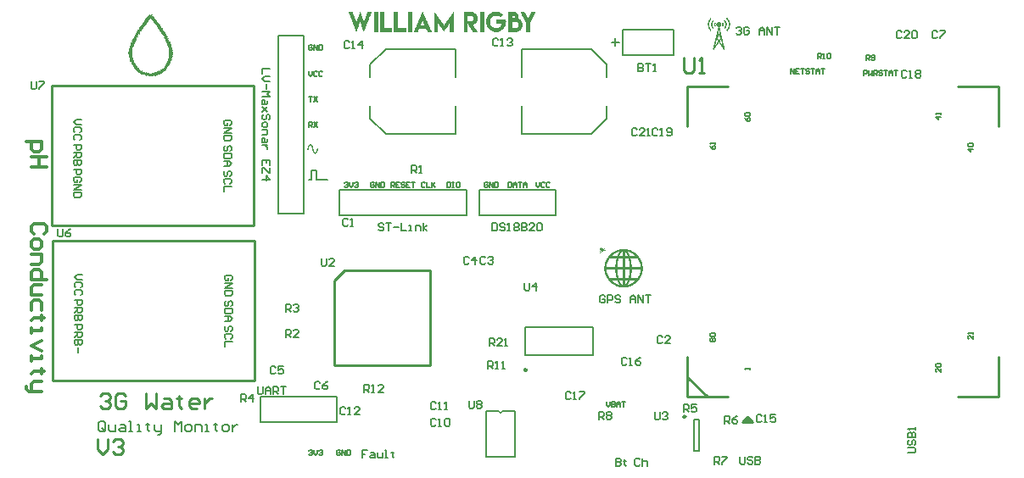
<source format=gto>
G04 Layer_Color=65535*
%FSLAX24Y24*%
%MOIN*%
G70*
G01*
G75*
%ADD30C,0.0100*%
%ADD48C,0.0079*%
%ADD49C,0.0098*%
%ADD50C,0.0080*%
%ADD51C,0.0070*%
%ADD52C,0.0050*%
%ADD53C,0.0120*%
%ADD54C,0.0059*%
G36*
X17020Y17990D02*
Y17977D01*
Y17964D01*
Y17952D01*
Y17939D01*
Y17926D01*
Y17914D01*
Y17901D01*
Y17888D01*
Y17876D01*
Y17863D01*
Y17850D01*
Y17837D01*
Y17825D01*
Y17812D01*
Y17799D01*
Y17787D01*
Y17774D01*
Y17761D01*
Y17749D01*
Y17736D01*
Y17723D01*
Y17711D01*
Y17698D01*
Y17685D01*
Y17673D01*
Y17660D01*
Y17647D01*
Y17635D01*
Y17622D01*
Y17609D01*
Y17597D01*
Y17584D01*
Y17571D01*
Y17559D01*
Y17546D01*
Y17533D01*
Y17520D01*
Y17508D01*
Y17495D01*
Y17482D01*
Y17470D01*
Y17457D01*
Y17444D01*
Y17432D01*
Y17419D01*
Y17406D01*
Y17394D01*
Y17381D01*
Y17368D01*
Y17356D01*
Y17343D01*
Y17330D01*
Y17318D01*
Y17305D01*
Y17292D01*
Y17280D01*
Y17267D01*
Y17254D01*
Y17241D01*
Y17229D01*
Y17216D01*
Y17203D01*
Y17191D01*
X16855D01*
Y17203D01*
Y17216D01*
Y17229D01*
Y17241D01*
Y17254D01*
Y17267D01*
Y17280D01*
Y17292D01*
Y17305D01*
Y17318D01*
Y17330D01*
Y17343D01*
Y17356D01*
Y17368D01*
Y17381D01*
Y17394D01*
Y17406D01*
Y17419D01*
Y17432D01*
Y17444D01*
Y17457D01*
Y17470D01*
Y17482D01*
Y17495D01*
Y17508D01*
Y17520D01*
X16842D01*
Y17508D01*
X16829D01*
Y17495D01*
X16817D01*
Y17482D01*
Y17470D01*
X16804D01*
Y17457D01*
X16791D01*
Y17444D01*
Y17432D01*
X16779D01*
Y17419D01*
X16766D01*
Y17406D01*
X16753D01*
Y17394D01*
Y17381D01*
X16741D01*
Y17368D01*
X16728D01*
Y17356D01*
Y17343D01*
X16715D01*
Y17330D01*
X16703D01*
Y17318D01*
X16690D01*
Y17305D01*
Y17292D01*
X16677D01*
Y17280D01*
X16665D01*
Y17267D01*
Y17254D01*
X16652D01*
Y17241D01*
X16639D01*
Y17229D01*
Y17216D01*
X16614D01*
Y17229D01*
Y17241D01*
X16601D01*
Y17254D01*
X16588D01*
Y17267D01*
Y17280D01*
X16576D01*
Y17292D01*
X16563D01*
Y17305D01*
Y17318D01*
X16550D01*
Y17330D01*
X16538D01*
Y17343D01*
X16525D01*
Y17356D01*
Y17368D01*
X16512D01*
Y17381D01*
X16500D01*
Y17394D01*
Y17406D01*
X16487D01*
Y17419D01*
X16474D01*
Y17432D01*
X16462D01*
Y17444D01*
Y17457D01*
X16449D01*
Y17470D01*
X16436D01*
Y17482D01*
Y17495D01*
X16424D01*
Y17508D01*
X16411D01*
Y17520D01*
X16398D01*
Y17508D01*
Y17495D01*
Y17482D01*
Y17470D01*
Y17457D01*
Y17444D01*
Y17432D01*
Y17419D01*
Y17406D01*
Y17394D01*
Y17381D01*
Y17368D01*
Y17356D01*
Y17343D01*
Y17330D01*
Y17318D01*
Y17305D01*
Y17292D01*
Y17280D01*
Y17267D01*
Y17254D01*
Y17241D01*
Y17229D01*
Y17216D01*
Y17203D01*
Y17191D01*
X16233D01*
Y17203D01*
Y17216D01*
Y17229D01*
Y17241D01*
Y17254D01*
Y17267D01*
Y17280D01*
Y17292D01*
Y17305D01*
Y17318D01*
Y17330D01*
Y17343D01*
Y17356D01*
Y17368D01*
Y17381D01*
Y17394D01*
Y17406D01*
Y17419D01*
Y17432D01*
Y17444D01*
Y17457D01*
Y17470D01*
Y17482D01*
Y17495D01*
Y17508D01*
Y17520D01*
Y17533D01*
Y17546D01*
Y17559D01*
Y17571D01*
Y17584D01*
Y17597D01*
Y17609D01*
Y17622D01*
Y17635D01*
Y17647D01*
Y17660D01*
Y17673D01*
Y17685D01*
Y17698D01*
Y17711D01*
Y17723D01*
Y17736D01*
Y17749D01*
Y17761D01*
Y17774D01*
Y17787D01*
Y17799D01*
Y17812D01*
Y17825D01*
Y17837D01*
Y17850D01*
Y17863D01*
Y17876D01*
Y17888D01*
Y17901D01*
Y17914D01*
Y17926D01*
Y17939D01*
Y17952D01*
Y17964D01*
Y17977D01*
Y17990D01*
Y18002D01*
X16246D01*
Y17990D01*
Y17977D01*
X16259D01*
Y17964D01*
X16271D01*
Y17952D01*
X16284D01*
Y17939D01*
Y17926D01*
X16297D01*
Y17914D01*
X16309D01*
Y17901D01*
Y17888D01*
X16322D01*
Y17876D01*
X16335D01*
Y17863D01*
X16348D01*
Y17850D01*
Y17837D01*
X16360D01*
Y17825D01*
X16373D01*
Y17812D01*
X16386D01*
Y17799D01*
Y17787D01*
X16398D01*
Y17774D01*
X16411D01*
Y17761D01*
Y17749D01*
X16424D01*
Y17736D01*
X16436D01*
Y17723D01*
X16449D01*
Y17711D01*
Y17698D01*
X16462D01*
Y17685D01*
X16474D01*
Y17673D01*
X16487D01*
Y17660D01*
Y17647D01*
X16500D01*
Y17635D01*
X16512D01*
Y17622D01*
Y17609D01*
X16525D01*
Y17597D01*
X16538D01*
Y17584D01*
X16550D01*
Y17571D01*
Y17559D01*
X16563D01*
Y17546D01*
X16576D01*
Y17533D01*
Y17520D01*
X16588D01*
Y17508D01*
X16601D01*
Y17495D01*
X16614D01*
Y17482D01*
Y17470D01*
X16639D01*
Y17482D01*
Y17495D01*
X16652D01*
Y17508D01*
X16665D01*
Y17520D01*
X16677D01*
Y17533D01*
Y17546D01*
X16690D01*
Y17559D01*
X16703D01*
Y17571D01*
Y17584D01*
X16715D01*
Y17597D01*
X16728D01*
Y17609D01*
X16741D01*
Y17622D01*
Y17635D01*
X16753D01*
Y17647D01*
X16766D01*
Y17660D01*
Y17673D01*
X16779D01*
Y17685D01*
X16791D01*
Y17698D01*
X16804D01*
Y17711D01*
Y17723D01*
X16817D01*
Y17736D01*
X16829D01*
Y17749D01*
X16842D01*
Y17761D01*
Y17774D01*
X16855D01*
Y17787D01*
X16867D01*
Y17799D01*
Y17812D01*
X16880D01*
Y17825D01*
X16893D01*
Y17837D01*
X16905D01*
Y17850D01*
Y17863D01*
X16918D01*
Y17876D01*
X16931D01*
Y17888D01*
X16943D01*
Y17901D01*
Y17914D01*
X16956D01*
Y17926D01*
X16969D01*
Y17939D01*
Y17952D01*
X16982D01*
Y17964D01*
X16994D01*
Y17977D01*
X17007D01*
Y17990D01*
Y18002D01*
X17020D01*
Y17990D01*
D02*
G37*
G36*
X27585Y17562D02*
X27596D01*
Y17552D01*
X27607D01*
Y17541D01*
Y17530D01*
Y17519D01*
X27618D01*
Y17508D01*
Y17497D01*
Y17487D01*
Y17476D01*
Y17465D01*
X27607D01*
Y17454D01*
Y17443D01*
Y17432D01*
X27596D01*
Y17422D01*
X27585D01*
Y17411D01*
X27563D01*
Y17422D01*
X27553D01*
Y17432D01*
X27542D01*
Y17443D01*
Y17454D01*
X27553D01*
Y17465D01*
X27563D01*
Y17476D01*
Y17487D01*
Y17497D01*
Y17508D01*
Y17519D01*
X27553D01*
Y17530D01*
X27542D01*
Y17541D01*
Y17552D01*
X27553D01*
Y17562D01*
X27563D01*
Y17573D01*
X27585D01*
Y17562D01*
D02*
G37*
G36*
X27293D02*
X27304D01*
Y17552D01*
X27314D01*
Y17541D01*
Y17530D01*
X27304D01*
Y17519D01*
X27293D01*
Y17508D01*
Y17497D01*
Y17487D01*
Y17476D01*
Y17465D01*
X27304D01*
Y17454D01*
X27314D01*
Y17443D01*
Y17432D01*
X27304D01*
Y17422D01*
X27293D01*
Y17411D01*
X27271D01*
Y17422D01*
X27260D01*
Y17432D01*
X27250D01*
Y17443D01*
Y17454D01*
Y17465D01*
X27239D01*
Y17476D01*
Y17487D01*
Y17497D01*
Y17508D01*
Y17519D01*
X27250D01*
Y17530D01*
Y17541D01*
Y17552D01*
X27260D01*
Y17562D01*
X27271D01*
Y17573D01*
X27293D01*
Y17562D01*
D02*
G37*
G36*
X4804Y17579D02*
X4808D01*
Y17575D01*
X4812D01*
Y17571D01*
X4808D01*
Y17575D01*
X4804D01*
Y17579D01*
X4800D01*
Y17583D01*
X4804D01*
Y17579D01*
D02*
G37*
G36*
X5449Y17516D02*
X5453D01*
Y17512D01*
X5449D01*
Y17516D01*
X5445D01*
Y17520D01*
X5449D01*
Y17516D01*
D02*
G37*
G36*
X4607Y15619D02*
X4611D01*
Y15615D01*
X4603D01*
Y15619D01*
Y15622D01*
X4607D01*
Y15619D01*
D02*
G37*
G36*
X4642Y17342D02*
X4646D01*
Y17339D01*
X4642D01*
Y17342D01*
X4638D01*
Y17346D01*
X4642D01*
Y17342D01*
D02*
G37*
G36*
X27661Y17660D02*
X27672D01*
Y17649D01*
X27682D01*
Y17638D01*
Y17627D01*
X27693D01*
Y17616D01*
X27704D01*
Y17606D01*
Y17595D01*
X27715D01*
Y17584D01*
Y17573D01*
X27726D01*
Y17562D01*
Y17552D01*
Y17541D01*
X27737D01*
Y17530D01*
Y17519D01*
Y17508D01*
Y17497D01*
Y17487D01*
Y17476D01*
Y17465D01*
Y17454D01*
Y17443D01*
X27726D01*
Y17432D01*
Y17422D01*
Y17411D01*
X27715D01*
Y17400D01*
Y17389D01*
X27704D01*
Y17378D01*
Y17368D01*
X27693D01*
Y17357D01*
Y17346D01*
X27682D01*
Y17335D01*
X27672D01*
Y17324D01*
X27650D01*
Y17335D01*
X27639D01*
Y17346D01*
X27628D01*
Y17357D01*
Y17368D01*
X27639D01*
Y17378D01*
X27650D01*
Y17389D01*
Y17400D01*
X27661D01*
Y17411D01*
Y17422D01*
X27672D01*
Y17432D01*
Y17443D01*
Y17454D01*
X27682D01*
Y17465D01*
Y17476D01*
Y17487D01*
Y17497D01*
Y17508D01*
Y17519D01*
Y17530D01*
X27672D01*
Y17541D01*
Y17552D01*
Y17562D01*
X27661D01*
Y17573D01*
Y17584D01*
X27650D01*
Y17595D01*
X27639D01*
Y17606D01*
Y17616D01*
X27628D01*
Y17627D01*
X27618D01*
Y17638D01*
X27628D01*
Y17649D01*
X27639D01*
Y17660D01*
X27650D01*
Y17671D01*
X27661D01*
Y17660D01*
D02*
G37*
G36*
X27206D02*
X27217D01*
Y17649D01*
X27228D01*
Y17638D01*
X27239D01*
Y17627D01*
X27228D01*
Y17616D01*
X27217D01*
Y17606D01*
Y17595D01*
X27206D01*
Y17584D01*
X27195D01*
Y17573D01*
Y17562D01*
X27185D01*
Y17552D01*
Y17541D01*
Y17530D01*
X27174D01*
Y17519D01*
Y17508D01*
Y17497D01*
Y17487D01*
Y17476D01*
Y17465D01*
Y17454D01*
X27185D01*
Y17443D01*
Y17432D01*
Y17422D01*
X27195D01*
Y17411D01*
Y17400D01*
X27206D01*
Y17389D01*
Y17378D01*
X27217D01*
Y17368D01*
X27228D01*
Y17357D01*
Y17346D01*
X27217D01*
Y17335D01*
X27206D01*
Y17324D01*
X27185D01*
Y17335D01*
X27174D01*
Y17346D01*
X27163D01*
Y17357D01*
Y17368D01*
X27152D01*
Y17378D01*
Y17389D01*
X27141D01*
Y17400D01*
Y17411D01*
X27130D01*
Y17422D01*
Y17432D01*
Y17443D01*
X27120D01*
Y17454D01*
Y17465D01*
Y17476D01*
Y17487D01*
Y17497D01*
Y17508D01*
Y17519D01*
Y17530D01*
Y17541D01*
X27130D01*
Y17552D01*
Y17562D01*
Y17573D01*
X27141D01*
Y17584D01*
Y17595D01*
X27152D01*
Y17606D01*
Y17616D01*
X27163D01*
Y17627D01*
X27174D01*
Y17638D01*
Y17649D01*
X27185D01*
Y17660D01*
X27195D01*
Y17671D01*
X27206D01*
Y17660D01*
D02*
G37*
G36*
X4520Y15689D02*
X4524D01*
Y15685D01*
X4520D01*
Y15689D01*
X4516D01*
Y15693D01*
X4520D01*
Y15689D01*
D02*
G37*
G36*
X4670Y17378D02*
Y17374D01*
X4666D01*
Y17378D01*
Y17382D01*
X4670D01*
Y17378D01*
D02*
G37*
G36*
X5556Y17358D02*
X5559D01*
Y17354D01*
X5556D01*
Y17358D01*
X5552D01*
Y17362D01*
X5556D01*
Y17358D01*
D02*
G37*
G36*
X4709Y15556D02*
X4713D01*
Y15552D01*
Y15548D01*
X4709D01*
Y15552D01*
X4705D01*
Y15556D01*
X4701D01*
Y15552D01*
X4694D01*
Y15556D01*
X4697D01*
Y15559D01*
X4709D01*
Y15556D01*
D02*
G37*
G36*
X23011Y8834D02*
Y8830D01*
Y8826D01*
Y8822D01*
X23027D01*
Y8818D01*
Y8814D01*
Y8810D01*
Y8805D01*
X23044D01*
Y8801D01*
Y8797D01*
Y8793D01*
Y8789D01*
X23060D01*
Y8785D01*
Y8781D01*
Y8777D01*
Y8773D01*
X23044D01*
Y8777D01*
Y8781D01*
Y8785D01*
Y8789D01*
X23027D01*
Y8793D01*
Y8797D01*
Y8801D01*
Y8805D01*
X23011D01*
Y8810D01*
Y8814D01*
Y8818D01*
Y8822D01*
X22995D01*
Y8826D01*
Y8830D01*
Y8834D01*
Y8838D01*
X23011D01*
Y8834D01*
D02*
G37*
G36*
X22978Y8801D02*
Y8797D01*
Y8793D01*
Y8789D01*
X22962D01*
Y8793D01*
Y8797D01*
Y8801D01*
Y8805D01*
X22978D01*
Y8801D01*
D02*
G37*
G36*
X22995Y8818D02*
Y8814D01*
Y8810D01*
Y8805D01*
X22978D01*
Y8810D01*
Y8814D01*
Y8818D01*
Y8822D01*
X22995D01*
Y8818D01*
D02*
G37*
G36*
X22945Y8769D02*
Y8764D01*
Y8760D01*
Y8756D01*
X22929D01*
Y8760D01*
Y8764D01*
Y8769D01*
Y8773D01*
X22945D01*
Y8769D01*
D02*
G37*
G36*
X23044D02*
Y8764D01*
Y8760D01*
Y8756D01*
X23027D01*
Y8760D01*
Y8764D01*
Y8769D01*
Y8773D01*
X23044D01*
Y8769D01*
D02*
G37*
G36*
X22962Y8785D02*
Y8781D01*
Y8777D01*
Y8773D01*
X22945D01*
Y8777D01*
Y8781D01*
Y8785D01*
Y8789D01*
X22962D01*
Y8785D01*
D02*
G37*
G36*
X13786Y17990D02*
Y17977D01*
X13773D01*
Y17964D01*
Y17952D01*
Y17939D01*
X13761D01*
Y17926D01*
Y17914D01*
X13748D01*
Y17901D01*
Y17888D01*
Y17876D01*
X13735D01*
Y17863D01*
Y17850D01*
Y17837D01*
X13723D01*
Y17825D01*
Y17812D01*
X13710D01*
Y17799D01*
Y17787D01*
Y17774D01*
X13697D01*
Y17761D01*
Y17749D01*
X13685D01*
Y17736D01*
Y17723D01*
Y17711D01*
X13672D01*
Y17698D01*
Y17685D01*
Y17673D01*
X13659D01*
Y17660D01*
Y17647D01*
X13646D01*
Y17635D01*
Y17622D01*
Y17609D01*
X13634D01*
Y17597D01*
Y17584D01*
X13621D01*
Y17571D01*
Y17559D01*
Y17546D01*
X13608D01*
Y17533D01*
Y17520D01*
Y17508D01*
X13596D01*
Y17495D01*
Y17482D01*
X13583D01*
Y17470D01*
Y17457D01*
Y17444D01*
X13570D01*
Y17432D01*
Y17419D01*
X13558D01*
Y17406D01*
Y17394D01*
Y17381D01*
X13545D01*
Y17368D01*
Y17356D01*
Y17343D01*
X13532D01*
Y17330D01*
Y17318D01*
X13520D01*
Y17305D01*
Y17292D01*
Y17280D01*
X13507D01*
Y17267D01*
Y17254D01*
X13494D01*
Y17241D01*
Y17229D01*
Y17216D01*
X13482D01*
Y17203D01*
X13469D01*
Y17216D01*
Y17229D01*
X13456D01*
Y17241D01*
Y17254D01*
Y17267D01*
X13444D01*
Y17280D01*
Y17292D01*
Y17305D01*
X13431D01*
Y17318D01*
Y17330D01*
Y17343D01*
X13418D01*
Y17356D01*
Y17368D01*
X13406D01*
Y17381D01*
Y17394D01*
Y17406D01*
X13393D01*
Y17419D01*
Y17432D01*
Y17444D01*
X13380D01*
Y17457D01*
Y17470D01*
X13368D01*
Y17482D01*
Y17495D01*
Y17508D01*
X13355D01*
Y17520D01*
Y17533D01*
Y17546D01*
X13342D01*
Y17559D01*
Y17571D01*
Y17584D01*
X13329D01*
Y17571D01*
X13317D01*
Y17559D01*
Y17546D01*
Y17533D01*
X13304D01*
Y17520D01*
Y17508D01*
X13291D01*
Y17495D01*
Y17482D01*
Y17470D01*
X13279D01*
Y17457D01*
Y17444D01*
Y17432D01*
X13266D01*
Y17419D01*
Y17406D01*
Y17394D01*
X13253D01*
Y17381D01*
Y17368D01*
X13241D01*
Y17356D01*
Y17343D01*
Y17330D01*
X13228D01*
Y17318D01*
Y17305D01*
Y17292D01*
X13215D01*
Y17280D01*
Y17267D01*
Y17254D01*
X13203D01*
Y17241D01*
Y17229D01*
Y17216D01*
X13190D01*
Y17203D01*
Y17191D01*
X13177D01*
Y17203D01*
Y17216D01*
Y17229D01*
X13165D01*
Y17241D01*
Y17254D01*
Y17267D01*
X13152D01*
Y17280D01*
Y17292D01*
X13139D01*
Y17305D01*
Y17318D01*
Y17330D01*
X13127D01*
Y17343D01*
Y17356D01*
X13114D01*
Y17368D01*
Y17381D01*
Y17394D01*
X13101D01*
Y17406D01*
Y17419D01*
Y17432D01*
X13089D01*
Y17444D01*
Y17457D01*
X13076D01*
Y17470D01*
Y17482D01*
Y17495D01*
X13063D01*
Y17508D01*
Y17520D01*
X13051D01*
Y17533D01*
Y17546D01*
Y17559D01*
X13038D01*
Y17571D01*
Y17584D01*
Y17597D01*
X13025D01*
Y17609D01*
Y17622D01*
X13012D01*
Y17635D01*
Y17647D01*
Y17660D01*
X13000D01*
Y17673D01*
Y17685D01*
X12987D01*
Y17698D01*
Y17711D01*
Y17723D01*
X12974D01*
Y17736D01*
Y17749D01*
Y17761D01*
X12962D01*
Y17774D01*
Y17787D01*
X12949D01*
Y17799D01*
Y17812D01*
Y17825D01*
X12936D01*
Y17837D01*
Y17850D01*
X12924D01*
Y17863D01*
Y17876D01*
Y17888D01*
X12911D01*
Y17901D01*
Y17914D01*
Y17926D01*
X12898D01*
Y17939D01*
Y17952D01*
X12886D01*
Y17964D01*
Y17977D01*
Y17990D01*
X12873D01*
Y18002D01*
X13038D01*
Y17990D01*
Y17977D01*
X13051D01*
Y17964D01*
Y17952D01*
Y17939D01*
X13063D01*
Y17926D01*
Y17914D01*
Y17901D01*
X13076D01*
Y17888D01*
Y17876D01*
X13089D01*
Y17863D01*
Y17850D01*
Y17837D01*
X13101D01*
Y17825D01*
Y17812D01*
X13114D01*
Y17799D01*
Y17787D01*
Y17774D01*
X13127D01*
Y17761D01*
Y17749D01*
Y17736D01*
X13139D01*
Y17723D01*
Y17711D01*
X13152D01*
Y17698D01*
Y17685D01*
Y17673D01*
X13165D01*
Y17660D01*
Y17647D01*
X13177D01*
Y17635D01*
Y17622D01*
X13190D01*
Y17635D01*
X13203D01*
Y17647D01*
Y17660D01*
Y17673D01*
X13215D01*
Y17685D01*
Y17698D01*
X13228D01*
Y17711D01*
Y17723D01*
Y17736D01*
X13241D01*
Y17749D01*
Y17761D01*
X13253D01*
Y17774D01*
Y17787D01*
Y17799D01*
X13266D01*
Y17812D01*
Y17825D01*
Y17837D01*
X13279D01*
Y17850D01*
Y17863D01*
X13291D01*
Y17876D01*
Y17888D01*
Y17901D01*
X13304D01*
Y17914D01*
Y17926D01*
X13317D01*
Y17939D01*
Y17952D01*
Y17964D01*
X13329D01*
Y17977D01*
X13342D01*
Y17964D01*
Y17952D01*
Y17939D01*
X13355D01*
Y17926D01*
Y17914D01*
X13368D01*
Y17901D01*
Y17888D01*
Y17876D01*
X13380D01*
Y17863D01*
Y17850D01*
Y17837D01*
X13393D01*
Y17825D01*
Y17812D01*
X13406D01*
Y17799D01*
Y17787D01*
Y17774D01*
X13418D01*
Y17761D01*
Y17749D01*
X13431D01*
Y17736D01*
Y17723D01*
Y17711D01*
X13444D01*
Y17698D01*
Y17685D01*
Y17673D01*
X13456D01*
Y17660D01*
Y17647D01*
X13469D01*
Y17635D01*
Y17622D01*
X13482D01*
Y17635D01*
X13494D01*
Y17647D01*
Y17660D01*
X13507D01*
Y17673D01*
Y17685D01*
Y17698D01*
X13520D01*
Y17711D01*
Y17723D01*
X13532D01*
Y17736D01*
Y17749D01*
Y17761D01*
X13545D01*
Y17774D01*
Y17787D01*
Y17799D01*
X13558D01*
Y17812D01*
Y17825D01*
X13570D01*
Y17837D01*
Y17850D01*
Y17863D01*
X13583D01*
Y17876D01*
Y17888D01*
Y17901D01*
X13596D01*
Y17914D01*
Y17926D01*
X13608D01*
Y17939D01*
Y17952D01*
Y17964D01*
X13621D01*
Y17977D01*
Y17990D01*
X13634D01*
Y18002D01*
X13786D01*
Y17990D01*
D02*
G37*
G36*
X4757Y15524D02*
X4760D01*
Y15520D01*
X4764D01*
Y15516D01*
X4760D01*
Y15520D01*
X4757D01*
Y15524D01*
X4753D01*
Y15528D01*
X4757D01*
Y15524D01*
D02*
G37*
G36*
X5469Y15532D02*
Y15528D01*
X5465D01*
Y15532D01*
Y15536D01*
X5469D01*
Y15532D01*
D02*
G37*
G36*
X11383Y12788D02*
X11401D01*
Y12784D01*
X11410D01*
Y12779D01*
X11419D01*
Y12775D01*
X11424D01*
Y12770D01*
X11433D01*
Y12766D01*
X11437D01*
Y12761D01*
Y12757D01*
X11442D01*
Y12753D01*
X11446D01*
Y12748D01*
X11451D01*
Y12744D01*
Y12739D01*
X11455D01*
Y12735D01*
Y12730D01*
X11460D01*
Y12726D01*
Y12721D01*
X11464D01*
Y12717D01*
Y12712D01*
X11469D01*
Y12708D01*
Y12703D01*
X11473D01*
Y12699D01*
Y12694D01*
Y12690D01*
Y12685D01*
X11478D01*
Y12681D01*
Y12676D01*
Y12672D01*
X11482D01*
Y12667D01*
Y12663D01*
Y12658D01*
X11487D01*
Y12654D01*
Y12649D01*
Y12645D01*
X11491D01*
Y12640D01*
Y12636D01*
Y12631D01*
Y12627D01*
Y12622D01*
Y12618D01*
X11496D01*
Y12613D01*
Y12609D01*
Y12604D01*
Y12600D01*
X11500D01*
Y12596D01*
Y12591D01*
Y12587D01*
Y12582D01*
X11504D01*
Y12578D01*
Y12573D01*
Y12569D01*
X11509D01*
Y12564D01*
Y12560D01*
Y12555D01*
Y12551D01*
Y12546D01*
X11513D01*
Y12542D01*
Y12537D01*
Y12533D01*
X11518D01*
Y12528D01*
Y12524D01*
X11522D01*
Y12519D01*
Y12515D01*
Y12510D01*
X11527D01*
Y12506D01*
Y12501D01*
Y12497D01*
X11531D01*
Y12492D01*
Y12488D01*
X11536D01*
Y12483D01*
X11540D01*
Y12479D01*
Y12474D01*
X11545D01*
Y12470D01*
X11549D01*
Y12465D01*
X11554D01*
Y12461D01*
X11581D01*
Y12465D01*
X11585D01*
Y12470D01*
X11590D01*
Y12474D01*
X11594D01*
Y12479D01*
Y12483D01*
X11599D01*
Y12488D01*
Y12492D01*
X11603D01*
Y12497D01*
Y12501D01*
X11608D01*
Y12506D01*
Y12510D01*
X11612D01*
Y12515D01*
Y12519D01*
Y12524D01*
Y12528D01*
X11617D01*
Y12533D01*
Y12537D01*
Y12542D01*
X11621D01*
Y12546D01*
Y12551D01*
Y12555D01*
X11626D01*
Y12560D01*
Y12564D01*
Y12569D01*
X11630D01*
Y12573D01*
Y12578D01*
Y12582D01*
Y12587D01*
Y12591D01*
Y12596D01*
X11635D01*
Y12600D01*
Y12604D01*
Y12609D01*
Y12613D01*
Y12618D01*
X11639D01*
Y12622D01*
Y12627D01*
X11693D01*
Y12622D01*
Y12618D01*
X11688D01*
Y12613D01*
Y12609D01*
Y12604D01*
Y12600D01*
X11684D01*
Y12596D01*
Y12591D01*
Y12587D01*
Y12582D01*
Y12578D01*
Y12573D01*
Y12569D01*
X11679D01*
Y12564D01*
Y12560D01*
Y12555D01*
X11675D01*
Y12551D01*
Y12546D01*
Y12542D01*
X11670D01*
Y12537D01*
Y12533D01*
Y12528D01*
X11666D01*
Y12524D01*
Y12519D01*
Y12515D01*
Y12510D01*
X11661D01*
Y12506D01*
Y12501D01*
X11657D01*
Y12497D01*
Y12492D01*
X11653D01*
Y12488D01*
Y12483D01*
X11648D01*
Y12479D01*
Y12474D01*
Y12470D01*
X11644D01*
Y12465D01*
X11639D01*
Y12461D01*
Y12456D01*
X11635D01*
Y12452D01*
X11630D01*
Y12447D01*
Y12443D01*
X11626D01*
Y12439D01*
X11621D01*
Y12434D01*
X11617D01*
Y12430D01*
Y12425D01*
X11608D01*
Y12421D01*
X11599D01*
Y12416D01*
X11594D01*
Y12412D01*
X11585D01*
Y12407D01*
X11545D01*
Y12412D01*
X11536D01*
Y12416D01*
X11527D01*
Y12421D01*
X11522D01*
Y12425D01*
X11513D01*
Y12430D01*
X11509D01*
Y12434D01*
Y12439D01*
X11504D01*
Y12443D01*
X11500D01*
Y12447D01*
X11496D01*
Y12452D01*
X11491D01*
Y12456D01*
Y12461D01*
Y12465D01*
X11487D01*
Y12470D01*
Y12474D01*
X11482D01*
Y12479D01*
X11478D01*
Y12483D01*
Y12488D01*
X11473D01*
Y12492D01*
Y12497D01*
Y12501D01*
Y12506D01*
X11469D01*
Y12510D01*
Y12515D01*
Y12519D01*
X11464D01*
Y12524D01*
Y12528D01*
Y12533D01*
X11460D01*
Y12537D01*
Y12542D01*
Y12546D01*
X11455D01*
Y12551D01*
Y12555D01*
Y12560D01*
Y12564D01*
Y12569D01*
Y12573D01*
X11451D01*
Y12578D01*
Y12582D01*
Y12587D01*
Y12591D01*
X11446D01*
Y12596D01*
Y12600D01*
Y12604D01*
X11442D01*
Y12609D01*
Y12613D01*
Y12618D01*
Y12622D01*
X11437D01*
Y12627D01*
Y12631D01*
Y12636D01*
Y12640D01*
Y12645D01*
X11433D01*
Y12649D01*
Y12654D01*
Y12658D01*
X11428D01*
Y12663D01*
Y12667D01*
Y12672D01*
X11424D01*
Y12676D01*
Y12681D01*
X11419D01*
Y12685D01*
Y12690D01*
Y12694D01*
Y12699D01*
X11415D01*
Y12703D01*
X11410D01*
Y12708D01*
Y12712D01*
X11406D01*
Y12717D01*
Y12721D01*
X11401D01*
Y12726D01*
X11397D01*
Y12730D01*
X11392D01*
Y12735D01*
X11388D01*
Y12739D01*
X11370D01*
Y12735D01*
X11365D01*
Y12730D01*
X11361D01*
Y12726D01*
X11356D01*
Y12721D01*
X11352D01*
Y12717D01*
X11347D01*
Y12712D01*
Y12708D01*
X11343D01*
Y12703D01*
Y12699D01*
X11339D01*
Y12694D01*
Y12690D01*
X11334D01*
Y12685D01*
Y12681D01*
Y12676D01*
X11330D01*
Y12672D01*
Y12667D01*
Y12663D01*
X11325D01*
Y12658D01*
Y12654D01*
Y12649D01*
X11321D01*
Y12645D01*
Y12640D01*
Y12636D01*
X11316D01*
Y12631D01*
Y12627D01*
Y12622D01*
Y12618D01*
Y12613D01*
Y12609D01*
X11312D01*
Y12604D01*
Y12600D01*
Y12596D01*
Y12591D01*
Y12587D01*
X11307D01*
Y12582D01*
Y12578D01*
Y12573D01*
X11253D01*
Y12578D01*
Y12582D01*
Y12587D01*
X11258D01*
Y12591D01*
Y12596D01*
Y12600D01*
Y12604D01*
X11262D01*
Y12609D01*
Y12613D01*
Y12618D01*
Y12622D01*
Y12627D01*
Y12631D01*
X11267D01*
Y12636D01*
Y12640D01*
Y12645D01*
X11271D01*
Y12649D01*
Y12654D01*
Y12658D01*
X11276D01*
Y12663D01*
Y12667D01*
Y12672D01*
X11280D01*
Y12676D01*
Y12681D01*
Y12685D01*
Y12690D01*
X11285D01*
Y12694D01*
Y12699D01*
X11289D01*
Y12703D01*
Y12708D01*
X11294D01*
Y12712D01*
Y12717D01*
X11298D01*
Y12721D01*
Y12726D01*
Y12730D01*
X11303D01*
Y12735D01*
X11307D01*
Y12739D01*
Y12744D01*
X11312D01*
Y12748D01*
X11316D01*
Y12753D01*
Y12757D01*
X11321D01*
Y12761D01*
X11325D01*
Y12766D01*
X11330D01*
Y12770D01*
X11334D01*
Y12775D01*
X11343D01*
Y12779D01*
X11347D01*
Y12784D01*
X11356D01*
Y12788D01*
X11374D01*
Y12793D01*
X11383D01*
Y12788D01*
D02*
G37*
G36*
X4890Y17693D02*
X4894D01*
Y17689D01*
X4886D01*
Y17693D01*
Y17697D01*
X4890D01*
Y17693D01*
D02*
G37*
G36*
X5339Y17665D02*
X5343D01*
Y17661D01*
X5347D01*
Y17657D01*
X5343D01*
Y17661D01*
X5339D01*
Y17665D01*
X5335D01*
Y17669D01*
X5339D01*
Y17665D01*
D02*
G37*
G36*
X4642Y17335D02*
Y17331D01*
Y17327D01*
X4638D01*
Y17323D01*
X4627D01*
Y17327D01*
X4631D01*
Y17331D01*
X4638D01*
Y17335D01*
X4635D01*
Y17339D01*
X4642D01*
Y17335D01*
D02*
G37*
G36*
X5776Y16976D02*
Y16973D01*
X5780D01*
Y16969D01*
X5772D01*
Y16973D01*
Y16976D01*
X5768D01*
Y16980D01*
X5776D01*
Y16976D01*
D02*
G37*
G36*
X4387Y16906D02*
Y16902D01*
X4383D01*
Y16906D01*
Y16910D01*
X4387D01*
Y16906D01*
D02*
G37*
G36*
Y16894D02*
X4390D01*
Y16890D01*
Y16886D01*
X4387D01*
Y16882D01*
X4375D01*
Y16886D01*
X4379D01*
Y16890D01*
X4383D01*
Y16894D01*
X4379D01*
Y16898D01*
X4387D01*
Y16894D01*
D02*
G37*
G36*
X14040Y17990D02*
Y17977D01*
Y17964D01*
Y17952D01*
Y17939D01*
Y17926D01*
Y17914D01*
Y17901D01*
Y17888D01*
Y17876D01*
Y17863D01*
Y17850D01*
Y17837D01*
Y17825D01*
Y17812D01*
Y17799D01*
Y17787D01*
Y17774D01*
Y17761D01*
Y17749D01*
Y17736D01*
Y17723D01*
Y17711D01*
Y17698D01*
Y17685D01*
Y17673D01*
Y17660D01*
Y17647D01*
Y17635D01*
Y17622D01*
Y17609D01*
Y17597D01*
Y17584D01*
Y17571D01*
Y17559D01*
Y17546D01*
Y17533D01*
Y17520D01*
Y17508D01*
Y17495D01*
Y17482D01*
Y17470D01*
Y17457D01*
Y17444D01*
Y17432D01*
Y17419D01*
Y17406D01*
Y17394D01*
Y17381D01*
Y17368D01*
Y17356D01*
Y17343D01*
Y17330D01*
Y17318D01*
Y17305D01*
Y17292D01*
Y17280D01*
Y17267D01*
Y17254D01*
Y17241D01*
Y17229D01*
Y17216D01*
Y17203D01*
Y17191D01*
X13875D01*
Y17203D01*
Y17216D01*
Y17229D01*
Y17241D01*
Y17254D01*
Y17267D01*
Y17280D01*
Y17292D01*
Y17305D01*
Y17318D01*
Y17330D01*
Y17343D01*
Y17356D01*
Y17368D01*
Y17381D01*
Y17394D01*
Y17406D01*
Y17419D01*
Y17432D01*
Y17444D01*
Y17457D01*
Y17470D01*
Y17482D01*
Y17495D01*
Y17508D01*
Y17520D01*
Y17533D01*
Y17546D01*
Y17559D01*
Y17571D01*
Y17584D01*
Y17597D01*
Y17609D01*
Y17622D01*
Y17635D01*
Y17647D01*
Y17660D01*
Y17673D01*
Y17685D01*
Y17698D01*
Y17711D01*
Y17723D01*
Y17736D01*
Y17749D01*
Y17761D01*
Y17774D01*
Y17787D01*
Y17799D01*
Y17812D01*
Y17825D01*
Y17837D01*
Y17850D01*
Y17863D01*
Y17876D01*
Y17888D01*
Y17901D01*
Y17914D01*
Y17926D01*
Y17939D01*
Y17952D01*
Y17964D01*
Y17977D01*
Y17990D01*
Y18002D01*
X14040D01*
Y17990D01*
D02*
G37*
G36*
X5658Y17197D02*
X5662D01*
Y17193D01*
X5666D01*
Y17189D01*
Y17185D01*
X5670D01*
Y17181D01*
X5662D01*
Y17185D01*
Y17189D01*
Y17193D01*
X5658D01*
Y17197D01*
X5654D01*
Y17201D01*
X5658D01*
Y17197D01*
D02*
G37*
G36*
X5784Y16980D02*
Y16976D01*
X5788D01*
Y16973D01*
Y16969D01*
X5784D01*
Y16973D01*
Y16976D01*
X5780D01*
Y16980D01*
X5776D01*
Y16984D01*
X5784D01*
Y16980D01*
D02*
G37*
G36*
X27455Y17584D02*
X27477D01*
Y17573D01*
X27498D01*
Y17562D01*
X27509D01*
Y17552D01*
Y17541D01*
X27520D01*
Y17530D01*
Y17519D01*
X27531D01*
Y17508D01*
Y17497D01*
Y17487D01*
Y17476D01*
Y17465D01*
X27520D01*
Y17454D01*
Y17443D01*
X27509D01*
Y17432D01*
Y17422D01*
X27498D01*
Y17411D01*
X27477D01*
Y17400D01*
X27455D01*
Y17389D01*
Y17378D01*
Y17368D01*
Y17357D01*
X27466D01*
Y17346D01*
Y17335D01*
Y17324D01*
Y17313D01*
X27477D01*
Y17303D01*
Y17292D01*
Y17281D01*
Y17270D01*
X27488D01*
Y17259D01*
Y17248D01*
Y17238D01*
Y17227D01*
X27498D01*
Y17216D01*
Y17205D01*
Y17194D01*
Y17184D01*
X27509D01*
Y17173D01*
Y17162D01*
Y17151D01*
Y17140D01*
X27520D01*
Y17129D01*
Y17119D01*
Y17108D01*
Y17097D01*
X27531D01*
Y17086D01*
Y17075D01*
Y17064D01*
Y17054D01*
Y17043D01*
X27542D01*
Y17032D01*
Y17021D01*
Y17010D01*
Y17000D01*
X27553D01*
Y16989D01*
Y16978D01*
Y16967D01*
Y16956D01*
X27563D01*
Y16945D01*
Y16935D01*
Y16924D01*
Y16913D01*
X27574D01*
Y16902D01*
Y16891D01*
Y16880D01*
Y16870D01*
X27585D01*
Y16859D01*
Y16848D01*
Y16837D01*
Y16826D01*
X27596D01*
Y16816D01*
Y16805D01*
Y16794D01*
Y16783D01*
Y16772D01*
X27607D01*
Y16761D01*
Y16751D01*
Y16740D01*
Y16729D01*
X27618D01*
Y16718D01*
Y16707D01*
Y16696D01*
Y16686D01*
X27628D01*
Y16675D01*
Y16664D01*
Y16653D01*
Y16642D01*
X27639D01*
Y16632D01*
Y16621D01*
Y16610D01*
Y16599D01*
X27650D01*
Y16588D01*
Y16577D01*
Y16567D01*
Y16556D01*
X27661D01*
Y16545D01*
Y16534D01*
Y16523D01*
Y16512D01*
X27650D01*
Y16502D01*
X27618D01*
Y16512D01*
X27607D01*
Y16523D01*
X27596D01*
Y16534D01*
Y16545D01*
X27585D01*
Y16556D01*
X27574D01*
Y16567D01*
Y16577D01*
X27563D01*
Y16588D01*
X27553D01*
Y16599D01*
Y16610D01*
X27542D01*
Y16621D01*
X27531D01*
Y16632D01*
Y16642D01*
X27520D01*
Y16653D01*
X27509D01*
Y16664D01*
Y16675D01*
X27498D01*
Y16686D01*
X27488D01*
Y16696D01*
X27477D01*
Y16707D01*
Y16718D01*
X27466D01*
Y16729D01*
X27455D01*
Y16740D01*
Y16751D01*
X27444D01*
Y16761D01*
X27434D01*
Y16772D01*
Y16783D01*
X27423D01*
Y16772D01*
Y16761D01*
X27412D01*
Y16751D01*
X27401D01*
Y16740D01*
Y16729D01*
X27390D01*
Y16718D01*
X27379D01*
Y16707D01*
Y16696D01*
X27369D01*
Y16686D01*
X27358D01*
Y16675D01*
X27347D01*
Y16664D01*
Y16653D01*
X27336D01*
Y16642D01*
X27325D01*
Y16632D01*
Y16621D01*
X27314D01*
Y16610D01*
X27304D01*
Y16599D01*
Y16588D01*
X27293D01*
Y16577D01*
X27282D01*
Y16567D01*
Y16556D01*
X27271D01*
Y16545D01*
X27260D01*
Y16534D01*
Y16523D01*
X27250D01*
Y16512D01*
X27239D01*
Y16502D01*
X27206D01*
Y16512D01*
X27195D01*
Y16523D01*
Y16534D01*
Y16545D01*
Y16556D01*
X27206D01*
Y16567D01*
Y16577D01*
Y16588D01*
Y16599D01*
X27217D01*
Y16610D01*
Y16621D01*
Y16632D01*
Y16642D01*
X27228D01*
Y16653D01*
Y16664D01*
Y16675D01*
Y16686D01*
X27239D01*
Y16696D01*
Y16707D01*
Y16718D01*
Y16729D01*
X27250D01*
Y16740D01*
Y16751D01*
Y16761D01*
Y16772D01*
X27260D01*
Y16783D01*
Y16794D01*
Y16805D01*
Y16816D01*
Y16826D01*
X27271D01*
Y16837D01*
Y16848D01*
Y16859D01*
Y16870D01*
X27282D01*
Y16880D01*
Y16891D01*
Y16902D01*
Y16913D01*
X27293D01*
Y16924D01*
Y16935D01*
Y16945D01*
Y16956D01*
X27304D01*
Y16967D01*
Y16978D01*
Y16989D01*
Y17000D01*
X27314D01*
Y17010D01*
Y17021D01*
Y17032D01*
Y17043D01*
X27325D01*
Y17054D01*
Y17064D01*
Y17075D01*
Y17086D01*
Y17097D01*
X27336D01*
Y17108D01*
Y17119D01*
Y17129D01*
Y17140D01*
X27347D01*
Y17151D01*
Y17162D01*
Y17173D01*
Y17184D01*
X27358D01*
Y17194D01*
Y17205D01*
Y17216D01*
Y17227D01*
X27369D01*
Y17238D01*
Y17248D01*
Y17259D01*
Y17270D01*
X27379D01*
Y17281D01*
Y17292D01*
Y17303D01*
Y17313D01*
X27390D01*
Y17324D01*
Y17335D01*
Y17346D01*
Y17357D01*
X27401D01*
Y17368D01*
Y17378D01*
Y17389D01*
Y17400D01*
X27379D01*
Y17411D01*
X27358D01*
Y17422D01*
X27347D01*
Y17432D01*
Y17443D01*
X27336D01*
Y17454D01*
Y17465D01*
X27325D01*
Y17476D01*
Y17487D01*
Y17497D01*
Y17508D01*
Y17519D01*
X27336D01*
Y17530D01*
Y17541D01*
X27347D01*
Y17552D01*
Y17562D01*
X27358D01*
Y17573D01*
X27379D01*
Y17584D01*
X27401D01*
Y17595D01*
X27455D01*
Y17584D01*
D02*
G37*
G36*
X5957Y16555D02*
Y16551D01*
X5953D01*
Y16555D01*
Y16559D01*
X5957D01*
Y16555D01*
D02*
G37*
G36*
X5949Y16587D02*
Y16583D01*
X5945D01*
Y16587D01*
Y16591D01*
X5949D01*
Y16587D01*
D02*
G37*
G36*
X4367Y16858D02*
Y16854D01*
X4363D01*
Y16858D01*
Y16862D01*
X4367D01*
Y16858D01*
D02*
G37*
G36*
X4324Y16764D02*
Y16760D01*
X4320D01*
Y16764D01*
Y16768D01*
X4324D01*
Y16764D01*
D02*
G37*
G36*
X4304Y16709D02*
Y16705D01*
Y16701D01*
X4300D01*
Y16705D01*
Y16709D01*
X4296D01*
Y16713D01*
X4304D01*
Y16709D01*
D02*
G37*
G36*
X14281Y17990D02*
Y17977D01*
Y17964D01*
Y17952D01*
Y17939D01*
Y17926D01*
Y17914D01*
Y17901D01*
Y17888D01*
Y17876D01*
Y17863D01*
Y17850D01*
Y17837D01*
Y17825D01*
Y17812D01*
Y17799D01*
Y17787D01*
Y17774D01*
Y17761D01*
Y17749D01*
Y17736D01*
Y17723D01*
Y17711D01*
Y17698D01*
Y17685D01*
Y17673D01*
Y17660D01*
Y17647D01*
Y17635D01*
Y17622D01*
Y17609D01*
Y17597D01*
Y17584D01*
Y17571D01*
Y17559D01*
Y17546D01*
Y17533D01*
Y17520D01*
Y17508D01*
Y17495D01*
Y17482D01*
Y17470D01*
Y17457D01*
Y17444D01*
Y17432D01*
Y17419D01*
Y17406D01*
Y17394D01*
Y17381D01*
Y17368D01*
Y17356D01*
X14598D01*
Y17343D01*
Y17330D01*
Y17318D01*
Y17305D01*
Y17292D01*
Y17280D01*
Y17267D01*
Y17254D01*
Y17241D01*
Y17229D01*
Y17216D01*
Y17203D01*
Y17191D01*
X14116D01*
Y17203D01*
Y17216D01*
Y17229D01*
Y17241D01*
Y17254D01*
Y17267D01*
Y17280D01*
Y17292D01*
Y17305D01*
Y17318D01*
Y17330D01*
Y17343D01*
Y17356D01*
Y17368D01*
Y17381D01*
Y17394D01*
Y17406D01*
Y17419D01*
Y17432D01*
Y17444D01*
Y17457D01*
Y17470D01*
Y17482D01*
Y17495D01*
Y17508D01*
Y17520D01*
Y17533D01*
Y17546D01*
Y17559D01*
Y17571D01*
Y17584D01*
Y17597D01*
Y17609D01*
Y17622D01*
Y17635D01*
Y17647D01*
Y17660D01*
Y17673D01*
Y17685D01*
Y17698D01*
Y17711D01*
Y17723D01*
Y17736D01*
Y17749D01*
Y17761D01*
Y17774D01*
Y17787D01*
Y17799D01*
Y17812D01*
Y17825D01*
Y17837D01*
Y17850D01*
Y17863D01*
Y17876D01*
Y17888D01*
Y17901D01*
Y17914D01*
Y17926D01*
Y17939D01*
Y17952D01*
Y17964D01*
Y17977D01*
Y17990D01*
Y18002D01*
X14281D01*
Y17990D01*
D02*
G37*
G36*
X27758Y17746D02*
X27769D01*
Y17736D01*
Y17725D01*
X27780D01*
Y17714D01*
X27791D01*
Y17703D01*
X27802D01*
Y17692D01*
X27812D01*
Y17681D01*
Y17671D01*
X27823D01*
Y17660D01*
Y17649D01*
X27834D01*
Y17638D01*
Y17627D01*
X27845D01*
Y17616D01*
Y17606D01*
Y17595D01*
X27856D01*
Y17584D01*
Y17573D01*
Y17562D01*
Y17552D01*
Y17541D01*
X27866D01*
Y17530D01*
Y17519D01*
Y17508D01*
Y17497D01*
Y17487D01*
Y17476D01*
Y17465D01*
Y17454D01*
Y17443D01*
X27856D01*
Y17432D01*
Y17422D01*
Y17411D01*
Y17400D01*
Y17389D01*
X27845D01*
Y17378D01*
Y17368D01*
Y17357D01*
X27834D01*
Y17346D01*
Y17335D01*
X27823D01*
Y17324D01*
Y17313D01*
X27812D01*
Y17303D01*
Y17292D01*
X27802D01*
Y17281D01*
X27791D01*
Y17270D01*
X27780D01*
Y17259D01*
Y17248D01*
X27769D01*
Y17238D01*
X27758D01*
Y17227D01*
X27747D01*
Y17238D01*
X27737D01*
Y17248D01*
X27726D01*
Y17259D01*
X27715D01*
Y17270D01*
X27726D01*
Y17281D01*
X27737D01*
Y17292D01*
Y17303D01*
X27747D01*
Y17313D01*
X27758D01*
Y17324D01*
X27769D01*
Y17335D01*
Y17346D01*
X27780D01*
Y17357D01*
Y17368D01*
X27791D01*
Y17378D01*
Y17389D01*
Y17400D01*
X27802D01*
Y17411D01*
Y17422D01*
Y17432D01*
Y17443D01*
X27812D01*
Y17454D01*
Y17465D01*
Y17476D01*
Y17487D01*
Y17497D01*
Y17508D01*
Y17519D01*
Y17530D01*
Y17541D01*
X27802D01*
Y17552D01*
Y17562D01*
Y17573D01*
Y17584D01*
X27791D01*
Y17595D01*
Y17606D01*
Y17616D01*
X27780D01*
Y17627D01*
Y17638D01*
X27769D01*
Y17649D01*
Y17660D01*
X27758D01*
Y17671D01*
X27747D01*
Y17681D01*
X27737D01*
Y17692D01*
X27726D01*
Y17703D01*
Y17714D01*
X27704D01*
Y17725D01*
X27715D01*
Y17736D01*
X27726D01*
Y17746D01*
X27737D01*
Y17757D01*
X27758D01*
Y17746D01*
D02*
G37*
G36*
X27120D02*
X27130D01*
Y17736D01*
X27141D01*
Y17725D01*
X27152D01*
Y17714D01*
X27130D01*
Y17703D01*
Y17692D01*
X27120D01*
Y17681D01*
X27109D01*
Y17671D01*
X27098D01*
Y17660D01*
X27087D01*
Y17649D01*
Y17638D01*
X27076D01*
Y17627D01*
Y17616D01*
X27066D01*
Y17606D01*
Y17595D01*
Y17584D01*
X27055D01*
Y17573D01*
Y17562D01*
Y17552D01*
Y17541D01*
X27044D01*
Y17530D01*
Y17519D01*
Y17508D01*
Y17497D01*
Y17487D01*
Y17476D01*
Y17465D01*
Y17454D01*
Y17443D01*
X27055D01*
Y17432D01*
Y17422D01*
Y17411D01*
Y17400D01*
X27066D01*
Y17389D01*
Y17378D01*
Y17368D01*
X27076D01*
Y17357D01*
Y17346D01*
X27087D01*
Y17335D01*
Y17324D01*
X27098D01*
Y17313D01*
X27109D01*
Y17303D01*
X27120D01*
Y17292D01*
Y17281D01*
X27130D01*
Y17270D01*
X27141D01*
Y17259D01*
X27130D01*
Y17248D01*
X27120D01*
Y17238D01*
X27109D01*
Y17227D01*
X27098D01*
Y17238D01*
X27087D01*
Y17248D01*
X27076D01*
Y17259D01*
Y17270D01*
X27066D01*
Y17281D01*
X27055D01*
Y17292D01*
X27044D01*
Y17303D01*
Y17313D01*
X27033D01*
Y17324D01*
Y17335D01*
X27022D01*
Y17346D01*
Y17357D01*
X27011D01*
Y17368D01*
Y17378D01*
Y17389D01*
X27001D01*
Y17400D01*
Y17411D01*
Y17422D01*
Y17432D01*
Y17443D01*
X26990D01*
Y17454D01*
Y17465D01*
Y17476D01*
Y17487D01*
Y17497D01*
Y17508D01*
Y17519D01*
Y17530D01*
Y17541D01*
X27001D01*
Y17552D01*
Y17562D01*
Y17573D01*
Y17584D01*
Y17595D01*
X27011D01*
Y17606D01*
Y17616D01*
Y17627D01*
X27022D01*
Y17638D01*
Y17649D01*
X27033D01*
Y17660D01*
Y17671D01*
X27044D01*
Y17681D01*
Y17692D01*
X27055D01*
Y17703D01*
X27066D01*
Y17714D01*
X27076D01*
Y17725D01*
X27087D01*
Y17736D01*
Y17746D01*
X27098D01*
Y17757D01*
X27120D01*
Y17746D01*
D02*
G37*
G36*
X15802Y17977D02*
Y17964D01*
Y17952D01*
X15815D01*
Y17939D01*
Y17926D01*
X15828D01*
Y17914D01*
Y17901D01*
X15840D01*
Y17888D01*
Y17876D01*
X15853D01*
Y17863D01*
Y17850D01*
Y17837D01*
X15866D01*
Y17825D01*
Y17812D01*
X15878D01*
Y17799D01*
Y17787D01*
X15891D01*
Y17774D01*
Y17761D01*
X15904D01*
Y17749D01*
Y17736D01*
Y17723D01*
X15916D01*
Y17711D01*
Y17698D01*
X15929D01*
Y17685D01*
Y17673D01*
X15942D01*
Y17660D01*
Y17647D01*
X15954D01*
Y17635D01*
Y17622D01*
Y17609D01*
X15967D01*
Y17597D01*
Y17584D01*
X15980D01*
Y17571D01*
Y17559D01*
X15992D01*
Y17546D01*
Y17533D01*
Y17520D01*
X16005D01*
Y17508D01*
Y17495D01*
X16018D01*
Y17482D01*
Y17470D01*
X16030D01*
Y17457D01*
Y17444D01*
X16043D01*
Y17432D01*
Y17419D01*
Y17406D01*
X16056D01*
Y17394D01*
Y17381D01*
X16069D01*
Y17368D01*
Y17356D01*
X16081D01*
Y17343D01*
Y17330D01*
X16094D01*
Y17318D01*
Y17305D01*
Y17292D01*
X16107D01*
Y17280D01*
Y17267D01*
X16119D01*
Y17254D01*
Y17241D01*
X16132D01*
Y17229D01*
Y17216D01*
Y17203D01*
X15980D01*
Y17216D01*
X15967D01*
Y17229D01*
Y17241D01*
Y17254D01*
X15954D01*
Y17267D01*
Y17280D01*
X15942D01*
Y17292D01*
Y17305D01*
X15929D01*
Y17318D01*
X15650D01*
Y17305D01*
X15637D01*
Y17292D01*
Y17280D01*
X15625D01*
Y17267D01*
Y17254D01*
X15612D01*
Y17241D01*
Y17229D01*
Y17216D01*
X15599D01*
Y17203D01*
X15447D01*
Y17216D01*
Y17229D01*
Y17241D01*
X15460D01*
Y17254D01*
Y17267D01*
X15473D01*
Y17280D01*
Y17292D01*
X15485D01*
Y17305D01*
Y17318D01*
Y17330D01*
X15498D01*
Y17343D01*
Y17356D01*
X15511D01*
Y17368D01*
Y17381D01*
X15523D01*
Y17394D01*
Y17406D01*
X15536D01*
Y17419D01*
Y17432D01*
Y17444D01*
X15549D01*
Y17457D01*
Y17470D01*
X15561D01*
Y17482D01*
Y17495D01*
X15574D01*
Y17508D01*
Y17520D01*
Y17533D01*
X15587D01*
Y17546D01*
Y17559D01*
X15599D01*
Y17571D01*
Y17584D01*
X15612D01*
Y17597D01*
Y17609D01*
X15625D01*
Y17622D01*
Y17635D01*
Y17647D01*
X15637D01*
Y17660D01*
Y17673D01*
X15650D01*
Y17685D01*
Y17698D01*
X15663D01*
Y17711D01*
Y17723D01*
X15675D01*
Y17736D01*
Y17749D01*
Y17761D01*
X15688D01*
Y17774D01*
Y17787D01*
X15701D01*
Y17799D01*
Y17812D01*
X15713D01*
Y17825D01*
Y17837D01*
Y17850D01*
X15726D01*
Y17863D01*
Y17876D01*
X15739D01*
Y17888D01*
Y17901D01*
X15752D01*
Y17914D01*
Y17926D01*
X15764D01*
Y17939D01*
Y17952D01*
Y17964D01*
X15777D01*
Y17977D01*
Y17990D01*
X15802D01*
Y17977D01*
D02*
G37*
G36*
X5587Y17311D02*
Y17307D01*
X5591D01*
Y17303D01*
X5595D01*
Y17299D01*
X5599D01*
Y17295D01*
X5603D01*
Y17291D01*
X5595D01*
Y17295D01*
Y17299D01*
X5587D01*
Y17303D01*
Y17307D01*
X5579D01*
Y17311D01*
X5575D01*
Y17315D01*
X5587D01*
Y17311D01*
D02*
G37*
G36*
X4611Y17291D02*
Y17287D01*
X4615D01*
Y17283D01*
X4611D01*
Y17287D01*
X4607D01*
Y17291D01*
X4603D01*
Y17295D01*
X4611D01*
Y17291D01*
D02*
G37*
G36*
X5591D02*
X5595D01*
Y17287D01*
X5599D01*
Y17283D01*
X5603D01*
Y17280D01*
X5611D01*
Y17276D01*
X5615D01*
Y17272D01*
Y17268D01*
Y17264D01*
X5622D01*
Y17260D01*
Y17256D01*
X5619D01*
Y17260D01*
X5615D01*
Y17264D01*
X5607D01*
Y17268D01*
X5611D01*
Y17272D01*
Y17276D01*
X5603D01*
Y17280D01*
X5595D01*
Y17283D01*
X5591D01*
Y17287D01*
X5587D01*
Y17291D01*
Y17295D01*
X5591D01*
Y17291D01*
D02*
G37*
G36*
X17666Y17990D02*
X17742D01*
Y17977D01*
X17780D01*
Y17964D01*
X17806D01*
Y17952D01*
X17831D01*
Y17939D01*
X17844D01*
Y17926D01*
X17857D01*
Y17914D01*
X17869D01*
Y17901D01*
X17882D01*
Y17888D01*
X17895D01*
Y17876D01*
X17907D01*
Y17863D01*
Y17850D01*
X17920D01*
Y17837D01*
Y17825D01*
Y17812D01*
X17933D01*
Y17799D01*
Y17787D01*
Y17774D01*
Y17761D01*
Y17749D01*
Y17736D01*
X17945D01*
Y17723D01*
Y17711D01*
Y17698D01*
X17933D01*
Y17685D01*
Y17673D01*
Y17660D01*
Y17647D01*
Y17635D01*
Y17622D01*
X17920D01*
Y17609D01*
Y17597D01*
X17907D01*
Y17584D01*
Y17571D01*
X17895D01*
Y17559D01*
X17882D01*
Y17546D01*
Y17533D01*
X17869D01*
Y17520D01*
X17857D01*
Y17508D01*
X17831D01*
Y17495D01*
X17806D01*
Y17482D01*
X17780D01*
Y17470D01*
Y17457D01*
X17793D01*
Y17444D01*
Y17432D01*
X17806D01*
Y17419D01*
Y17406D01*
X17818D01*
Y17394D01*
X17831D01*
Y17381D01*
Y17368D01*
X17844D01*
Y17356D01*
X17857D01*
Y17343D01*
Y17330D01*
X17869D01*
Y17318D01*
X17882D01*
Y17305D01*
Y17292D01*
X17895D01*
Y17280D01*
X17907D01*
Y17267D01*
Y17254D01*
X17920D01*
Y17241D01*
Y17229D01*
X17933D01*
Y17216D01*
X17945D01*
Y17203D01*
Y17191D01*
X17768D01*
Y17203D01*
X17755D01*
Y17216D01*
Y17229D01*
X17742D01*
Y17241D01*
X17730D01*
Y17254D01*
Y17267D01*
X17717D01*
Y17280D01*
Y17292D01*
X17704D01*
Y17305D01*
X17692D01*
Y17318D01*
Y17330D01*
X17679D01*
Y17343D01*
X17666D01*
Y17356D01*
Y17368D01*
X17654D01*
Y17381D01*
X17641D01*
Y17394D01*
Y17406D01*
X17628D01*
Y17419D01*
Y17432D01*
X17616D01*
Y17444D01*
X17603D01*
Y17457D01*
Y17470D01*
X17590D01*
Y17482D01*
X17578D01*
Y17495D01*
Y17508D01*
X17565D01*
Y17495D01*
Y17482D01*
Y17470D01*
Y17457D01*
Y17444D01*
Y17432D01*
Y17419D01*
Y17406D01*
Y17394D01*
Y17381D01*
Y17368D01*
Y17356D01*
Y17343D01*
Y17330D01*
Y17318D01*
Y17305D01*
Y17292D01*
Y17280D01*
Y17267D01*
Y17254D01*
Y17241D01*
Y17229D01*
Y17216D01*
Y17203D01*
Y17191D01*
X17400D01*
Y17203D01*
Y17216D01*
Y17229D01*
Y17241D01*
Y17254D01*
Y17267D01*
Y17280D01*
Y17292D01*
Y17305D01*
Y17318D01*
Y17330D01*
Y17343D01*
Y17356D01*
Y17368D01*
Y17381D01*
Y17394D01*
Y17406D01*
Y17419D01*
Y17432D01*
Y17444D01*
Y17457D01*
Y17470D01*
Y17482D01*
Y17495D01*
Y17508D01*
Y17520D01*
Y17533D01*
Y17546D01*
Y17559D01*
Y17571D01*
Y17584D01*
Y17597D01*
Y17609D01*
Y17622D01*
Y17635D01*
Y17647D01*
Y17660D01*
Y17673D01*
Y17685D01*
Y17698D01*
Y17711D01*
Y17723D01*
Y17736D01*
Y17749D01*
Y17761D01*
Y17774D01*
Y17787D01*
Y17799D01*
Y17812D01*
Y17825D01*
Y17837D01*
Y17850D01*
Y17863D01*
Y17876D01*
Y17888D01*
Y17901D01*
Y17914D01*
Y17926D01*
Y17939D01*
Y17952D01*
Y17964D01*
Y17977D01*
Y17990D01*
Y18002D01*
X17666D01*
Y17990D01*
D02*
G37*
G36*
X15371D02*
Y17977D01*
Y17964D01*
Y17952D01*
Y17939D01*
Y17926D01*
Y17914D01*
Y17901D01*
Y17888D01*
Y17876D01*
Y17863D01*
Y17850D01*
Y17837D01*
Y17825D01*
Y17812D01*
Y17799D01*
Y17787D01*
Y17774D01*
Y17761D01*
Y17749D01*
Y17736D01*
Y17723D01*
Y17711D01*
Y17698D01*
Y17685D01*
Y17673D01*
Y17660D01*
Y17647D01*
Y17635D01*
Y17622D01*
Y17609D01*
Y17597D01*
Y17584D01*
Y17571D01*
Y17559D01*
Y17546D01*
Y17533D01*
Y17520D01*
Y17508D01*
Y17495D01*
Y17482D01*
Y17470D01*
Y17457D01*
Y17444D01*
Y17432D01*
Y17419D01*
Y17406D01*
Y17394D01*
Y17381D01*
Y17368D01*
Y17356D01*
Y17343D01*
Y17330D01*
Y17318D01*
Y17305D01*
Y17292D01*
Y17280D01*
Y17267D01*
Y17254D01*
Y17241D01*
Y17229D01*
Y17216D01*
Y17203D01*
Y17191D01*
X15206D01*
Y17203D01*
Y17216D01*
Y17229D01*
Y17241D01*
Y17254D01*
Y17267D01*
Y17280D01*
Y17292D01*
Y17305D01*
Y17318D01*
Y17330D01*
Y17343D01*
Y17356D01*
Y17368D01*
Y17381D01*
Y17394D01*
Y17406D01*
Y17419D01*
Y17432D01*
Y17444D01*
Y17457D01*
Y17470D01*
Y17482D01*
Y17495D01*
Y17508D01*
Y17520D01*
Y17533D01*
Y17546D01*
Y17559D01*
Y17571D01*
Y17584D01*
Y17597D01*
Y17609D01*
Y17622D01*
Y17635D01*
Y17647D01*
Y17660D01*
Y17673D01*
Y17685D01*
Y17698D01*
Y17711D01*
Y17723D01*
Y17736D01*
Y17749D01*
Y17761D01*
Y17774D01*
Y17787D01*
Y17799D01*
Y17812D01*
Y17825D01*
Y17837D01*
Y17850D01*
Y17863D01*
Y17876D01*
Y17888D01*
Y17901D01*
Y17914D01*
Y17926D01*
Y17939D01*
Y17952D01*
Y17964D01*
Y17977D01*
Y17990D01*
Y18002D01*
X15371D01*
Y17990D01*
D02*
G37*
G36*
X14826D02*
Y17977D01*
Y17964D01*
Y17952D01*
Y17939D01*
Y17926D01*
Y17914D01*
Y17901D01*
Y17888D01*
Y17876D01*
Y17863D01*
Y17850D01*
Y17837D01*
Y17825D01*
Y17812D01*
Y17799D01*
Y17787D01*
Y17774D01*
Y17761D01*
Y17749D01*
Y17736D01*
Y17723D01*
Y17711D01*
Y17698D01*
Y17685D01*
Y17673D01*
Y17660D01*
Y17647D01*
Y17635D01*
Y17622D01*
Y17609D01*
Y17597D01*
Y17584D01*
Y17571D01*
Y17559D01*
Y17546D01*
Y17533D01*
Y17520D01*
Y17508D01*
Y17495D01*
Y17482D01*
Y17470D01*
Y17457D01*
Y17444D01*
Y17432D01*
Y17419D01*
Y17406D01*
Y17394D01*
Y17381D01*
Y17368D01*
Y17356D01*
X15143D01*
Y17343D01*
Y17330D01*
Y17318D01*
Y17305D01*
Y17292D01*
Y17280D01*
Y17267D01*
Y17254D01*
Y17241D01*
Y17229D01*
Y17216D01*
Y17203D01*
Y17191D01*
X14661D01*
Y17203D01*
Y17216D01*
Y17229D01*
Y17241D01*
Y17254D01*
Y17267D01*
Y17280D01*
Y17292D01*
Y17305D01*
Y17318D01*
Y17330D01*
Y17343D01*
Y17356D01*
Y17368D01*
Y17381D01*
Y17394D01*
Y17406D01*
Y17419D01*
Y17432D01*
Y17444D01*
Y17457D01*
Y17470D01*
Y17482D01*
Y17495D01*
Y17508D01*
Y17520D01*
Y17533D01*
Y17546D01*
Y17559D01*
Y17571D01*
Y17584D01*
Y17597D01*
Y17609D01*
Y17622D01*
Y17635D01*
Y17647D01*
Y17660D01*
Y17673D01*
Y17685D01*
Y17698D01*
Y17711D01*
Y17723D01*
Y17736D01*
Y17749D01*
Y17761D01*
Y17774D01*
Y17787D01*
Y17799D01*
Y17812D01*
Y17825D01*
Y17837D01*
Y17850D01*
Y17863D01*
Y17876D01*
Y17888D01*
Y17901D01*
Y17914D01*
Y17926D01*
Y17939D01*
Y17952D01*
Y17964D01*
Y17977D01*
Y17990D01*
Y18002D01*
X14826D01*
Y17990D01*
D02*
G37*
G36*
X4552Y17197D02*
Y17193D01*
X4548D01*
Y17197D01*
Y17201D01*
X4552D01*
Y17197D01*
D02*
G37*
G36*
X19366Y17990D02*
X19429D01*
Y17977D01*
X19454D01*
Y17964D01*
X19467D01*
Y17952D01*
X19480D01*
Y17939D01*
X19492D01*
Y17926D01*
X19505D01*
Y17914D01*
X19518D01*
Y17901D01*
X19530D01*
Y17888D01*
Y17876D01*
X19543D01*
Y17863D01*
Y17850D01*
Y17837D01*
Y17825D01*
Y17812D01*
X19556D01*
Y17799D01*
X19543D01*
Y17787D01*
Y17774D01*
Y17761D01*
Y17749D01*
Y17736D01*
X19556D01*
Y17723D01*
X19581D01*
Y17711D01*
X19594D01*
Y17698D01*
X19606D01*
Y17685D01*
X19632D01*
Y17673D01*
X19644D01*
Y17660D01*
Y17647D01*
X19657D01*
Y17635D01*
X19670D01*
Y17622D01*
X19683D01*
Y17609D01*
Y17597D01*
X19695D01*
Y17584D01*
Y17571D01*
Y17559D01*
X19708D01*
Y17546D01*
Y17533D01*
Y17520D01*
Y17508D01*
Y17495D01*
Y17482D01*
X19721D01*
Y17470D01*
X19708D01*
Y17457D01*
Y17444D01*
Y17432D01*
Y17419D01*
Y17406D01*
Y17394D01*
X19695D01*
Y17381D01*
Y17368D01*
Y17356D01*
X19683D01*
Y17343D01*
Y17330D01*
X19670D01*
Y17318D01*
X19657D01*
Y17305D01*
X19644D01*
Y17292D01*
Y17280D01*
X19632D01*
Y17267D01*
X19606D01*
Y17254D01*
X19594D01*
Y17241D01*
X19581D01*
Y17229D01*
X19556D01*
Y17216D01*
X19518D01*
Y17203D01*
X19442D01*
Y17191D01*
X19150D01*
Y17203D01*
Y17216D01*
Y17229D01*
Y17241D01*
Y17254D01*
Y17267D01*
Y17280D01*
Y17292D01*
Y17305D01*
Y17318D01*
Y17330D01*
Y17343D01*
Y17356D01*
Y17368D01*
Y17381D01*
Y17394D01*
Y17406D01*
Y17419D01*
Y17432D01*
Y17444D01*
Y17457D01*
Y17470D01*
Y17482D01*
Y17495D01*
Y17508D01*
Y17520D01*
Y17533D01*
Y17546D01*
Y17559D01*
Y17571D01*
Y17584D01*
Y17597D01*
Y17609D01*
Y17622D01*
Y17635D01*
Y17647D01*
Y17660D01*
Y17673D01*
Y17685D01*
Y17698D01*
Y17711D01*
Y17723D01*
Y17736D01*
Y17749D01*
Y17761D01*
Y17774D01*
Y17787D01*
Y17799D01*
Y17812D01*
Y17825D01*
Y17837D01*
Y17850D01*
Y17863D01*
Y17876D01*
Y17888D01*
Y17901D01*
Y17914D01*
Y17926D01*
Y17939D01*
Y17952D01*
Y17964D01*
Y17977D01*
Y17990D01*
Y18002D01*
X19366D01*
Y17990D01*
D02*
G37*
G36*
X18212D02*
Y17977D01*
Y17964D01*
Y17952D01*
Y17939D01*
Y17926D01*
Y17914D01*
Y17901D01*
Y17888D01*
Y17876D01*
Y17863D01*
Y17850D01*
Y17837D01*
Y17825D01*
Y17812D01*
Y17799D01*
Y17787D01*
Y17774D01*
Y17761D01*
Y17749D01*
Y17736D01*
Y17723D01*
Y17711D01*
Y17698D01*
Y17685D01*
Y17673D01*
Y17660D01*
Y17647D01*
Y17635D01*
Y17622D01*
Y17609D01*
Y17597D01*
Y17584D01*
Y17571D01*
Y17559D01*
Y17546D01*
Y17533D01*
Y17520D01*
Y17508D01*
Y17495D01*
Y17482D01*
Y17470D01*
Y17457D01*
Y17444D01*
Y17432D01*
Y17419D01*
Y17406D01*
Y17394D01*
Y17381D01*
Y17368D01*
Y17356D01*
Y17343D01*
Y17330D01*
Y17318D01*
Y17305D01*
Y17292D01*
Y17280D01*
Y17267D01*
Y17254D01*
Y17241D01*
Y17229D01*
Y17216D01*
Y17203D01*
Y17191D01*
X18047D01*
Y17203D01*
Y17216D01*
Y17229D01*
Y17241D01*
Y17254D01*
Y17267D01*
Y17280D01*
Y17292D01*
Y17305D01*
Y17318D01*
Y17330D01*
Y17343D01*
Y17356D01*
Y17368D01*
Y17381D01*
Y17394D01*
Y17406D01*
Y17419D01*
Y17432D01*
Y17444D01*
Y17457D01*
Y17470D01*
Y17482D01*
Y17495D01*
Y17508D01*
Y17520D01*
Y17533D01*
Y17546D01*
Y17559D01*
Y17571D01*
Y17584D01*
Y17597D01*
Y17609D01*
Y17622D01*
Y17635D01*
Y17647D01*
Y17660D01*
Y17673D01*
Y17685D01*
Y17698D01*
Y17711D01*
Y17723D01*
Y17736D01*
Y17749D01*
Y17761D01*
Y17774D01*
Y17787D01*
Y17799D01*
Y17812D01*
Y17825D01*
Y17837D01*
Y17850D01*
Y17863D01*
Y17876D01*
Y17888D01*
Y17901D01*
Y17914D01*
Y17926D01*
Y17939D01*
Y17952D01*
Y17964D01*
Y17977D01*
Y17990D01*
Y18002D01*
X18212D01*
Y17990D01*
D02*
G37*
G36*
X22814Y8736D02*
Y8732D01*
Y8728D01*
Y8723D01*
X22831D01*
Y8719D01*
Y8715D01*
Y8711D01*
Y8707D01*
X22847D01*
Y8703D01*
Y8699D01*
Y8695D01*
Y8691D01*
X22863D01*
Y8687D01*
Y8683D01*
Y8678D01*
Y8674D01*
X22896D01*
Y8670D01*
Y8666D01*
Y8662D01*
Y8658D01*
Y8654D01*
Y8650D01*
Y8646D01*
Y8642D01*
X22913D01*
Y8637D01*
Y8633D01*
Y8629D01*
Y8625D01*
X22929D01*
Y8621D01*
Y8617D01*
Y8613D01*
Y8609D01*
X22978D01*
Y8605D01*
Y8601D01*
Y8597D01*
Y8592D01*
Y8588D01*
Y8584D01*
Y8580D01*
Y8576D01*
X22962D01*
Y8580D01*
Y8584D01*
Y8588D01*
Y8592D01*
X22913D01*
Y8588D01*
Y8584D01*
Y8580D01*
Y8576D01*
X22896D01*
Y8572D01*
Y8568D01*
Y8564D01*
Y8560D01*
Y8556D01*
Y8551D01*
Y8547D01*
Y8543D01*
Y8539D01*
Y8535D01*
Y8531D01*
Y8527D01*
X22913D01*
Y8523D01*
Y8519D01*
Y8515D01*
Y8510D01*
X22880D01*
Y8515D01*
Y8519D01*
Y8523D01*
Y8527D01*
Y8531D01*
Y8535D01*
Y8539D01*
Y8543D01*
X22847D01*
Y8547D01*
Y8551D01*
Y8556D01*
Y8560D01*
X22831D01*
Y8564D01*
Y8568D01*
Y8572D01*
Y8576D01*
X22798D01*
Y8580D01*
Y8584D01*
Y8588D01*
Y8592D01*
Y8597D01*
Y8601D01*
Y8605D01*
Y8609D01*
X22782D01*
Y8613D01*
Y8617D01*
Y8621D01*
Y8625D01*
X22765D01*
Y8629D01*
Y8633D01*
Y8637D01*
Y8642D01*
X22749D01*
Y8646D01*
Y8650D01*
Y8654D01*
Y8658D01*
X22732D01*
Y8662D01*
Y8666D01*
Y8670D01*
Y8674D01*
X22749D01*
Y8678D01*
Y8683D01*
Y8687D01*
Y8691D01*
X22765D01*
Y8695D01*
Y8699D01*
Y8703D01*
Y8707D01*
X22782D01*
Y8711D01*
Y8715D01*
Y8719D01*
Y8723D01*
X22798D01*
Y8728D01*
Y8732D01*
Y8736D01*
Y8740D01*
X22814D01*
Y8736D01*
D02*
G37*
G36*
X22765Y8588D02*
Y8584D01*
Y8580D01*
Y8576D01*
X22798D01*
Y8572D01*
Y8568D01*
Y8564D01*
Y8560D01*
Y8556D01*
Y8551D01*
Y8547D01*
Y8543D01*
X22814D01*
Y8539D01*
Y8535D01*
Y8531D01*
Y8527D01*
X22798D01*
Y8531D01*
Y8535D01*
Y8539D01*
Y8543D01*
X22782D01*
Y8547D01*
Y8551D01*
Y8556D01*
Y8560D01*
X22765D01*
Y8564D01*
Y8568D01*
Y8572D01*
Y8576D01*
X22749D01*
Y8580D01*
Y8584D01*
Y8588D01*
Y8592D01*
X22765D01*
Y8588D01*
D02*
G37*
G36*
X4965Y17787D02*
X4969D01*
Y17783D01*
X4965D01*
Y17787D01*
X4961D01*
Y17791D01*
X4965D01*
Y17787D01*
D02*
G37*
G36*
X22683Y8506D02*
Y8502D01*
Y8498D01*
Y8494D01*
X22667D01*
Y8498D01*
Y8502D01*
Y8506D01*
Y8510D01*
X22683D01*
Y8506D01*
D02*
G37*
G36*
X22749Y8474D02*
Y8470D01*
Y8465D01*
Y8461D01*
X22732D01*
Y8465D01*
Y8470D01*
Y8474D01*
Y8478D01*
X22749D01*
Y8474D01*
D02*
G37*
G36*
X23781Y8654D02*
Y8650D01*
Y8646D01*
Y8642D01*
X23863D01*
Y8637D01*
Y8633D01*
Y8629D01*
Y8625D01*
X23929D01*
Y8621D01*
Y8617D01*
Y8613D01*
Y8609D01*
X23978D01*
Y8605D01*
Y8601D01*
Y8597D01*
Y8592D01*
X24010D01*
Y8588D01*
Y8584D01*
Y8580D01*
Y8576D01*
X24027D01*
Y8572D01*
Y8568D01*
Y8564D01*
Y8560D01*
X24060D01*
Y8556D01*
Y8551D01*
Y8547D01*
Y8543D01*
X24092D01*
Y8539D01*
Y8535D01*
Y8531D01*
Y8527D01*
X24109D01*
Y8523D01*
Y8519D01*
Y8515D01*
Y8510D01*
X24142D01*
Y8506D01*
Y8502D01*
Y8498D01*
Y8494D01*
X24158D01*
Y8490D01*
Y8486D01*
Y8482D01*
Y8478D01*
X24174D01*
Y8474D01*
Y8470D01*
Y8465D01*
Y8461D01*
X24191D01*
Y8457D01*
Y8453D01*
Y8449D01*
Y8445D01*
X24207D01*
Y8441D01*
Y8437D01*
Y8433D01*
Y8429D01*
X24223D01*
Y8424D01*
Y8420D01*
Y8416D01*
Y8412D01*
X24240D01*
Y8408D01*
Y8404D01*
Y8400D01*
Y8396D01*
X24256D01*
Y8392D01*
Y8388D01*
Y8383D01*
Y8379D01*
X24273D01*
Y8375D01*
Y8371D01*
Y8367D01*
Y8363D01*
X24289D01*
Y8359D01*
Y8355D01*
Y8351D01*
Y8347D01*
Y8343D01*
Y8338D01*
Y8334D01*
Y8330D01*
X24305D01*
Y8326D01*
Y8322D01*
Y8318D01*
Y8314D01*
X24322D01*
Y8310D01*
Y8306D01*
Y8302D01*
Y8297D01*
Y8293D01*
Y8289D01*
Y8285D01*
Y8281D01*
X24338D01*
Y8277D01*
Y8273D01*
Y8269D01*
Y8265D01*
Y8261D01*
Y8257D01*
Y8252D01*
Y8248D01*
X24355D01*
Y8244D01*
Y8240D01*
Y8236D01*
Y8232D01*
X24371D01*
Y8228D01*
Y8224D01*
Y8220D01*
Y8216D01*
Y8211D01*
Y8207D01*
Y8203D01*
Y8199D01*
X24387D01*
Y8195D01*
Y8191D01*
Y8187D01*
Y8183D01*
Y8179D01*
Y8175D01*
Y8170D01*
Y8166D01*
Y8162D01*
Y8158D01*
Y8154D01*
Y8150D01*
X24404D01*
Y8146D01*
Y8142D01*
Y8138D01*
Y8134D01*
Y8130D01*
Y8125D01*
Y8121D01*
Y8117D01*
Y8113D01*
Y8109D01*
Y8105D01*
Y8101D01*
X24420D01*
Y8097D01*
Y8093D01*
Y8089D01*
Y8084D01*
Y8080D01*
Y8076D01*
Y8072D01*
Y8068D01*
Y8064D01*
Y8060D01*
Y8056D01*
Y8052D01*
Y8048D01*
Y8044D01*
Y8039D01*
Y8035D01*
Y8031D01*
Y8027D01*
Y8023D01*
Y8019D01*
Y8015D01*
Y8011D01*
Y8007D01*
Y8003D01*
X24437D01*
Y7998D01*
Y7994D01*
Y7990D01*
Y7986D01*
Y7982D01*
Y7978D01*
Y7974D01*
Y7970D01*
Y7966D01*
Y7962D01*
Y7957D01*
Y7953D01*
Y7949D01*
Y7945D01*
Y7941D01*
Y7937D01*
Y7933D01*
Y7929D01*
Y7925D01*
Y7921D01*
Y7917D01*
Y7912D01*
Y7908D01*
Y7904D01*
Y7900D01*
Y7896D01*
Y7892D01*
Y7888D01*
Y7884D01*
Y7880D01*
Y7876D01*
Y7871D01*
Y7867D01*
Y7863D01*
Y7859D01*
Y7855D01*
Y7851D01*
Y7847D01*
Y7843D01*
Y7839D01*
Y7835D01*
Y7830D01*
Y7826D01*
Y7822D01*
Y7818D01*
Y7814D01*
Y7810D01*
Y7806D01*
X24420D01*
Y7802D01*
Y7798D01*
Y7794D01*
Y7790D01*
Y7785D01*
Y7781D01*
Y7777D01*
Y7773D01*
Y7769D01*
Y7765D01*
Y7761D01*
Y7757D01*
Y7753D01*
Y7749D01*
Y7744D01*
Y7740D01*
Y7736D01*
Y7732D01*
Y7728D01*
Y7724D01*
Y7720D01*
Y7716D01*
Y7712D01*
Y7708D01*
X24404D01*
Y7703D01*
Y7699D01*
Y7695D01*
Y7691D01*
Y7687D01*
Y7683D01*
Y7679D01*
Y7675D01*
Y7671D01*
Y7667D01*
Y7663D01*
Y7658D01*
X24387D01*
Y7654D01*
Y7650D01*
Y7646D01*
Y7642D01*
Y7638D01*
Y7634D01*
Y7630D01*
Y7626D01*
Y7622D01*
Y7617D01*
Y7613D01*
Y7609D01*
X24371D01*
Y7605D01*
Y7601D01*
Y7597D01*
Y7593D01*
Y7589D01*
Y7585D01*
Y7581D01*
Y7577D01*
X24355D01*
Y7572D01*
Y7568D01*
Y7564D01*
Y7560D01*
X24338D01*
Y7556D01*
Y7552D01*
Y7548D01*
Y7544D01*
Y7540D01*
Y7536D01*
Y7531D01*
Y7527D01*
X24322D01*
Y7523D01*
Y7519D01*
Y7515D01*
Y7511D01*
Y7507D01*
Y7503D01*
Y7499D01*
Y7495D01*
X24305D01*
Y7490D01*
Y7486D01*
Y7482D01*
Y7478D01*
Y7474D01*
Y7470D01*
Y7466D01*
Y7462D01*
X24289D01*
Y7458D01*
Y7454D01*
Y7450D01*
Y7445D01*
X24273D01*
Y7441D01*
Y7437D01*
Y7433D01*
Y7429D01*
X24256D01*
Y7425D01*
Y7421D01*
Y7417D01*
Y7413D01*
X24240D01*
Y7409D01*
Y7404D01*
Y7400D01*
Y7396D01*
X24223D01*
Y7392D01*
Y7388D01*
Y7384D01*
Y7380D01*
Y7376D01*
Y7372D01*
Y7368D01*
Y7363D01*
X24191D01*
Y7359D01*
Y7355D01*
Y7351D01*
Y7347D01*
X24174D01*
Y7343D01*
Y7339D01*
Y7335D01*
Y7331D01*
X24158D01*
Y7327D01*
Y7323D01*
Y7318D01*
Y7314D01*
X24142D01*
Y7310D01*
Y7306D01*
Y7302D01*
Y7298D01*
X24125D01*
Y7294D01*
Y7290D01*
Y7286D01*
Y7282D01*
X24092D01*
Y7277D01*
Y7273D01*
Y7269D01*
Y7265D01*
X24060D01*
Y7261D01*
Y7257D01*
Y7253D01*
Y7249D01*
X24043D01*
Y7245D01*
Y7241D01*
Y7237D01*
Y7232D01*
X24010D01*
Y7228D01*
Y7224D01*
Y7220D01*
Y7216D01*
X23978D01*
Y7212D01*
Y7208D01*
Y7204D01*
Y7200D01*
X23929D01*
Y7196D01*
Y7191D01*
Y7187D01*
Y7183D01*
X23879D01*
Y7179D01*
Y7175D01*
Y7171D01*
Y7167D01*
X23781D01*
Y7163D01*
Y7159D01*
Y7155D01*
Y7150D01*
X23584D01*
Y7155D01*
Y7159D01*
Y7163D01*
Y7167D01*
X23486D01*
Y7171D01*
Y7175D01*
Y7179D01*
Y7183D01*
X23437D01*
Y7187D01*
Y7191D01*
Y7196D01*
Y7200D01*
X23388D01*
Y7204D01*
Y7208D01*
Y7212D01*
Y7216D01*
X23355D01*
Y7220D01*
Y7224D01*
Y7228D01*
Y7232D01*
X23339D01*
Y7237D01*
Y7241D01*
Y7245D01*
Y7249D01*
X23306D01*
Y7253D01*
Y7257D01*
Y7261D01*
Y7265D01*
X23273D01*
Y7269D01*
Y7273D01*
Y7277D01*
Y7282D01*
X23257D01*
Y7286D01*
Y7290D01*
Y7294D01*
Y7298D01*
X23224D01*
Y7302D01*
Y7306D01*
Y7310D01*
Y7314D01*
X23208D01*
Y7318D01*
Y7323D01*
Y7327D01*
Y7331D01*
X23191D01*
Y7335D01*
Y7339D01*
Y7343D01*
Y7347D01*
X23175D01*
Y7351D01*
Y7355D01*
Y7359D01*
Y7363D01*
X23142D01*
Y7368D01*
Y7372D01*
Y7376D01*
Y7380D01*
Y7384D01*
Y7388D01*
Y7392D01*
Y7396D01*
X23126D01*
Y7400D01*
Y7404D01*
Y7409D01*
Y7413D01*
X23109D01*
Y7417D01*
Y7421D01*
Y7425D01*
Y7429D01*
X23093D01*
Y7433D01*
Y7437D01*
Y7441D01*
Y7445D01*
X23077D01*
Y7450D01*
Y7454D01*
Y7458D01*
Y7462D01*
Y7466D01*
Y7470D01*
Y7474D01*
Y7478D01*
X23060D01*
Y7482D01*
Y7486D01*
Y7490D01*
Y7495D01*
X23044D01*
Y7499D01*
Y7503D01*
Y7507D01*
Y7511D01*
Y7515D01*
Y7519D01*
Y7523D01*
Y7527D01*
X23027D01*
Y7531D01*
Y7536D01*
Y7540D01*
Y7544D01*
Y7548D01*
Y7552D01*
Y7556D01*
Y7560D01*
X23011D01*
Y7564D01*
Y7568D01*
Y7572D01*
Y7577D01*
X22995D01*
Y7581D01*
Y7585D01*
Y7589D01*
Y7593D01*
Y7597D01*
Y7601D01*
Y7605D01*
Y7609D01*
X22978D01*
Y7613D01*
Y7617D01*
Y7622D01*
Y7626D01*
Y7630D01*
Y7634D01*
Y7638D01*
Y7642D01*
Y7646D01*
Y7650D01*
Y7654D01*
Y7658D01*
X22962D01*
Y7663D01*
Y7667D01*
Y7671D01*
Y7675D01*
Y7679D01*
Y7683D01*
Y7687D01*
Y7691D01*
Y7695D01*
Y7699D01*
Y7703D01*
Y7708D01*
Y7712D01*
Y7716D01*
Y7720D01*
Y7724D01*
X22945D01*
Y7728D01*
Y7732D01*
Y7736D01*
Y7740D01*
Y7744D01*
Y7749D01*
Y7753D01*
Y7757D01*
Y7761D01*
Y7765D01*
Y7769D01*
Y7773D01*
Y7777D01*
Y7781D01*
Y7785D01*
Y7790D01*
Y7794D01*
Y7798D01*
Y7802D01*
Y7806D01*
X22929D01*
Y7810D01*
Y7814D01*
Y7818D01*
Y7822D01*
Y7826D01*
Y7830D01*
Y7835D01*
Y7839D01*
Y7843D01*
Y7847D01*
Y7851D01*
Y7855D01*
Y7859D01*
Y7863D01*
Y7867D01*
Y7871D01*
Y7876D01*
Y7880D01*
Y7884D01*
Y7888D01*
Y7892D01*
Y7896D01*
Y7900D01*
Y7904D01*
Y7908D01*
Y7912D01*
Y7917D01*
Y7921D01*
Y7925D01*
Y7929D01*
Y7933D01*
Y7937D01*
Y7941D01*
Y7945D01*
Y7949D01*
Y7953D01*
Y7957D01*
Y7962D01*
Y7966D01*
Y7970D01*
Y7974D01*
Y7978D01*
Y7982D01*
Y7986D01*
Y7990D01*
Y7994D01*
Y7998D01*
Y8003D01*
X22945D01*
Y8007D01*
Y8011D01*
Y8015D01*
Y8019D01*
Y8023D01*
Y8027D01*
Y8031D01*
Y8035D01*
Y8039D01*
Y8044D01*
Y8048D01*
Y8052D01*
Y8056D01*
Y8060D01*
Y8064D01*
Y8068D01*
Y8072D01*
Y8076D01*
Y8080D01*
Y8084D01*
X22962D01*
Y8089D01*
Y8093D01*
Y8097D01*
Y8101D01*
Y8105D01*
Y8109D01*
Y8113D01*
Y8117D01*
Y8121D01*
Y8125D01*
Y8130D01*
Y8134D01*
Y8138D01*
Y8142D01*
Y8146D01*
Y8150D01*
X22978D01*
Y8154D01*
Y8158D01*
Y8162D01*
Y8166D01*
Y8170D01*
Y8175D01*
Y8179D01*
Y8183D01*
X22995D01*
Y8187D01*
Y8191D01*
Y8195D01*
Y8199D01*
Y8203D01*
Y8207D01*
Y8211D01*
Y8216D01*
X23011D01*
Y8220D01*
Y8224D01*
Y8228D01*
Y8232D01*
Y8236D01*
Y8240D01*
Y8244D01*
Y8248D01*
X23027D01*
Y8252D01*
Y8257D01*
Y8261D01*
Y8265D01*
Y8269D01*
Y8273D01*
Y8277D01*
Y8281D01*
X23044D01*
Y8285D01*
Y8289D01*
Y8293D01*
Y8297D01*
Y8302D01*
Y8306D01*
Y8310D01*
Y8314D01*
X23060D01*
Y8318D01*
Y8322D01*
Y8326D01*
Y8330D01*
X23077D01*
Y8334D01*
Y8338D01*
Y8343D01*
Y8347D01*
Y8351D01*
Y8355D01*
Y8359D01*
Y8363D01*
X23093D01*
Y8367D01*
Y8371D01*
Y8375D01*
Y8379D01*
X23109D01*
Y8383D01*
Y8388D01*
Y8392D01*
Y8396D01*
X23126D01*
Y8400D01*
Y8404D01*
Y8408D01*
Y8412D01*
X23142D01*
Y8416D01*
Y8420D01*
Y8424D01*
Y8429D01*
X23158D01*
Y8433D01*
Y8437D01*
Y8441D01*
Y8445D01*
X23175D01*
Y8449D01*
Y8453D01*
Y8457D01*
Y8461D01*
X23191D01*
Y8465D01*
Y8470D01*
Y8474D01*
Y8478D01*
X23208D01*
Y8482D01*
Y8486D01*
Y8490D01*
Y8494D01*
X23224D01*
Y8498D01*
Y8502D01*
Y8506D01*
Y8510D01*
X23257D01*
Y8515D01*
Y8519D01*
Y8523D01*
Y8527D01*
X23273D01*
Y8531D01*
Y8535D01*
Y8539D01*
Y8543D01*
X23306D01*
Y8547D01*
Y8551D01*
Y8556D01*
Y8560D01*
X23339D01*
Y8564D01*
Y8568D01*
Y8572D01*
Y8576D01*
X23355D01*
Y8580D01*
Y8584D01*
Y8588D01*
Y8592D01*
X23404D01*
Y8597D01*
Y8601D01*
Y8605D01*
Y8609D01*
X23437D01*
Y8613D01*
Y8617D01*
Y8621D01*
Y8625D01*
X23503D01*
Y8629D01*
Y8633D01*
Y8637D01*
Y8642D01*
X23584D01*
Y8646D01*
Y8650D01*
Y8654D01*
Y8658D01*
X23781D01*
Y8654D01*
D02*
G37*
G36*
X22650Y8474D02*
Y8470D01*
Y8465D01*
Y8461D01*
X22667D01*
Y8457D01*
Y8453D01*
Y8449D01*
Y8445D01*
X22683D01*
Y8441D01*
Y8437D01*
Y8433D01*
Y8429D01*
X22700D01*
Y8424D01*
Y8420D01*
Y8416D01*
Y8412D01*
X22683D01*
Y8416D01*
Y8420D01*
Y8424D01*
Y8429D01*
X22667D01*
Y8433D01*
Y8437D01*
Y8441D01*
Y8445D01*
X22650D01*
Y8449D01*
Y8453D01*
Y8457D01*
Y8461D01*
X22634D01*
Y8465D01*
Y8470D01*
Y8474D01*
Y8478D01*
X22650D01*
Y8474D01*
D02*
G37*
G36*
X22929Y8539D02*
Y8535D01*
Y8531D01*
Y8527D01*
X22913D01*
Y8531D01*
Y8535D01*
Y8539D01*
Y8543D01*
X22929D01*
Y8539D01*
D02*
G37*
G36*
X22716Y8441D02*
Y8437D01*
Y8433D01*
Y8429D01*
X22700D01*
Y8433D01*
Y8437D01*
Y8441D01*
Y8445D01*
X22716D01*
Y8441D01*
D02*
G37*
G36*
X22749Y8572D02*
Y8568D01*
Y8564D01*
Y8560D01*
X22732D01*
Y8564D01*
Y8568D01*
Y8572D01*
Y8576D01*
X22749D01*
Y8572D01*
D02*
G37*
G36*
X22716Y8539D02*
Y8535D01*
Y8531D01*
Y8527D01*
X22700D01*
Y8531D01*
Y8535D01*
Y8539D01*
Y8543D01*
X22716D01*
Y8539D01*
D02*
G37*
G36*
X22782Y8506D02*
Y8502D01*
Y8498D01*
Y8494D01*
X22765D01*
Y8498D01*
Y8502D01*
Y8506D01*
Y8510D01*
X22782D01*
Y8506D01*
D02*
G37*
G36*
X22732Y8457D02*
Y8453D01*
Y8449D01*
Y8445D01*
X22716D01*
Y8449D01*
Y8453D01*
Y8457D01*
Y8461D01*
X22732D01*
Y8457D01*
D02*
G37*
G36*
X20240Y17990D02*
Y17977D01*
X20228D01*
Y17964D01*
X20215D01*
Y17952D01*
Y17939D01*
X20202D01*
Y17926D01*
Y17914D01*
X20190D01*
Y17901D01*
Y17888D01*
X20177D01*
Y17876D01*
Y17863D01*
X20164D01*
Y17850D01*
Y17837D01*
X20152D01*
Y17825D01*
Y17812D01*
X20139D01*
Y17799D01*
Y17787D01*
X20126D01*
Y17774D01*
X20114D01*
Y17761D01*
Y17749D01*
X20101D01*
Y17736D01*
Y17723D01*
X20088D01*
Y17711D01*
Y17698D01*
X20076D01*
Y17685D01*
Y17673D01*
X20063D01*
Y17660D01*
Y17647D01*
X20050D01*
Y17635D01*
Y17622D01*
X20038D01*
Y17609D01*
Y17597D01*
X20025D01*
Y17584D01*
X20012D01*
Y17571D01*
Y17559D01*
Y17546D01*
Y17533D01*
Y17520D01*
Y17508D01*
Y17495D01*
Y17482D01*
Y17470D01*
Y17457D01*
Y17444D01*
Y17432D01*
Y17419D01*
Y17406D01*
Y17394D01*
Y17381D01*
Y17368D01*
Y17356D01*
Y17343D01*
Y17330D01*
Y17318D01*
Y17305D01*
Y17292D01*
Y17280D01*
Y17267D01*
Y17254D01*
Y17241D01*
Y17229D01*
Y17216D01*
Y17203D01*
Y17191D01*
X19847D01*
Y17203D01*
Y17216D01*
Y17229D01*
Y17241D01*
Y17254D01*
Y17267D01*
Y17280D01*
Y17292D01*
Y17305D01*
Y17318D01*
Y17330D01*
Y17343D01*
Y17356D01*
Y17368D01*
Y17381D01*
Y17394D01*
Y17406D01*
Y17419D01*
Y17432D01*
Y17444D01*
Y17457D01*
Y17470D01*
Y17482D01*
Y17495D01*
Y17508D01*
Y17520D01*
Y17533D01*
Y17546D01*
Y17559D01*
Y17571D01*
Y17584D01*
X19835D01*
Y17597D01*
X19822D01*
Y17609D01*
Y17622D01*
X19809D01*
Y17635D01*
Y17647D01*
X19797D01*
Y17660D01*
Y17673D01*
X19784D01*
Y17685D01*
Y17698D01*
X19771D01*
Y17711D01*
Y17723D01*
X19759D01*
Y17736D01*
Y17749D01*
X19746D01*
Y17761D01*
Y17774D01*
X19733D01*
Y17787D01*
X19721D01*
Y17799D01*
Y17812D01*
X19708D01*
Y17825D01*
Y17837D01*
X19695D01*
Y17850D01*
Y17863D01*
X19683D01*
Y17876D01*
Y17888D01*
X19670D01*
Y17901D01*
Y17914D01*
X19657D01*
Y17926D01*
Y17939D01*
X19644D01*
Y17952D01*
Y17964D01*
X19632D01*
Y17977D01*
X19619D01*
Y17990D01*
Y18002D01*
X19784D01*
Y17990D01*
X19797D01*
Y17977D01*
Y17964D01*
X19809D01*
Y17952D01*
Y17939D01*
X19822D01*
Y17926D01*
Y17914D01*
X19835D01*
Y17901D01*
X19847D01*
Y17888D01*
Y17876D01*
X19860D01*
Y17863D01*
Y17850D01*
X19873D01*
Y17837D01*
Y17825D01*
X19885D01*
Y17812D01*
Y17799D01*
X19898D01*
Y17787D01*
Y17774D01*
X19911D01*
Y17761D01*
X19923D01*
Y17749D01*
X19936D01*
Y17761D01*
X19949D01*
Y17774D01*
X19962D01*
Y17787D01*
Y17799D01*
X19974D01*
Y17812D01*
Y17825D01*
X19987D01*
Y17837D01*
Y17850D01*
X20000D01*
Y17863D01*
Y17876D01*
X20012D01*
Y17888D01*
Y17901D01*
X20025D01*
Y17914D01*
X20038D01*
Y17926D01*
Y17939D01*
X20050D01*
Y17952D01*
Y17964D01*
X20063D01*
Y17977D01*
Y17990D01*
X20076D01*
Y18002D01*
X20240D01*
Y17990D01*
D02*
G37*
G36*
X22732Y8556D02*
Y8551D01*
Y8547D01*
Y8543D01*
X22716D01*
Y8547D01*
Y8551D01*
Y8556D01*
Y8560D01*
X22732D01*
Y8556D01*
D02*
G37*
G36*
X22945D02*
Y8551D01*
Y8547D01*
Y8543D01*
X22962D01*
Y8539D01*
Y8535D01*
Y8531D01*
Y8527D01*
X22978D01*
Y8523D01*
Y8519D01*
Y8515D01*
Y8510D01*
X22962D01*
Y8515D01*
Y8519D01*
Y8523D01*
Y8527D01*
X22945D01*
Y8531D01*
Y8535D01*
Y8539D01*
Y8543D01*
X22929D01*
Y8547D01*
Y8551D01*
Y8556D01*
Y8560D01*
X22945D01*
Y8556D01*
D02*
G37*
G36*
X22962Y8572D02*
Y8568D01*
Y8564D01*
Y8560D01*
X22945D01*
Y8564D01*
Y8568D01*
Y8572D01*
Y8576D01*
X22962D01*
Y8572D01*
D02*
G37*
G36*
Y8687D02*
Y8683D01*
Y8678D01*
Y8674D01*
X22945D01*
Y8678D01*
Y8683D01*
Y8687D01*
Y8691D01*
X22962D01*
Y8687D01*
D02*
G37*
G36*
X22978Y8703D02*
Y8699D01*
Y8695D01*
Y8691D01*
X22962D01*
Y8695D01*
Y8699D01*
Y8703D01*
Y8707D01*
X22978D01*
Y8703D01*
D02*
G37*
G36*
X5130Y17890D02*
X5138D01*
Y17886D01*
X5146D01*
Y17882D01*
X5162D01*
Y17878D01*
X5166D01*
Y17874D01*
X5174D01*
Y17870D01*
X5170D01*
Y17866D01*
X5178D01*
Y17862D01*
X5182D01*
Y17858D01*
Y17854D01*
X5189D01*
Y17850D01*
X5193D01*
Y17846D01*
X5197D01*
Y17842D01*
Y17838D01*
X5201D01*
Y17842D01*
X5205D01*
Y17838D01*
Y17835D01*
X5209D01*
Y17831D01*
Y17827D01*
X5213D01*
Y17823D01*
X5217D01*
Y17819D01*
Y17815D01*
X5221D01*
Y17811D01*
Y17807D01*
X5225D01*
Y17811D01*
X5229D01*
Y17807D01*
Y17803D01*
X5237D01*
Y17799D01*
X5241D01*
Y17795D01*
X5245D01*
Y17791D01*
X5241D01*
Y17795D01*
X5237D01*
Y17799D01*
X5229D01*
Y17803D01*
X5225D01*
Y17799D01*
X5229D01*
Y17795D01*
Y17791D01*
Y17787D01*
X5233D01*
Y17791D01*
Y17795D01*
X5237D01*
Y17791D01*
X5241D01*
Y17787D01*
X5245D01*
Y17783D01*
X5252D01*
Y17779D01*
X5256D01*
Y17775D01*
Y17772D01*
X5260D01*
Y17768D01*
X5256D01*
Y17764D01*
Y17760D01*
X5260D01*
Y17764D01*
X5264D01*
Y17760D01*
X5268D01*
Y17756D01*
Y17752D01*
X5272D01*
Y17748D01*
X5276D01*
Y17744D01*
X5280D01*
Y17740D01*
X5284D01*
Y17736D01*
X5288D01*
Y17732D01*
X5292D01*
Y17728D01*
X5288D01*
Y17724D01*
Y17720D01*
X5292D01*
Y17724D01*
X5296D01*
Y17720D01*
Y17716D01*
Y17712D01*
X5300D01*
Y17716D01*
X5304D01*
Y17712D01*
X5308D01*
Y17709D01*
X5311D01*
Y17705D01*
X5308D01*
Y17709D01*
X5304D01*
Y17705D01*
X5308D01*
Y17701D01*
Y17697D01*
X5315D01*
Y17693D01*
X5319D01*
Y17689D01*
X5323D01*
Y17685D01*
X5327D01*
Y17681D01*
Y17677D01*
X5331D01*
Y17673D01*
Y17669D01*
X5327D01*
Y17665D01*
X5323D01*
Y17669D01*
Y17673D01*
X5319D01*
Y17669D01*
Y17665D01*
X5323D01*
Y17661D01*
Y17657D01*
X5327D01*
Y17661D01*
X5331D01*
Y17665D01*
X5335D01*
Y17661D01*
X5339D01*
Y17657D01*
X5343D01*
Y17653D01*
X5347D01*
Y17650D01*
X5351D01*
Y17646D01*
X5355D01*
Y17642D01*
Y17638D01*
X5363D01*
Y17634D01*
Y17630D01*
X5367D01*
Y17626D01*
X5363D01*
Y17630D01*
X5355D01*
Y17626D01*
X5363D01*
Y17622D01*
X5374D01*
Y17618D01*
Y17614D01*
X5378D01*
Y17610D01*
X5382D01*
Y17606D01*
X5386D01*
Y17602D01*
X5390D01*
Y17598D01*
Y17594D01*
X5394D01*
Y17590D01*
Y17587D01*
X5398D01*
Y17583D01*
Y17579D01*
X5402D01*
Y17575D01*
X5406D01*
Y17571D01*
Y17567D01*
X5410D01*
Y17563D01*
X5406D01*
Y17559D01*
X5414D01*
Y17555D01*
X5418D01*
Y17551D01*
X5426D01*
Y17547D01*
Y17543D01*
X5430D01*
Y17539D01*
Y17535D01*
X5434D01*
Y17531D01*
X5437D01*
Y17527D01*
X5441D01*
Y17524D01*
X5437D01*
Y17520D01*
X5441D01*
Y17516D01*
X5445D01*
Y17512D01*
X5449D01*
Y17508D01*
X5457D01*
Y17504D01*
Y17500D01*
X5461D01*
Y17496D01*
Y17492D01*
X5465D01*
Y17488D01*
Y17484D01*
Y17480D01*
Y17476D01*
X5469D01*
Y17472D01*
X5473D01*
Y17476D01*
X5477D01*
Y17472D01*
X5481D01*
Y17468D01*
Y17465D01*
Y17461D01*
X5489D01*
Y17457D01*
X5493D01*
Y17453D01*
X5496D01*
Y17449D01*
Y17445D01*
X5500D01*
Y17441D01*
X5496D01*
Y17445D01*
X5493D01*
Y17449D01*
X5485D01*
Y17445D01*
X5493D01*
Y17441D01*
X5496D01*
Y17437D01*
X5504D01*
Y17433D01*
Y17429D01*
X5508D01*
Y17425D01*
Y17421D01*
X5512D01*
Y17425D01*
X5516D01*
Y17421D01*
Y17417D01*
X5520D01*
Y17413D01*
Y17409D01*
X5516D01*
Y17405D01*
X5512D01*
Y17409D01*
Y17413D01*
X5508D01*
Y17409D01*
Y17405D01*
X5512D01*
Y17402D01*
X5508D01*
Y17398D01*
Y17394D01*
X5512D01*
Y17390D01*
Y17386D01*
X5516D01*
Y17390D01*
Y17394D01*
X5512D01*
Y17398D01*
X5520D01*
Y17402D01*
Y17405D01*
X5524D01*
Y17402D01*
Y17398D01*
Y17394D01*
X5520D01*
Y17390D01*
X5528D01*
Y17394D01*
Y17398D01*
X5532D01*
Y17394D01*
X5536D01*
Y17390D01*
X5540D01*
Y17386D01*
Y17382D01*
X5544D01*
Y17378D01*
X5540D01*
Y17382D01*
X5536D01*
Y17386D01*
Y17390D01*
X5532D01*
Y17386D01*
Y17382D01*
X5536D01*
Y17378D01*
Y17374D01*
X5528D01*
Y17378D01*
Y17382D01*
Y17386D01*
X5524D01*
Y17382D01*
X5516D01*
Y17378D01*
Y17374D01*
Y17370D01*
X5520D01*
Y17366D01*
X5524D01*
Y17370D01*
X5520D01*
Y17374D01*
Y17378D01*
X5524D01*
Y17374D01*
X5528D01*
Y17370D01*
X5532D01*
Y17366D01*
X5536D01*
Y17370D01*
X5540D01*
Y17366D01*
X5544D01*
Y17370D01*
Y17374D01*
X5548D01*
Y17370D01*
Y17366D01*
Y17362D01*
Y17358D01*
X5552D01*
Y17354D01*
X5556D01*
Y17350D01*
X5563D01*
Y17346D01*
Y17342D01*
X5567D01*
Y17339D01*
X5571D01*
Y17335D01*
Y17331D01*
X5579D01*
Y17327D01*
X5571D01*
Y17323D01*
X5583D01*
Y17319D01*
X5571D01*
Y17315D01*
Y17311D01*
X5575D01*
Y17307D01*
X5579D01*
Y17303D01*
Y17299D01*
X5583D01*
Y17295D01*
Y17291D01*
Y17287D01*
X5587D01*
Y17283D01*
Y17280D01*
X5591D01*
Y17276D01*
X5595D01*
Y17272D01*
X5599D01*
Y17276D01*
X5603D01*
Y17272D01*
Y17268D01*
Y17264D01*
X5607D01*
Y17260D01*
Y17256D01*
X5611D01*
Y17260D01*
X5615D01*
Y17256D01*
Y17252D01*
X5626D01*
Y17248D01*
X5619D01*
Y17244D01*
X5626D01*
Y17240D01*
X5634D01*
Y17236D01*
Y17232D01*
X5638D01*
Y17228D01*
X5634D01*
Y17224D01*
X5642D01*
Y17220D01*
X5646D01*
Y17217D01*
X5642D01*
Y17220D01*
X5638D01*
Y17217D01*
X5642D01*
Y17213D01*
X5650D01*
Y17209D01*
X5642D01*
Y17213D01*
X5638D01*
Y17209D01*
X5642D01*
Y17205D01*
X5650D01*
Y17201D01*
Y17197D01*
Y17193D01*
X5658D01*
Y17189D01*
Y17185D01*
X5650D01*
Y17181D01*
X5662D01*
Y17177D01*
X5670D01*
Y17173D01*
Y17169D01*
X5678D01*
Y17165D01*
X5674D01*
Y17161D01*
X5681D01*
Y17158D01*
Y17154D01*
X5685D01*
Y17150D01*
X5689D01*
Y17146D01*
Y17142D01*
X5693D01*
Y17138D01*
X5697D01*
Y17134D01*
X5689D01*
Y17138D01*
X5685D01*
Y17142D01*
X5681D01*
Y17138D01*
Y17134D01*
X5685D01*
Y17130D01*
X5701D01*
Y17126D01*
Y17122D01*
X5685D01*
Y17118D01*
X5701D01*
Y17114D01*
X5705D01*
Y17110D01*
X5709D01*
Y17106D01*
X5713D01*
Y17102D01*
X5717D01*
Y17098D01*
X5721D01*
Y17095D01*
X5717D01*
Y17098D01*
X5713D01*
Y17095D01*
X5717D01*
Y17091D01*
Y17087D01*
X5725D01*
Y17083D01*
X5729D01*
Y17079D01*
X5733D01*
Y17075D01*
X5729D01*
Y17071D01*
X5733D01*
Y17067D01*
Y17063D01*
X5729D01*
Y17059D01*
X5737D01*
Y17055D01*
X5741D01*
Y17051D01*
X5744D01*
Y17047D01*
X5748D01*
Y17043D01*
X5752D01*
Y17039D01*
Y17035D01*
X5756D01*
Y17032D01*
X5748D01*
Y17035D01*
Y17039D01*
Y17043D01*
X5744D01*
Y17039D01*
Y17035D01*
Y17032D01*
X5741D01*
Y17035D01*
Y17039D01*
X5733D01*
Y17035D01*
X5737D01*
Y17032D01*
Y17028D01*
Y17024D01*
X5744D01*
Y17028D01*
X5760D01*
Y17024D01*
X5748D01*
Y17020D01*
X5764D01*
Y17016D01*
Y17012D01*
X5768D01*
Y17008D01*
Y17004D01*
X5772D01*
Y17000D01*
X5776D01*
Y16996D01*
X5772D01*
Y17000D01*
X5760D01*
Y16996D01*
X5764D01*
Y16992D01*
X5768D01*
Y16988D01*
X5772D01*
Y16984D01*
X5764D01*
Y16988D01*
Y16992D01*
X5760D01*
Y16988D01*
Y16984D01*
X5764D01*
Y16980D01*
Y16976D01*
Y16973D01*
X5768D01*
Y16969D01*
Y16965D01*
X5796D01*
Y16961D01*
X5776D01*
Y16957D01*
X5800D01*
Y16953D01*
Y16949D01*
X5796D01*
Y16953D01*
X5792D01*
Y16949D01*
X5796D01*
Y16945D01*
Y16941D01*
X5800D01*
Y16937D01*
X5804D01*
Y16933D01*
X5807D01*
Y16929D01*
X5804D01*
Y16933D01*
X5796D01*
Y16929D01*
Y16925D01*
Y16921D01*
Y16917D01*
X5800D01*
Y16913D01*
X5804D01*
Y16910D01*
X5807D01*
Y16913D01*
X5804D01*
Y16917D01*
Y16921D01*
X5800D01*
Y16925D01*
Y16929D01*
X5804D01*
Y16925D01*
Y16921D01*
X5807D01*
Y16917D01*
Y16913D01*
X5811D01*
Y16910D01*
X5815D01*
Y16906D01*
X5819D01*
Y16910D01*
X5815D01*
Y16913D01*
Y16917D01*
X5811D01*
Y16921D01*
X5815D01*
Y16917D01*
X5819D01*
Y16913D01*
Y16910D01*
X5823D01*
Y16906D01*
Y16902D01*
X5819D01*
Y16898D01*
X5823D01*
Y16894D01*
Y16890D01*
X5827D01*
Y16886D01*
X5831D01*
Y16882D01*
X5827D01*
Y16886D01*
X5823D01*
Y16882D01*
Y16878D01*
X5827D01*
Y16874D01*
X5831D01*
Y16870D01*
X5827D01*
Y16866D01*
Y16862D01*
X5831D01*
Y16858D01*
X5827D01*
Y16854D01*
Y16850D01*
X5831D01*
Y16854D01*
X5835D01*
Y16858D01*
Y16862D01*
X5831D01*
Y16866D01*
X5835D01*
Y16870D01*
Y16874D01*
X5831D01*
Y16878D01*
X5835D01*
Y16874D01*
X5839D01*
Y16870D01*
Y16866D01*
Y16862D01*
X5843D01*
Y16858D01*
Y16854D01*
X5847D01*
Y16850D01*
Y16847D01*
X5851D01*
Y16843D01*
Y16839D01*
X5847D01*
Y16843D01*
Y16847D01*
X5843D01*
Y16850D01*
Y16854D01*
X5839D01*
Y16850D01*
X5835D01*
Y16847D01*
Y16843D01*
X5831D01*
Y16839D01*
Y16835D01*
X5827D01*
Y16839D01*
Y16843D01*
Y16847D01*
X5823D01*
Y16843D01*
Y16839D01*
Y16835D01*
X5827D01*
Y16831D01*
X5835D01*
Y16835D01*
Y16839D01*
X5839D01*
Y16835D01*
Y16831D01*
X5843D01*
Y16835D01*
Y16839D01*
X5839D01*
Y16843D01*
Y16847D01*
X5843D01*
Y16843D01*
Y16839D01*
X5847D01*
Y16835D01*
Y16831D01*
X5855D01*
Y16827D01*
X5859D01*
Y16823D01*
Y16819D01*
X5863D01*
Y16815D01*
X5866D01*
Y16811D01*
Y16807D01*
X5863D01*
Y16811D01*
X5859D01*
Y16815D01*
X5855D01*
Y16811D01*
Y16807D01*
X5859D01*
Y16803D01*
X5863D01*
Y16799D01*
Y16795D01*
Y16791D01*
X5866D01*
Y16795D01*
Y16799D01*
Y16803D01*
X5870D01*
Y16799D01*
Y16795D01*
Y16791D01*
Y16788D01*
Y16784D01*
X5874D01*
Y16780D01*
X5878D01*
Y16776D01*
Y16772D01*
X5882D01*
Y16768D01*
X5886D01*
Y16764D01*
Y16760D01*
Y16756D01*
X5890D01*
Y16752D01*
Y16748D01*
X5886D01*
Y16744D01*
X5890D01*
Y16740D01*
X5894D01*
Y16736D01*
Y16732D01*
Y16728D01*
Y16725D01*
X5890D01*
Y16728D01*
Y16732D01*
X5886D01*
Y16728D01*
Y16725D01*
X5890D01*
Y16721D01*
Y16717D01*
X5894D01*
Y16721D01*
X5902D01*
Y16717D01*
X5906D01*
Y16713D01*
X5910D01*
Y16709D01*
Y16705D01*
X5906D01*
Y16709D01*
X5902D01*
Y16713D01*
Y16717D01*
X5898D01*
Y16713D01*
Y16709D01*
X5902D01*
Y16705D01*
X5906D01*
Y16701D01*
X5910D01*
Y16697D01*
X5914D01*
Y16693D01*
X5906D01*
Y16689D01*
Y16685D01*
X5910D01*
Y16689D01*
X5914D01*
Y16685D01*
X5918D01*
Y16681D01*
X5906D01*
Y16677D01*
X5902D01*
Y16673D01*
X5910D01*
Y16677D01*
X5914D01*
Y16673D01*
X5922D01*
Y16669D01*
X5926D01*
Y16666D01*
Y16662D01*
X5922D01*
Y16658D01*
Y16654D01*
Y16650D01*
X5926D01*
Y16654D01*
Y16658D01*
X5929D01*
Y16654D01*
Y16650D01*
Y16646D01*
X5926D01*
Y16642D01*
Y16638D01*
X5918D01*
Y16634D01*
X5922D01*
Y16630D01*
Y16626D01*
X5918D01*
Y16622D01*
X5926D01*
Y16626D01*
Y16630D01*
Y16634D01*
X5929D01*
Y16638D01*
X5933D01*
Y16634D01*
Y16630D01*
Y16626D01*
X5937D01*
Y16622D01*
Y16618D01*
X5933D01*
Y16622D01*
Y16626D01*
X5929D01*
Y16622D01*
Y16618D01*
Y16614D01*
X5933D01*
Y16610D01*
X5941D01*
Y16606D01*
Y16603D01*
X5945D01*
Y16599D01*
Y16595D01*
X5941D01*
Y16599D01*
Y16603D01*
X5937D01*
Y16606D01*
X5933D01*
Y16610D01*
X5926D01*
Y16614D01*
X5922D01*
Y16610D01*
X5926D01*
Y16606D01*
Y16603D01*
Y16599D01*
Y16595D01*
X5929D01*
Y16599D01*
Y16603D01*
Y16606D01*
X5933D01*
Y16603D01*
Y16599D01*
Y16595D01*
X5941D01*
Y16591D01*
Y16587D01*
Y16583D01*
X5945D01*
Y16579D01*
X5949D01*
Y16575D01*
X5953D01*
Y16571D01*
Y16567D01*
X5949D01*
Y16563D01*
Y16559D01*
Y16555D01*
Y16551D01*
X5953D01*
Y16547D01*
Y16543D01*
X5957D01*
Y16540D01*
Y16536D01*
X5961D01*
Y16532D01*
X5957D01*
Y16536D01*
X5953D01*
Y16540D01*
Y16543D01*
X5949D01*
Y16540D01*
Y16536D01*
X5953D01*
Y16532D01*
Y16528D01*
X5957D01*
Y16524D01*
X5961D01*
Y16520D01*
Y16516D01*
X5957D01*
Y16520D01*
X5953D01*
Y16524D01*
Y16528D01*
X5949D01*
Y16524D01*
Y16520D01*
X5953D01*
Y16516D01*
Y16512D01*
X5949D01*
Y16508D01*
Y16504D01*
X5953D01*
Y16508D01*
X5957D01*
Y16512D01*
X5965D01*
Y16508D01*
Y16504D01*
X5969D01*
Y16500D01*
Y16496D01*
Y16492D01*
Y16488D01*
Y16484D01*
X5973D01*
Y16481D01*
Y16477D01*
Y16473D01*
Y16469D01*
Y16465D01*
Y16461D01*
Y16457D01*
Y16453D01*
Y16449D01*
Y16445D01*
X5977D01*
Y16441D01*
Y16437D01*
Y16433D01*
Y16429D01*
X5969D01*
Y16433D01*
X5965D01*
Y16429D01*
Y16425D01*
X5973D01*
Y16421D01*
X5977D01*
Y16418D01*
Y16414D01*
Y16410D01*
Y16406D01*
Y16402D01*
Y16398D01*
Y16394D01*
Y16390D01*
Y16386D01*
Y16382D01*
Y16378D01*
Y16374D01*
Y16370D01*
Y16366D01*
Y16362D01*
X5973D01*
Y16358D01*
X5977D01*
Y16355D01*
Y16351D01*
X5973D01*
Y16347D01*
X5977D01*
Y16343D01*
Y16339D01*
X5973D01*
Y16335D01*
X5969D01*
Y16331D01*
X5965D01*
Y16327D01*
X5973D01*
Y16323D01*
Y16319D01*
Y16315D01*
Y16311D01*
Y16307D01*
Y16303D01*
Y16299D01*
X5969D01*
Y16296D01*
X5973D01*
Y16292D01*
X5969D01*
Y16296D01*
X5965D01*
Y16292D01*
X5969D01*
Y16288D01*
Y16284D01*
X5973D01*
Y16280D01*
Y16276D01*
X5969D01*
Y16280D01*
X5965D01*
Y16284D01*
Y16288D01*
X5961D01*
Y16292D01*
Y16296D01*
X5957D01*
Y16299D01*
X5949D01*
Y16296D01*
X5957D01*
Y16292D01*
Y16288D01*
Y16284D01*
Y16280D01*
X5953D01*
Y16276D01*
Y16272D01*
Y16268D01*
X5957D01*
Y16264D01*
X5961D01*
Y16268D01*
X5957D01*
Y16272D01*
Y16276D01*
X5961D01*
Y16280D01*
X5965D01*
Y16276D01*
Y16272D01*
X5969D01*
Y16268D01*
Y16264D01*
X5965D01*
Y16260D01*
X5969D01*
Y16256D01*
Y16252D01*
X5965D01*
Y16256D01*
Y16260D01*
X5961D01*
Y16256D01*
X5957D01*
Y16260D01*
X5953D01*
Y16264D01*
X5949D01*
Y16260D01*
Y16256D01*
X5953D01*
Y16252D01*
X5957D01*
Y16248D01*
Y16244D01*
X5961D01*
Y16248D01*
Y16252D01*
X5965D01*
Y16248D01*
Y16244D01*
X5969D01*
Y16240D01*
X5965D01*
Y16236D01*
X5961D01*
Y16233D01*
Y16229D01*
Y16225D01*
Y16221D01*
Y16217D01*
Y16213D01*
Y16209D01*
X5957D01*
Y16213D01*
Y16217D01*
X5953D01*
Y16213D01*
Y16209D01*
X5957D01*
Y16205D01*
X5949D01*
Y16201D01*
Y16197D01*
X5953D01*
Y16193D01*
Y16189D01*
X5957D01*
Y16185D01*
X5953D01*
Y16189D01*
X5949D01*
Y16185D01*
X5953D01*
Y16181D01*
Y16177D01*
Y16173D01*
X5949D01*
Y16170D01*
Y16166D01*
X5937D01*
Y16170D01*
X5933D01*
Y16166D01*
X5929D01*
Y16162D01*
X5949D01*
Y16158D01*
Y16154D01*
Y16150D01*
Y16146D01*
X5945D01*
Y16142D01*
X5941D01*
Y16138D01*
Y16134D01*
Y16130D01*
Y16126D01*
Y16122D01*
X5933D01*
Y16118D01*
Y16114D01*
Y16111D01*
Y16107D01*
Y16103D01*
X5929D01*
Y16107D01*
X5926D01*
Y16111D01*
Y16114D01*
Y16118D01*
X5922D01*
Y16114D01*
Y16111D01*
Y16107D01*
X5926D01*
Y16103D01*
X5929D01*
Y16099D01*
Y16095D01*
Y16091D01*
Y16087D01*
X5926D01*
Y16091D01*
Y16095D01*
X5922D01*
Y16099D01*
X5918D01*
Y16095D01*
Y16091D01*
X5922D01*
Y16087D01*
Y16083D01*
X5926D01*
Y16079D01*
X5922D01*
Y16075D01*
X5926D01*
Y16071D01*
Y16067D01*
Y16063D01*
X5922D01*
Y16067D01*
Y16071D01*
X5918D01*
Y16067D01*
Y16063D01*
Y16059D01*
Y16055D01*
Y16051D01*
X5910D01*
Y16048D01*
X5906D01*
Y16044D01*
Y16040D01*
Y16036D01*
X5910D01*
Y16032D01*
X5906D01*
Y16036D01*
X5902D01*
Y16032D01*
Y16028D01*
X5906D01*
Y16024D01*
X5910D01*
Y16020D01*
X5906D01*
Y16024D01*
X5902D01*
Y16028D01*
X5894D01*
Y16032D01*
Y16036D01*
X5890D01*
Y16040D01*
X5886D01*
Y16036D01*
X5890D01*
Y16032D01*
Y16028D01*
X5894D01*
Y16024D01*
X5898D01*
Y16020D01*
X5902D01*
Y16016D01*
X5906D01*
Y16012D01*
X5902D01*
Y16016D01*
X5894D01*
Y16020D01*
X5886D01*
Y16016D01*
X5894D01*
Y16012D01*
X5898D01*
Y16008D01*
Y16004D01*
Y16000D01*
X5894D01*
Y15996D01*
Y15992D01*
Y15989D01*
X5890D01*
Y15992D01*
X5886D01*
Y15989D01*
Y15985D01*
X5890D01*
Y15981D01*
Y15977D01*
X5886D01*
Y15981D01*
X5882D01*
Y15977D01*
X5886D01*
Y15973D01*
X5882D01*
Y15977D01*
X5874D01*
Y15981D01*
X5866D01*
Y15977D01*
X5874D01*
Y15973D01*
X5882D01*
Y15969D01*
Y15965D01*
X5874D01*
Y15969D01*
X5866D01*
Y15965D01*
X5863D01*
Y15969D01*
Y15973D01*
X5859D01*
Y15977D01*
X5855D01*
Y15973D01*
X5859D01*
Y15969D01*
Y15965D01*
X5863D01*
Y15961D01*
Y15957D01*
Y15953D01*
X5866D01*
Y15949D01*
X5870D01*
Y15953D01*
X5866D01*
Y15957D01*
Y15961D01*
X5870D01*
Y15957D01*
Y15953D01*
X5874D01*
Y15949D01*
Y15945D01*
X5870D01*
Y15941D01*
Y15937D01*
Y15933D01*
X5863D01*
Y15937D01*
X5859D01*
Y15941D01*
Y15945D01*
X5855D01*
Y15941D01*
Y15937D01*
Y15933D01*
X5859D01*
Y15929D01*
X5866D01*
Y15926D01*
X5863D01*
Y15922D01*
X5859D01*
Y15918D01*
X5851D01*
Y15914D01*
X5855D01*
Y15910D01*
X5847D01*
Y15914D01*
X5843D01*
Y15918D01*
X5839D01*
Y15914D01*
Y15910D01*
X5847D01*
Y15906D01*
Y15902D01*
X5843D01*
Y15898D01*
X5847D01*
Y15894D01*
X5843D01*
Y15898D01*
X5839D01*
Y15894D01*
X5843D01*
Y15890D01*
Y15886D01*
X5839D01*
Y15890D01*
Y15894D01*
X5835D01*
Y15890D01*
Y15886D01*
X5839D01*
Y15882D01*
X5835D01*
Y15886D01*
X5831D01*
Y15882D01*
X5835D01*
Y15878D01*
X5839D01*
Y15874D01*
X5831D01*
Y15878D01*
Y15882D01*
X5827D01*
Y15878D01*
X5823D01*
Y15874D01*
X5831D01*
Y15870D01*
X5823D01*
Y15866D01*
X5827D01*
Y15863D01*
Y15859D01*
X5823D01*
Y15855D01*
X5815D01*
Y15851D01*
X5819D01*
Y15847D01*
Y15843D01*
X5815D01*
Y15847D01*
Y15851D01*
X5807D01*
Y15855D01*
X5804D01*
Y15851D01*
X5807D01*
Y15847D01*
X5811D01*
Y15843D01*
X5815D01*
Y15839D01*
X5807D01*
Y15843D01*
Y15847D01*
X5800D01*
Y15851D01*
X5796D01*
Y15855D01*
X5792D01*
Y15851D01*
X5796D01*
Y15847D01*
X5800D01*
Y15843D01*
X5804D01*
Y15839D01*
X5807D01*
Y15835D01*
Y15831D01*
X5800D01*
Y15835D01*
X5804D01*
Y15839D01*
X5800D01*
Y15843D01*
X5796D01*
Y15847D01*
X5792D01*
Y15843D01*
X5796D01*
Y15839D01*
X5792D01*
Y15835D01*
X5796D01*
Y15831D01*
X5800D01*
Y15827D01*
Y15823D01*
X5796D01*
Y15827D01*
X5792D01*
Y15823D01*
X5796D01*
Y15819D01*
X5800D01*
Y15815D01*
X5796D01*
Y15819D01*
X5788D01*
Y15823D01*
X5780D01*
Y15819D01*
X5788D01*
Y15815D01*
Y15811D01*
X5780D01*
Y15815D01*
Y15819D01*
X5772D01*
Y15823D01*
X5764D01*
Y15819D01*
X5772D01*
Y15815D01*
Y15811D01*
X5776D01*
Y15807D01*
Y15804D01*
X5772D01*
Y15800D01*
Y15796D01*
X5776D01*
Y15800D01*
X5780D01*
Y15804D01*
Y15807D01*
X5784D01*
Y15804D01*
Y15800D01*
Y15796D01*
X5780D01*
Y15792D01*
X5776D01*
Y15788D01*
X5772D01*
Y15784D01*
Y15780D01*
X5768D01*
Y15784D01*
X5764D01*
Y15788D01*
X5756D01*
Y15792D01*
X5752D01*
Y15788D01*
Y15784D01*
X5764D01*
Y15780D01*
X5768D01*
Y15776D01*
X5760D01*
Y15780D01*
X5756D01*
Y15776D01*
X5760D01*
Y15772D01*
Y15768D01*
X5756D01*
Y15764D01*
X5752D01*
Y15760D01*
Y15756D01*
X5748D01*
Y15760D01*
Y15764D01*
Y15768D01*
X5752D01*
Y15772D01*
X5756D01*
Y15776D01*
X5744D01*
Y15772D01*
Y15768D01*
Y15764D01*
Y15760D01*
Y15756D01*
Y15752D01*
X5737D01*
Y15756D01*
Y15760D01*
X5733D01*
Y15756D01*
X5729D01*
Y15752D01*
X5737D01*
Y15748D01*
X5741D01*
Y15744D01*
Y15741D01*
X5737D01*
Y15744D01*
X5733D01*
Y15748D01*
X5729D01*
Y15744D01*
X5733D01*
Y15741D01*
X5737D01*
Y15737D01*
X5733D01*
Y15741D01*
X5729D01*
Y15737D01*
X5733D01*
Y15733D01*
X5729D01*
Y15729D01*
X5725D01*
Y15725D01*
X5721D01*
Y15729D01*
X5713D01*
Y15725D01*
X5721D01*
Y15721D01*
X5717D01*
Y15717D01*
Y15713D01*
X5713D01*
Y15717D01*
Y15721D01*
Y15725D01*
X5709D01*
Y15729D01*
X5701D01*
Y15725D01*
X5709D01*
Y15721D01*
Y15717D01*
Y15713D01*
X5713D01*
Y15709D01*
X5709D01*
Y15713D01*
X5701D01*
Y15717D01*
X5697D01*
Y15713D01*
X5701D01*
Y15709D01*
X5709D01*
Y15705D01*
X5697D01*
Y15701D01*
Y15697D01*
Y15693D01*
X5693D01*
Y15697D01*
X5689D01*
Y15693D01*
X5685D01*
Y15697D01*
X5681D01*
Y15693D01*
X5685D01*
Y15689D01*
X5689D01*
Y15685D01*
X5681D01*
Y15689D01*
Y15693D01*
X5678D01*
Y15697D01*
X5674D01*
Y15693D01*
X5670D01*
Y15689D01*
X5678D01*
Y15685D01*
X5681D01*
Y15681D01*
X5678D01*
Y15685D01*
X5674D01*
Y15681D01*
X5678D01*
Y15678D01*
X5674D01*
Y15681D01*
X5670D01*
Y15678D01*
X5674D01*
Y15674D01*
X5666D01*
Y15670D01*
Y15666D01*
X5662D01*
Y15662D01*
X5658D01*
Y15666D01*
X5650D01*
Y15662D01*
X5658D01*
Y15658D01*
X5650D01*
Y15662D01*
X5642D01*
Y15666D01*
X5638D01*
Y15662D01*
X5642D01*
Y15658D01*
Y15654D01*
X5646D01*
Y15658D01*
X5650D01*
Y15654D01*
Y15650D01*
X5642D01*
Y15654D01*
X5638D01*
Y15658D01*
X5634D01*
Y15654D01*
X5638D01*
Y15650D01*
X5642D01*
Y15646D01*
X5638D01*
Y15650D01*
X5634D01*
Y15654D01*
X5626D01*
Y15650D01*
X5634D01*
Y15646D01*
Y15642D01*
X5626D01*
Y15638D01*
Y15634D01*
Y15630D01*
X5622D01*
Y15634D01*
X5619D01*
Y15638D01*
X5611D01*
Y15634D01*
X5619D01*
Y15630D01*
X5622D01*
Y15626D01*
X5615D01*
Y15630D01*
X5607D01*
Y15634D01*
X5599D01*
Y15630D01*
X5607D01*
Y15626D01*
X5611D01*
Y15622D01*
Y15619D01*
X5595D01*
Y15615D01*
X5603D01*
Y15611D01*
X5595D01*
Y15615D01*
X5591D01*
Y15611D01*
X5587D01*
Y15607D01*
X5591D01*
Y15603D01*
X5583D01*
Y15607D01*
Y15611D01*
X5579D01*
Y15607D01*
Y15603D01*
Y15599D01*
X5575D01*
Y15603D01*
Y15607D01*
Y15611D01*
Y15615D01*
X5571D01*
Y15611D01*
Y15607D01*
Y15603D01*
X5567D01*
Y15599D01*
X5575D01*
Y15595D01*
X5567D01*
Y15599D01*
X5563D01*
Y15603D01*
X5556D01*
Y15599D01*
X5563D01*
Y15595D01*
X5567D01*
Y15591D01*
X5559D01*
Y15595D01*
X5556D01*
Y15599D01*
X5548D01*
Y15603D01*
X5544D01*
Y15599D01*
X5548D01*
Y15595D01*
X5552D01*
Y15591D01*
X5559D01*
Y15587D01*
X5563D01*
Y15583D01*
X5559D01*
Y15587D01*
X5552D01*
Y15591D01*
X5540D01*
Y15587D01*
X5552D01*
Y15583D01*
X5556D01*
Y15579D01*
X5552D01*
Y15583D01*
X5548D01*
Y15579D01*
X5540D01*
Y15575D01*
Y15571D01*
Y15567D01*
X5536D01*
Y15571D01*
X5528D01*
Y15567D01*
X5536D01*
Y15563D01*
X5528D01*
Y15567D01*
X5524D01*
Y15571D01*
X5520D01*
Y15567D01*
X5524D01*
Y15563D01*
X5528D01*
Y15559D01*
X5524D01*
Y15563D01*
X5520D01*
Y15559D01*
Y15556D01*
X5516D01*
Y15559D01*
X5504D01*
Y15556D01*
X5512D01*
Y15552D01*
X5500D01*
Y15556D01*
X5496D01*
Y15559D01*
X5489D01*
Y15556D01*
X5496D01*
Y15552D01*
X5500D01*
Y15548D01*
Y15544D01*
X5493D01*
Y15548D01*
X5489D01*
Y15544D01*
X5493D01*
Y15540D01*
X5485D01*
Y15544D01*
X5481D01*
Y15548D01*
X5477D01*
Y15544D01*
X5481D01*
Y15540D01*
X5477D01*
Y15536D01*
X5469D01*
Y15540D01*
X5461D01*
Y15536D01*
Y15532D01*
Y15528D01*
Y15524D01*
X5445D01*
Y15528D01*
X5449D01*
Y15532D01*
X5445D01*
Y15536D01*
X5441D01*
Y15532D01*
Y15528D01*
Y15524D01*
X5422D01*
Y15528D01*
X5414D01*
Y15524D01*
X5418D01*
Y15520D01*
Y15516D01*
X5414D01*
Y15512D01*
Y15508D01*
Y15504D01*
X5406D01*
Y15500D01*
X5398D01*
Y15496D01*
X5394D01*
Y15500D01*
Y15504D01*
X5374D01*
Y15500D01*
X5386D01*
Y15496D01*
Y15493D01*
X5378D01*
Y15496D01*
X5374D01*
Y15500D01*
X5367D01*
Y15496D01*
X5371D01*
Y15493D01*
X5374D01*
Y15489D01*
X5371D01*
Y15493D01*
X5363D01*
Y15496D01*
X5359D01*
Y15500D01*
X5363D01*
Y15504D01*
X5359D01*
Y15508D01*
X5347D01*
Y15504D01*
X5339D01*
Y15508D01*
X5335D01*
Y15504D01*
X5331D01*
Y15500D01*
X5327D01*
Y15496D01*
X5335D01*
Y15500D01*
X5351D01*
Y15496D01*
X5355D01*
Y15493D01*
X5363D01*
Y15489D01*
Y15485D01*
Y15481D01*
X5359D01*
Y15485D01*
X5355D01*
Y15481D01*
X5351D01*
Y15485D01*
X5347D01*
Y15481D01*
X5343D01*
Y15477D01*
X5335D01*
Y15481D01*
Y15485D01*
X5339D01*
Y15489D01*
X5347D01*
Y15493D01*
X5335D01*
Y15489D01*
X5331D01*
Y15485D01*
Y15481D01*
Y15477D01*
X5323D01*
Y15481D01*
Y15485D01*
Y15489D01*
Y15493D01*
X5319D01*
Y15489D01*
Y15485D01*
Y15481D01*
Y15477D01*
X5315D01*
Y15473D01*
X5311D01*
Y15469D01*
X5308D01*
Y15473D01*
Y15477D01*
X5304D01*
Y15473D01*
X5300D01*
Y15469D01*
X5296D01*
Y15473D01*
X5288D01*
Y15477D01*
X5284D01*
Y15473D01*
X5288D01*
Y15469D01*
X5296D01*
Y15465D01*
X5276D01*
Y15469D01*
X5264D01*
Y15473D01*
X5260D01*
Y15477D01*
X5256D01*
Y15473D01*
X5260D01*
Y15469D01*
X5264D01*
Y15465D01*
X5276D01*
Y15461D01*
Y15457D01*
X5272D01*
Y15461D01*
X5264D01*
Y15465D01*
X5256D01*
Y15469D01*
X5249D01*
Y15465D01*
X5245D01*
Y15461D01*
Y15457D01*
X5249D01*
Y15461D01*
X5252D01*
Y15465D01*
X5256D01*
Y15461D01*
X5264D01*
Y15457D01*
X5252D01*
Y15453D01*
X5245D01*
Y15457D01*
X5237D01*
Y15453D01*
X5233D01*
Y15457D01*
X5225D01*
Y15461D01*
X5209D01*
Y15457D01*
X5225D01*
Y15453D01*
X5229D01*
Y15449D01*
X5225D01*
Y15453D01*
X5217D01*
Y15449D01*
X5193D01*
Y15445D01*
X5107D01*
Y15441D01*
X5095D01*
Y15445D01*
X5028D01*
Y15449D01*
X5032D01*
Y15453D01*
X5024D01*
Y15449D01*
Y15445D01*
X5016D01*
Y15449D01*
X5008D01*
Y15453D01*
X5004D01*
Y15457D01*
X4993D01*
Y15453D01*
X4997D01*
Y15449D01*
X4989D01*
Y15453D01*
Y15457D01*
X4981D01*
Y15461D01*
X4977D01*
Y15465D01*
X4981D01*
Y15469D01*
X4961D01*
Y15465D01*
X4973D01*
Y15461D01*
X4977D01*
Y15457D01*
X4981D01*
Y15453D01*
X4985D01*
Y15449D01*
X4977D01*
Y15453D01*
X4973D01*
Y15457D01*
Y15461D01*
X4969D01*
Y15457D01*
Y15453D01*
X4953D01*
Y15457D01*
X4938D01*
Y15461D01*
Y15465D01*
Y15469D01*
X4942D01*
Y15473D01*
X4934D01*
Y15469D01*
Y15465D01*
Y15461D01*
Y15457D01*
X4930D01*
Y15461D01*
X4926D01*
Y15465D01*
Y15469D01*
X4918D01*
Y15465D01*
X4910D01*
Y15469D01*
X4906D01*
Y15473D01*
X4902D01*
Y15477D01*
X4898D01*
Y15473D01*
Y15469D01*
X4894D01*
Y15473D01*
X4890D01*
Y15477D01*
X4882D01*
Y15473D01*
X4879D01*
Y15477D01*
X4863D01*
Y15481D01*
X4867D01*
Y15485D01*
Y15489D01*
X4851D01*
Y15493D01*
X4847D01*
Y15496D01*
X4843D01*
Y15500D01*
X4835D01*
Y15504D01*
X4839D01*
Y15508D01*
X4831D01*
Y15504D01*
X4827D01*
Y15500D01*
X4835D01*
Y15496D01*
X4843D01*
Y15493D01*
X4847D01*
Y15489D01*
Y15485D01*
Y15481D01*
X4843D01*
Y15485D01*
Y15489D01*
Y15493D01*
X4835D01*
Y15496D01*
X4827D01*
Y15493D01*
X4819D01*
Y15496D01*
X4823D01*
Y15500D01*
X4816D01*
Y15504D01*
X4812D01*
Y15508D01*
X4808D01*
Y15504D01*
X4812D01*
Y15500D01*
Y15496D01*
X4808D01*
Y15500D01*
X4796D01*
Y15504D01*
X4804D01*
Y15508D01*
X4780D01*
Y15512D01*
X4768D01*
Y15516D01*
Y15520D01*
X4764D01*
Y15524D01*
Y15528D01*
X4757D01*
Y15532D01*
X4749D01*
Y15536D01*
X4741D01*
Y15540D01*
X4737D01*
Y15536D01*
X4741D01*
Y15532D01*
X4737D01*
Y15536D01*
X4725D01*
Y15540D01*
X4721D01*
Y15544D01*
X4717D01*
Y15548D01*
X4721D01*
Y15552D01*
X4717D01*
Y15556D01*
Y15559D01*
X4709D01*
Y15563D01*
X4697D01*
Y15567D01*
X4694D01*
Y15571D01*
X4690D01*
Y15575D01*
X4686D01*
Y15571D01*
Y15567D01*
Y15563D01*
X4690D01*
Y15567D01*
X4694D01*
Y15563D01*
Y15559D01*
X4690D01*
Y15556D01*
X4686D01*
Y15559D01*
Y15563D01*
X4682D01*
Y15567D01*
X4678D01*
Y15571D01*
X4670D01*
Y15567D01*
X4678D01*
Y15563D01*
X4682D01*
Y15559D01*
X4678D01*
Y15563D01*
X4670D01*
Y15567D01*
X4666D01*
Y15571D01*
Y15575D01*
Y15579D01*
X4658D01*
Y15583D01*
X4654D01*
Y15587D01*
X4666D01*
Y15591D01*
X4658D01*
Y15595D01*
X4654D01*
Y15599D01*
Y15603D01*
X4650D01*
Y15599D01*
X4646D01*
Y15603D01*
X4642D01*
Y15599D01*
X4646D01*
Y15595D01*
X4654D01*
Y15591D01*
X4650D01*
Y15587D01*
Y15583D01*
X4654D01*
Y15579D01*
X4650D01*
Y15583D01*
X4642D01*
Y15587D01*
X4635D01*
Y15591D01*
X4638D01*
Y15595D01*
X4635D01*
Y15599D01*
Y15603D01*
X4631D01*
Y15599D01*
Y15595D01*
X4627D01*
Y15599D01*
X4623D01*
Y15603D01*
Y15607D01*
X4611D01*
Y15611D01*
X4623D01*
Y15607D01*
X4627D01*
Y15611D01*
X4623D01*
Y15615D01*
X4615D01*
Y15619D01*
X4611D01*
Y15622D01*
X4607D01*
Y15626D01*
X4599D01*
Y15630D01*
X4595D01*
Y15634D01*
X4591D01*
Y15638D01*
X4595D01*
Y15642D01*
X4587D01*
Y15638D01*
Y15634D01*
X4591D01*
Y15630D01*
X4595D01*
Y15626D01*
X4599D01*
Y15622D01*
Y15619D01*
X4595D01*
Y15622D01*
Y15626D01*
X4591D01*
Y15630D01*
X4579D01*
Y15634D01*
X4583D01*
Y15638D01*
X4572D01*
Y15642D01*
X4568D01*
Y15646D01*
X4560D01*
Y15650D01*
Y15654D01*
X4552D01*
Y15658D01*
X4548D01*
Y15662D01*
X4544D01*
Y15666D01*
X4540D01*
Y15670D01*
X4536D01*
Y15674D01*
X4532D01*
Y15678D01*
X4528D01*
Y15681D01*
X4532D01*
Y15678D01*
X4536D01*
Y15674D01*
X4540D01*
Y15670D01*
X4544D01*
Y15666D01*
X4548D01*
Y15662D01*
X4552D01*
Y15658D01*
X4556D01*
Y15662D01*
Y15666D01*
Y15670D01*
Y15674D01*
Y15678D01*
X4552D01*
Y15681D01*
X4548D01*
Y15678D01*
X4552D01*
Y15674D01*
Y15670D01*
Y15666D01*
X4548D01*
Y15670D01*
X4544D01*
Y15674D01*
Y15678D01*
X4540D01*
Y15681D01*
X4532D01*
Y15685D01*
X4528D01*
Y15689D01*
X4524D01*
Y15693D01*
X4520D01*
Y15697D01*
Y15701D01*
Y15705D01*
Y15709D01*
X4516D01*
Y15713D01*
X4512D01*
Y15717D01*
X4516D01*
Y15721D01*
X4524D01*
Y15717D01*
Y15713D01*
Y15709D01*
Y15705D01*
X4528D01*
Y15709D01*
X4532D01*
Y15713D01*
X4528D01*
Y15717D01*
Y15721D01*
Y15725D01*
X4516D01*
Y15729D01*
X4512D01*
Y15725D01*
Y15721D01*
X4509D01*
Y15717D01*
X4505D01*
Y15721D01*
Y15725D01*
Y15729D01*
X4493D01*
Y15725D01*
X4501D01*
Y15721D01*
X4493D01*
Y15725D01*
X4489D01*
Y15721D01*
X4493D01*
Y15717D01*
X4501D01*
Y15713D01*
X4509D01*
Y15709D01*
X4512D01*
Y15705D01*
X4516D01*
Y15701D01*
Y15697D01*
X4512D01*
Y15693D01*
X4509D01*
Y15697D01*
Y15701D01*
Y15705D01*
X4501D01*
Y15709D01*
X4497D01*
Y15713D01*
X4493D01*
Y15717D01*
X4489D01*
Y15721D01*
X4485D01*
Y15725D01*
Y15729D01*
X4489D01*
Y15733D01*
X4485D01*
Y15737D01*
X4481D01*
Y15741D01*
Y15744D01*
X4469D01*
Y15741D01*
X4477D01*
Y15737D01*
Y15733D01*
X4481D01*
Y15729D01*
X4477D01*
Y15733D01*
X4473D01*
Y15737D01*
X4469D01*
Y15741D01*
X4465D01*
Y15744D01*
Y15748D01*
X4461D01*
Y15752D01*
Y15756D01*
X4453D01*
Y15760D01*
X4450D01*
Y15764D01*
X4453D01*
Y15760D01*
X4461D01*
Y15756D01*
X4465D01*
Y15752D01*
Y15748D01*
X4469D01*
Y15752D01*
X4477D01*
Y15756D01*
Y15760D01*
X4473D01*
Y15756D01*
X4465D01*
Y15760D01*
X4461D01*
Y15764D01*
X4453D01*
Y15768D01*
Y15772D01*
X4450D01*
Y15776D01*
X4446D01*
Y15780D01*
X4442D01*
Y15784D01*
Y15788D01*
Y15792D01*
X4434D01*
Y15796D01*
X4430D01*
Y15800D01*
X4426D01*
Y15796D01*
X4430D01*
Y15792D01*
Y15788D01*
X4438D01*
Y15784D01*
X4430D01*
Y15788D01*
X4426D01*
Y15792D01*
Y15796D01*
X4422D01*
Y15800D01*
Y15804D01*
X4426D01*
Y15807D01*
X4422D01*
Y15811D01*
X4414D01*
Y15815D01*
X4410D01*
Y15819D01*
X4406D01*
Y15823D01*
X4402D01*
Y15827D01*
X4406D01*
Y15831D01*
X4398D01*
Y15835D01*
X4406D01*
Y15839D01*
X4402D01*
Y15843D01*
Y15847D01*
X4398D01*
Y15851D01*
X4394D01*
Y15855D01*
X4390D01*
Y15851D01*
X4394D01*
Y15847D01*
X4398D01*
Y15843D01*
Y15839D01*
X4390D01*
Y15843D01*
X4387D01*
Y15847D01*
X4390D01*
Y15843D01*
X4394D01*
Y15847D01*
X4390D01*
Y15851D01*
X4387D01*
Y15855D01*
X4383D01*
Y15859D01*
X4379D01*
Y15863D01*
Y15866D01*
X4383D01*
Y15870D01*
Y15874D01*
X4379D01*
Y15870D01*
X4375D01*
Y15874D01*
X4367D01*
Y15878D01*
X4371D01*
Y15882D01*
Y15886D01*
X4367D01*
Y15890D01*
X4359D01*
Y15894D01*
Y15898D01*
X4363D01*
Y15894D01*
X4367D01*
Y15890D01*
X4371D01*
Y15886D01*
X4375D01*
Y15890D01*
Y15894D01*
X4371D01*
Y15898D01*
X4367D01*
Y15902D01*
X4355D01*
Y15906D01*
X4371D01*
Y15910D01*
X4375D01*
Y15914D01*
X4367D01*
Y15918D01*
X4359D01*
Y15914D01*
X4367D01*
Y15910D01*
X4351D01*
Y15914D01*
X4347D01*
Y15918D01*
X4351D01*
Y15914D01*
X4355D01*
Y15918D01*
X4351D01*
Y15922D01*
X4347D01*
Y15926D01*
X4343D01*
Y15929D01*
X4339D01*
Y15933D01*
X4343D01*
Y15937D01*
X4335D01*
Y15941D01*
Y15945D01*
X4331D01*
Y15949D01*
X4335D01*
Y15945D01*
X4339D01*
Y15949D01*
X4335D01*
Y15953D01*
X4327D01*
Y15957D01*
X4324D01*
Y15961D01*
X4331D01*
Y15957D01*
X4335D01*
Y15953D01*
X4339D01*
Y15949D01*
X4343D01*
Y15953D01*
X4339D01*
Y15957D01*
X4335D01*
Y15961D01*
X4331D01*
Y15965D01*
X4324D01*
Y15969D01*
Y15973D01*
X4327D01*
Y15977D01*
X4320D01*
Y15981D01*
Y15985D01*
X4316D01*
Y15989D01*
X4312D01*
Y15992D01*
Y15996D01*
X4308D01*
Y16000D01*
X4304D01*
Y16004D01*
Y16008D01*
X4308D01*
Y16004D01*
X4312D01*
Y16000D01*
Y15996D01*
X4316D01*
Y15992D01*
X4324D01*
Y15989D01*
Y15985D01*
Y15981D01*
X4327D01*
Y15977D01*
X4331D01*
Y15973D01*
Y15969D01*
X4335D01*
Y15965D01*
X4339D01*
Y15961D01*
Y15957D01*
X4343D01*
Y15961D01*
Y15965D01*
X4339D01*
Y15969D01*
Y15973D01*
X4335D01*
Y15977D01*
X4331D01*
Y15981D01*
X4327D01*
Y15985D01*
Y15989D01*
Y15992D01*
X4324D01*
Y15996D01*
Y16000D01*
X4320D01*
Y16004D01*
X4312D01*
Y16008D01*
X4308D01*
Y16012D01*
X4300D01*
Y16016D01*
Y16020D01*
X4296D01*
Y16024D01*
X4300D01*
Y16020D01*
X4304D01*
Y16024D01*
X4300D01*
Y16028D01*
X4296D01*
Y16032D01*
Y16036D01*
X4292D01*
Y16040D01*
X4296D01*
Y16036D01*
X4300D01*
Y16032D01*
Y16028D01*
X4304D01*
Y16024D01*
X4312D01*
Y16028D01*
X4308D01*
Y16032D01*
X4304D01*
Y16036D01*
X4300D01*
Y16040D01*
X4296D01*
Y16044D01*
Y16048D01*
X4288D01*
Y16051D01*
Y16055D01*
X4300D01*
Y16059D01*
Y16063D01*
X4296D01*
Y16059D01*
X4284D01*
Y16063D01*
X4280D01*
Y16067D01*
Y16071D01*
X4284D01*
Y16075D01*
X4280D01*
Y16079D01*
Y16083D01*
X4276D01*
Y16087D01*
Y16091D01*
X4272D01*
Y16095D01*
X4276D01*
Y16091D01*
X4280D01*
Y16095D01*
X4276D01*
Y16099D01*
Y16103D01*
X4272D01*
Y16107D01*
Y16111D01*
X4268D01*
Y16114D01*
X4272D01*
Y16118D01*
Y16122D01*
X4265D01*
Y16126D01*
Y16130D01*
X4268D01*
Y16126D01*
X4272D01*
Y16130D01*
X4276D01*
Y16126D01*
Y16122D01*
X4280D01*
Y16126D01*
Y16130D01*
X4276D01*
Y16134D01*
Y16138D01*
Y16142D01*
X4272D01*
Y16138D01*
Y16134D01*
X4265D01*
Y16138D01*
X4261D01*
Y16142D01*
Y16146D01*
X4257D01*
Y16150D01*
Y16154D01*
Y16158D01*
X4261D01*
Y16162D01*
Y16166D01*
Y16170D01*
Y16173D01*
Y16177D01*
Y16181D01*
Y16185D01*
X4257D01*
Y16189D01*
Y16193D01*
X4253D01*
Y16189D01*
Y16185D01*
X4257D01*
Y16181D01*
Y16177D01*
Y16173D01*
Y16170D01*
Y16166D01*
X4253D01*
Y16170D01*
Y16173D01*
Y16177D01*
Y16181D01*
Y16185D01*
X4249D01*
Y16189D01*
Y16193D01*
Y16197D01*
Y16201D01*
Y16205D01*
X4245D01*
Y16209D01*
Y16213D01*
X4249D01*
Y16217D01*
X4245D01*
Y16221D01*
Y16225D01*
Y16229D01*
Y16233D01*
Y16236D01*
Y16240D01*
X4237D01*
Y16244D01*
Y16248D01*
Y16252D01*
Y16256D01*
Y16260D01*
X4241D01*
Y16264D01*
X4237D01*
Y16268D01*
Y16272D01*
Y16276D01*
X4233D01*
Y16280D01*
Y16284D01*
Y16288D01*
Y16292D01*
Y16296D01*
X4237D01*
Y16299D01*
X4233D01*
Y16303D01*
Y16307D01*
Y16311D01*
X4237D01*
Y16315D01*
Y16319D01*
X4233D01*
Y16323D01*
Y16327D01*
X4237D01*
Y16331D01*
X4233D01*
Y16335D01*
Y16339D01*
X4229D01*
Y16343D01*
Y16347D01*
X4233D01*
Y16343D01*
Y16339D01*
X4237D01*
Y16343D01*
X4241D01*
Y16339D01*
Y16335D01*
Y16331D01*
Y16327D01*
X4245D01*
Y16323D01*
X4249D01*
Y16327D01*
X4245D01*
Y16331D01*
Y16335D01*
X4249D01*
Y16339D01*
X4245D01*
Y16343D01*
X4241D01*
Y16347D01*
X4233D01*
Y16351D01*
Y16355D01*
X4229D01*
Y16358D01*
X4233D01*
Y16362D01*
X4229D01*
Y16366D01*
Y16370D01*
Y16374D01*
X4237D01*
Y16378D01*
Y16382D01*
Y16386D01*
Y16390D01*
Y16394D01*
X4233D01*
Y16390D01*
Y16386D01*
X4229D01*
Y16390D01*
Y16394D01*
Y16398D01*
Y16402D01*
Y16406D01*
Y16410D01*
Y16414D01*
X4233D01*
Y16418D01*
Y16421D01*
Y16425D01*
X4229D01*
Y16429D01*
Y16433D01*
X4233D01*
Y16437D01*
Y16441D01*
Y16445D01*
Y16449D01*
X4237D01*
Y16453D01*
X4233D01*
Y16457D01*
Y16461D01*
Y16465D01*
Y16469D01*
Y16473D01*
Y16477D01*
X4237D01*
Y16481D01*
Y16484D01*
X4241D01*
Y16488D01*
X4237D01*
Y16492D01*
Y16496D01*
Y16500D01*
Y16504D01*
Y16508D01*
X4241D01*
Y16504D01*
Y16500D01*
Y16496D01*
X4245D01*
Y16492D01*
Y16488D01*
X4249D01*
Y16492D01*
Y16496D01*
X4245D01*
Y16500D01*
Y16504D01*
Y16508D01*
Y16512D01*
X4249D01*
Y16516D01*
Y16520D01*
X4245D01*
Y16524D01*
Y16528D01*
Y16532D01*
Y16536D01*
X4249D01*
Y16540D01*
Y16543D01*
Y16547D01*
Y16551D01*
Y16555D01*
X4253D01*
Y16551D01*
Y16547D01*
X4257D01*
Y16551D01*
X4265D01*
Y16555D01*
X4253D01*
Y16559D01*
Y16563D01*
X4261D01*
Y16567D01*
X4253D01*
Y16571D01*
X4257D01*
Y16575D01*
Y16579D01*
Y16583D01*
X4261D01*
Y16587D01*
Y16591D01*
Y16595D01*
X4268D01*
Y16591D01*
X4272D01*
Y16595D01*
X4276D01*
Y16599D01*
Y16603D01*
X4280D01*
Y16606D01*
X4272D01*
Y16603D01*
Y16599D01*
X4268D01*
Y16603D01*
Y16606D01*
Y16610D01*
X4272D01*
Y16614D01*
Y16618D01*
X4268D01*
Y16622D01*
Y16626D01*
X4272D01*
Y16630D01*
X4276D01*
Y16626D01*
X4280D01*
Y16630D01*
X4276D01*
Y16634D01*
Y16638D01*
Y16642D01*
Y16646D01*
X4280D01*
Y16650D01*
X4276D01*
Y16654D01*
X4280D01*
Y16658D01*
Y16662D01*
Y16666D01*
X4288D01*
Y16669D01*
X4292D01*
Y16673D01*
X4288D01*
Y16677D01*
X4292D01*
Y16681D01*
X4288D01*
Y16685D01*
X4300D01*
Y16689D01*
Y16693D01*
X4292D01*
Y16697D01*
X4300D01*
Y16693D01*
X4304D01*
Y16697D01*
X4308D01*
Y16693D01*
Y16689D01*
X4312D01*
Y16693D01*
Y16697D01*
X4308D01*
Y16701D01*
Y16705D01*
X4312D01*
Y16709D01*
X4308D01*
Y16713D01*
X4304D01*
Y16717D01*
Y16721D01*
X4308D01*
Y16717D01*
X4312D01*
Y16721D01*
Y16725D01*
X4308D01*
Y16728D01*
X4312D01*
Y16732D01*
X4308D01*
Y16736D01*
X4316D01*
Y16740D01*
X4312D01*
Y16744D01*
X4316D01*
Y16740D01*
X4320D01*
Y16736D01*
X4324D01*
Y16740D01*
X4320D01*
Y16744D01*
Y16748D01*
X4316D01*
Y16752D01*
Y16756D01*
X4320D01*
Y16752D01*
Y16748D01*
X4324D01*
Y16752D01*
Y16756D01*
X4327D01*
Y16752D01*
Y16748D01*
Y16744D01*
Y16740D01*
Y16736D01*
X4331D01*
Y16740D01*
Y16744D01*
Y16748D01*
Y16752D01*
Y16756D01*
Y16760D01*
X4327D01*
Y16764D01*
Y16768D01*
X4324D01*
Y16772D01*
X4327D01*
Y16776D01*
X4324D01*
Y16780D01*
X4335D01*
Y16776D01*
X4339D01*
Y16772D01*
Y16768D01*
X4343D01*
Y16772D01*
Y16776D01*
X4339D01*
Y16780D01*
X4335D01*
Y16784D01*
Y16788D01*
X4331D01*
Y16791D01*
X4335D01*
Y16788D01*
X4339D01*
Y16784D01*
X4343D01*
Y16788D01*
X4339D01*
Y16791D01*
Y16795D01*
X4343D01*
Y16799D01*
Y16803D01*
X4339D01*
Y16807D01*
X4343D01*
Y16803D01*
X4363D01*
Y16807D01*
X4343D01*
Y16811D01*
X4339D01*
Y16815D01*
X4347D01*
Y16811D01*
X4351D01*
Y16815D01*
X4355D01*
Y16819D01*
X4343D01*
Y16823D01*
X4347D01*
Y16827D01*
X4351D01*
Y16831D01*
X4359D01*
Y16827D01*
Y16823D01*
X4355D01*
Y16819D01*
X4363D01*
Y16823D01*
Y16827D01*
Y16831D01*
X4359D01*
Y16835D01*
X4363D01*
Y16839D01*
X4355D01*
Y16843D01*
Y16847D01*
X4359D01*
Y16843D01*
X4367D01*
Y16839D01*
Y16835D01*
Y16831D01*
X4371D01*
Y16827D01*
X4375D01*
Y16831D01*
X4371D01*
Y16835D01*
X4375D01*
Y16839D01*
X4371D01*
Y16843D01*
X4375D01*
Y16847D01*
X4367D01*
Y16850D01*
X4375D01*
Y16854D01*
X4371D01*
Y16858D01*
Y16862D01*
X4367D01*
Y16866D01*
Y16870D01*
X4371D01*
Y16866D01*
Y16862D01*
X4379D01*
Y16866D01*
X4394D01*
Y16870D01*
X4398D01*
Y16874D01*
X4406D01*
Y16878D01*
Y16882D01*
Y16886D01*
Y16890D01*
Y16894D01*
X4402D01*
Y16898D01*
X4398D01*
Y16894D01*
X4402D01*
Y16890D01*
Y16886D01*
Y16882D01*
X4398D01*
Y16878D01*
X4394D01*
Y16874D01*
X4390D01*
Y16870D01*
X4371D01*
Y16874D01*
Y16878D01*
X4390D01*
Y16882D01*
X4394D01*
Y16886D01*
Y16890D01*
Y16894D01*
X4390D01*
Y16898D01*
Y16902D01*
Y16906D01*
Y16910D01*
X4387D01*
Y16913D01*
Y16917D01*
X4390D01*
Y16921D01*
X4394D01*
Y16917D01*
Y16913D01*
Y16910D01*
X4406D01*
Y16913D01*
X4398D01*
Y16917D01*
Y16921D01*
X4394D01*
Y16925D01*
X4398D01*
Y16921D01*
X4402D01*
Y16917D01*
X4406D01*
Y16921D01*
X4402D01*
Y16925D01*
Y16929D01*
X4398D01*
Y16933D01*
Y16937D01*
X4402D01*
Y16941D01*
Y16945D01*
X4406D01*
Y16949D01*
Y16953D01*
Y16957D01*
X4410D01*
Y16961D01*
Y16965D01*
X4414D01*
Y16961D01*
X4418D01*
Y16957D01*
X4422D01*
Y16961D01*
Y16965D01*
X4418D01*
Y16969D01*
Y16973D01*
X4422D01*
Y16969D01*
X4430D01*
Y16965D01*
Y16961D01*
X4434D01*
Y16957D01*
X4438D01*
Y16961D01*
X4434D01*
Y16965D01*
Y16969D01*
X4430D01*
Y16973D01*
X4426D01*
Y16976D01*
X4422D01*
Y16980D01*
X4430D01*
Y16976D01*
Y16973D01*
X4434D01*
Y16969D01*
X4438D01*
Y16973D01*
X4434D01*
Y16976D01*
X4438D01*
Y16980D01*
Y16984D01*
X4434D01*
Y16988D01*
X4426D01*
Y16992D01*
X4434D01*
Y16996D01*
X4430D01*
Y17000D01*
X4434D01*
Y16996D01*
X4438D01*
Y16992D01*
X4457D01*
Y16996D01*
Y17000D01*
Y17004D01*
X4453D01*
Y17000D01*
Y16996D01*
X4438D01*
Y17000D01*
X4434D01*
Y17004D01*
X4438D01*
Y17008D01*
X4442D01*
Y17004D01*
X4450D01*
Y17008D01*
X4442D01*
Y17012D01*
Y17016D01*
X4446D01*
Y17020D01*
Y17024D01*
X4450D01*
Y17020D01*
Y17016D01*
Y17012D01*
Y17008D01*
X4453D01*
Y17012D01*
Y17016D01*
Y17020D01*
X4457D01*
Y17024D01*
X4450D01*
Y17028D01*
X4453D01*
Y17032D01*
X4450D01*
Y17035D01*
X4453D01*
Y17032D01*
X4457D01*
Y17028D01*
X4461D01*
Y17024D01*
Y17020D01*
Y17016D01*
Y17012D01*
X4457D01*
Y17008D01*
X4465D01*
Y17012D01*
Y17016D01*
Y17020D01*
X4469D01*
Y17024D01*
X4465D01*
Y17028D01*
Y17032D01*
X4461D01*
Y17035D01*
X4457D01*
Y17039D01*
X4453D01*
Y17043D01*
X4457D01*
Y17039D01*
X4461D01*
Y17035D01*
X4469D01*
Y17039D01*
Y17043D01*
X4465D01*
Y17039D01*
X4461D01*
Y17043D01*
Y17047D01*
X4469D01*
Y17051D01*
X4461D01*
Y17055D01*
X4465D01*
Y17059D01*
Y17063D01*
X4473D01*
Y17067D01*
X4477D01*
Y17071D01*
X4473D01*
Y17075D01*
Y17079D01*
X4477D01*
Y17075D01*
Y17071D01*
X4481D01*
Y17075D01*
Y17079D01*
X4477D01*
Y17083D01*
X4489D01*
Y17087D01*
X4485D01*
Y17091D01*
Y17095D01*
X4489D01*
Y17091D01*
Y17087D01*
X4493D01*
Y17083D01*
X4497D01*
Y17079D01*
X4501D01*
Y17083D01*
X4497D01*
Y17087D01*
X4493D01*
Y17091D01*
Y17095D01*
Y17098D01*
X4489D01*
Y17102D01*
Y17106D01*
X4497D01*
Y17102D01*
Y17098D01*
Y17095D01*
Y17091D01*
X4501D01*
Y17095D01*
Y17098D01*
Y17102D01*
Y17106D01*
Y17110D01*
X4497D01*
Y17114D01*
X4501D01*
Y17118D01*
X4497D01*
Y17122D01*
X4505D01*
Y17118D01*
Y17114D01*
X4509D01*
Y17118D01*
X4516D01*
Y17114D01*
X4524D01*
Y17118D01*
X4516D01*
Y17122D01*
Y17126D01*
X4512D01*
Y17122D01*
X4505D01*
Y17126D01*
X4509D01*
Y17130D01*
X4512D01*
Y17134D01*
X4509D01*
Y17138D01*
X4512D01*
Y17142D01*
X4516D01*
Y17146D01*
Y17150D01*
X4520D01*
Y17154D01*
X4524D01*
Y17150D01*
X4528D01*
Y17146D01*
Y17142D01*
X4532D01*
Y17146D01*
Y17150D01*
X4528D01*
Y17154D01*
X4532D01*
Y17158D01*
Y17161D01*
X4528D01*
Y17165D01*
Y17169D01*
X4532D01*
Y17173D01*
Y17177D01*
X4536D01*
Y17181D01*
Y17185D01*
X4544D01*
Y17181D01*
X4548D01*
Y17185D01*
X4544D01*
Y17189D01*
Y17193D01*
X4548D01*
Y17189D01*
X4556D01*
Y17193D01*
X4560D01*
Y17189D01*
Y17185D01*
X4564D01*
Y17189D01*
Y17193D01*
X4560D01*
Y17197D01*
X4556D01*
Y17201D01*
Y17205D01*
X4552D01*
Y17209D01*
X4556D01*
Y17205D01*
X4560D01*
Y17201D01*
X4564D01*
Y17205D01*
X4560D01*
Y17209D01*
Y17213D01*
X4556D01*
Y17217D01*
X4560D01*
Y17213D01*
X4564D01*
Y17209D01*
X4568D01*
Y17213D01*
X4564D01*
Y17217D01*
X4560D01*
Y17220D01*
Y17224D01*
X4568D01*
Y17228D01*
Y17232D01*
X4572D01*
Y17228D01*
X4579D01*
Y17232D01*
X4572D01*
Y17236D01*
Y17240D01*
X4579D01*
Y17244D01*
X4575D01*
Y17248D01*
X4579D01*
Y17244D01*
X4587D01*
Y17248D01*
X4579D01*
Y17252D01*
Y17256D01*
X4583D01*
Y17252D01*
X4595D01*
Y17256D01*
X4583D01*
Y17260D01*
X4587D01*
Y17264D01*
X4591D01*
Y17260D01*
X4595D01*
Y17264D01*
X4591D01*
Y17268D01*
X4595D01*
Y17272D01*
Y17276D01*
Y17280D01*
X4603D01*
Y17276D01*
X4607D01*
Y17272D01*
X4611D01*
Y17276D01*
X4607D01*
Y17280D01*
X4603D01*
Y17283D01*
Y17287D01*
X4607D01*
Y17283D01*
X4611D01*
Y17280D01*
Y17276D01*
X4615D01*
Y17280D01*
X4619D01*
Y17283D01*
X4623D01*
Y17280D01*
Y17276D01*
X4627D01*
Y17280D01*
Y17283D01*
X4623D01*
Y17287D01*
Y17291D01*
X4619D01*
Y17287D01*
X4615D01*
Y17291D01*
Y17295D01*
X4611D01*
Y17299D01*
Y17303D01*
X4619D01*
Y17307D01*
Y17311D01*
Y17315D01*
X4627D01*
Y17319D01*
X4623D01*
Y17323D01*
X4627D01*
Y17319D01*
X4642D01*
Y17323D01*
X4646D01*
Y17327D01*
Y17331D01*
X4650D01*
Y17335D01*
X4654D01*
Y17331D01*
Y17327D01*
X4658D01*
Y17331D01*
Y17335D01*
X4654D01*
Y17339D01*
X4650D01*
Y17342D01*
Y17346D01*
Y17350D01*
X4646D01*
Y17354D01*
X4650D01*
Y17350D01*
X4654D01*
Y17354D01*
X4650D01*
Y17358D01*
Y17362D01*
X4658D01*
Y17366D01*
Y17370D01*
X4662D01*
Y17366D01*
X4666D01*
Y17370D01*
X4662D01*
Y17374D01*
X4666D01*
Y17370D01*
X4674D01*
Y17374D01*
Y17378D01*
Y17382D01*
X4670D01*
Y17386D01*
X4666D01*
Y17390D01*
X4674D01*
Y17394D01*
X4682D01*
Y17398D01*
X4674D01*
Y17402D01*
X4682D01*
Y17398D01*
X4694D01*
Y17402D01*
X4682D01*
Y17405D01*
X4690D01*
Y17409D01*
X4694D01*
Y17413D01*
X4690D01*
Y17417D01*
Y17421D01*
X4694D01*
Y17425D01*
X4697D01*
Y17429D01*
Y17433D01*
X4705D01*
Y17429D01*
Y17425D01*
Y17421D01*
X4709D01*
Y17425D01*
Y17429D01*
X4713D01*
Y17433D01*
X4705D01*
Y17437D01*
X4709D01*
Y17441D01*
X4705D01*
Y17445D01*
X4709D01*
Y17441D01*
X4713D01*
Y17437D01*
Y17433D01*
X4721D01*
Y17437D01*
X4717D01*
Y17441D01*
X4721D01*
Y17445D01*
X4709D01*
Y17449D01*
X4721D01*
Y17453D01*
X4713D01*
Y17457D01*
X4717D01*
Y17461D01*
X4721D01*
Y17465D01*
Y17468D01*
X4725D01*
Y17465D01*
Y17461D01*
X4729D01*
Y17465D01*
Y17468D01*
X4725D01*
Y17472D01*
X4729D01*
Y17468D01*
X4733D01*
Y17472D01*
Y17476D01*
X4729D01*
Y17480D01*
X4733D01*
Y17476D01*
X4737D01*
Y17480D01*
X4741D01*
Y17484D01*
X4737D01*
Y17488D01*
X4749D01*
Y17492D01*
X4741D01*
Y17496D01*
X4749D01*
Y17500D01*
X4753D01*
Y17504D01*
X4749D01*
Y17508D01*
X4753D01*
Y17504D01*
X4760D01*
Y17500D01*
Y17496D01*
X4764D01*
Y17500D01*
X4768D01*
Y17504D01*
X4772D01*
Y17500D01*
X4776D01*
Y17496D01*
Y17492D01*
X4780D01*
Y17496D01*
Y17500D01*
Y17504D01*
X4772D01*
Y17508D01*
X4764D01*
Y17504D01*
X4760D01*
Y17508D01*
Y17512D01*
X4757D01*
Y17516D01*
X4760D01*
Y17512D01*
X4764D01*
Y17516D01*
Y17520D01*
Y17524D01*
X4772D01*
Y17527D01*
X4768D01*
Y17531D01*
X4772D01*
Y17527D01*
X4776D01*
Y17524D01*
X4780D01*
Y17520D01*
X4784D01*
Y17524D01*
X4780D01*
Y17527D01*
X4776D01*
Y17531D01*
X4772D01*
Y17535D01*
Y17539D01*
X4776D01*
Y17535D01*
X4780D01*
Y17531D01*
Y17527D01*
X4784D01*
Y17531D01*
Y17535D01*
X4780D01*
Y17539D01*
X4776D01*
Y17543D01*
Y17547D01*
X4780D01*
Y17543D01*
X4784D01*
Y17547D01*
X4780D01*
Y17551D01*
X4784D01*
Y17555D01*
X4792D01*
Y17559D01*
X4788D01*
Y17563D01*
X4792D01*
Y17559D01*
X4796D01*
Y17555D01*
X4800D01*
Y17559D01*
X4796D01*
Y17563D01*
X4792D01*
Y17567D01*
X4800D01*
Y17563D01*
X4808D01*
Y17559D01*
X4812D01*
Y17555D01*
X4816D01*
Y17559D01*
X4812D01*
Y17563D01*
X4808D01*
Y17567D01*
X4800D01*
Y17571D01*
Y17575D01*
X4804D01*
Y17571D01*
X4808D01*
Y17567D01*
X4816D01*
Y17571D01*
Y17575D01*
X4812D01*
Y17579D01*
Y17583D01*
X4808D01*
Y17587D01*
X4812D01*
Y17583D01*
X4816D01*
Y17587D01*
Y17590D01*
X4819D01*
Y17594D01*
X4816D01*
Y17598D01*
Y17602D01*
X4819D01*
Y17598D01*
X4823D01*
Y17594D01*
Y17590D01*
Y17587D01*
X4827D01*
Y17590D01*
X4835D01*
Y17594D01*
Y17598D01*
X4831D01*
Y17594D01*
X4827D01*
Y17598D01*
Y17602D01*
X4823D01*
Y17606D01*
Y17610D01*
X4827D01*
Y17614D01*
X4831D01*
Y17610D01*
Y17606D01*
X4835D01*
Y17602D01*
X4839D01*
Y17598D01*
Y17594D01*
Y17590D01*
Y17587D01*
X4843D01*
Y17590D01*
Y17594D01*
X4847D01*
Y17598D01*
Y17602D01*
X4839D01*
Y17606D01*
Y17610D01*
X4835D01*
Y17614D01*
Y17618D01*
Y17622D01*
X4843D01*
Y17618D01*
X4839D01*
Y17614D01*
X4847D01*
Y17618D01*
Y17622D01*
X4851D01*
Y17626D01*
Y17630D01*
X4847D01*
Y17626D01*
X4839D01*
Y17630D01*
X4843D01*
Y17634D01*
X4847D01*
Y17638D01*
X4843D01*
Y17642D01*
X4851D01*
Y17646D01*
X4855D01*
Y17650D01*
Y17653D01*
X4859D01*
Y17657D01*
Y17661D01*
X4863D01*
Y17665D01*
X4867D01*
Y17669D01*
X4871D01*
Y17665D01*
X4875D01*
Y17669D01*
X4871D01*
Y17673D01*
X4875D01*
Y17669D01*
X4879D01*
Y17673D01*
X4875D01*
Y17677D01*
X4879D01*
Y17681D01*
Y17685D01*
X4882D01*
Y17681D01*
X4886D01*
Y17685D01*
X4882D01*
Y17689D01*
X4886D01*
Y17685D01*
X4898D01*
Y17681D01*
X4902D01*
Y17685D01*
X4906D01*
Y17681D01*
X4910D01*
Y17685D01*
Y17689D01*
X4902D01*
Y17693D01*
Y17697D01*
Y17701D01*
X4894D01*
Y17705D01*
X4898D01*
Y17709D01*
X4902D01*
Y17712D01*
Y17716D01*
X4906D01*
Y17712D01*
Y17709D01*
Y17705D01*
X4910D01*
Y17709D01*
Y17712D01*
Y17716D01*
Y17720D01*
X4914D01*
Y17724D01*
X4910D01*
Y17728D01*
X4914D01*
Y17732D01*
X4918D01*
Y17728D01*
X4922D01*
Y17732D01*
X4918D01*
Y17736D01*
X4922D01*
Y17732D01*
X4926D01*
Y17736D01*
X4930D01*
Y17732D01*
Y17728D01*
X4926D01*
Y17724D01*
X4922D01*
Y17720D01*
Y17716D01*
X4926D01*
Y17720D01*
X4930D01*
Y17724D01*
X4934D01*
Y17720D01*
Y17716D01*
X4938D01*
Y17720D01*
Y17724D01*
X4934D01*
Y17728D01*
Y17732D01*
Y17736D01*
X4930D01*
Y17740D01*
X4926D01*
Y17744D01*
Y17748D01*
X4930D01*
Y17752D01*
Y17756D01*
X4934D01*
Y17752D01*
X4942D01*
Y17748D01*
X4945D01*
Y17744D01*
X4949D01*
Y17748D01*
X4945D01*
Y17752D01*
Y17756D01*
X4938D01*
Y17760D01*
X4949D01*
Y17764D01*
X4953D01*
Y17768D01*
Y17772D01*
X4949D01*
Y17775D01*
X4953D01*
Y17772D01*
X4961D01*
Y17768D01*
X4965D01*
Y17764D01*
X4969D01*
Y17760D01*
Y17756D01*
X4973D01*
Y17760D01*
Y17764D01*
X4969D01*
Y17768D01*
Y17772D01*
X4965D01*
Y17775D01*
X4953D01*
Y17779D01*
X4961D01*
Y17783D01*
X4957D01*
Y17787D01*
X4961D01*
Y17783D01*
X4965D01*
Y17779D01*
Y17775D01*
X4969D01*
Y17772D01*
X4973D01*
Y17775D01*
X4969D01*
Y17779D01*
X4973D01*
Y17783D01*
Y17787D01*
X4969D01*
Y17791D01*
X4965D01*
Y17795D01*
X4969D01*
Y17791D01*
X4973D01*
Y17795D01*
X4969D01*
Y17799D01*
X4973D01*
Y17803D01*
Y17807D01*
X4977D01*
Y17811D01*
Y17815D01*
X4981D01*
Y17819D01*
X4989D01*
Y17815D01*
X4993D01*
Y17811D01*
X5004D01*
Y17815D01*
X4993D01*
Y17819D01*
X4989D01*
Y17823D01*
X4997D01*
Y17819D01*
X5004D01*
Y17823D01*
X4997D01*
Y17827D01*
Y17831D01*
Y17835D01*
X5001D01*
Y17838D01*
Y17842D01*
X5008D01*
Y17838D01*
X5012D01*
Y17842D01*
X5008D01*
Y17846D01*
Y17850D01*
X5020D01*
Y17846D01*
X5024D01*
Y17842D01*
Y17838D01*
X5028D01*
Y17842D01*
X5032D01*
Y17838D01*
X5036D01*
Y17842D01*
X5032D01*
Y17846D01*
Y17850D01*
X5036D01*
Y17854D01*
X5024D01*
Y17858D01*
Y17862D01*
X5020D01*
Y17866D01*
X5036D01*
Y17870D01*
X5032D01*
Y17874D01*
X5036D01*
Y17878D01*
X5044D01*
Y17874D01*
X5052D01*
Y17870D01*
X5060D01*
Y17874D01*
X5052D01*
Y17878D01*
X5044D01*
Y17882D01*
X5052D01*
Y17878D01*
X5060D01*
Y17874D01*
X5067D01*
Y17870D01*
X5075D01*
Y17874D01*
X5067D01*
Y17878D01*
X5064D01*
Y17882D01*
Y17886D01*
X5060D01*
Y17882D01*
X5052D01*
Y17886D01*
X5056D01*
Y17890D01*
X5064D01*
Y17886D01*
X5067D01*
Y17890D01*
X5071D01*
Y17894D01*
X5079D01*
Y17890D01*
X5075D01*
Y17886D01*
Y17882D01*
X5067D01*
Y17878D01*
X5079D01*
Y17882D01*
Y17886D01*
X5083D01*
Y17890D01*
Y17894D01*
X5087D01*
Y17890D01*
X5091D01*
Y17886D01*
X5087D01*
Y17882D01*
Y17878D01*
X5083D01*
Y17874D01*
Y17870D01*
X5087D01*
Y17874D01*
X5091D01*
Y17878D01*
Y17882D01*
X5095D01*
Y17886D01*
Y17890D01*
Y17894D01*
X5111D01*
Y17890D01*
X5115D01*
Y17886D01*
X5127D01*
Y17890D01*
X5119D01*
Y17894D01*
X5130D01*
Y17890D01*
D02*
G37*
G36*
X22798Y8523D02*
Y8519D01*
Y8515D01*
Y8510D01*
X22782D01*
Y8515D01*
Y8519D01*
Y8523D01*
Y8527D01*
X22798D01*
Y8523D01*
D02*
G37*
G36*
X22765Y8490D02*
Y8486D01*
Y8482D01*
Y8478D01*
X22749D01*
Y8482D01*
Y8486D01*
Y8490D01*
Y8494D01*
X22765D01*
Y8490D01*
D02*
G37*
G36*
X22929Y8752D02*
Y8748D01*
Y8744D01*
Y8740D01*
X22913D01*
Y8744D01*
Y8748D01*
Y8752D01*
Y8756D01*
X22929D01*
Y8752D01*
D02*
G37*
G36*
X23027D02*
Y8748D01*
Y8744D01*
Y8740D01*
X23011D01*
Y8744D01*
Y8748D01*
Y8752D01*
Y8756D01*
X23027D01*
Y8752D01*
D02*
G37*
G36*
X23011Y8736D02*
Y8732D01*
Y8728D01*
Y8723D01*
X22995D01*
Y8728D01*
Y8732D01*
Y8736D01*
Y8740D01*
X23011D01*
Y8736D01*
D02*
G37*
G36*
X22995Y8719D02*
Y8715D01*
Y8711D01*
Y8707D01*
X22978D01*
Y8711D01*
Y8715D01*
Y8719D01*
Y8723D01*
X22995D01*
Y8719D01*
D02*
G37*
G36*
X22913Y8736D02*
Y8732D01*
Y8728D01*
Y8723D01*
X22896D01*
Y8728D01*
Y8732D01*
Y8736D01*
Y8740D01*
X22913D01*
Y8736D01*
D02*
G37*
G36*
X22896Y8719D02*
Y8715D01*
Y8711D01*
Y8707D01*
X22913D01*
Y8703D01*
Y8699D01*
Y8695D01*
Y8691D01*
X22929D01*
Y8687D01*
Y8683D01*
Y8678D01*
Y8674D01*
X22945D01*
Y8670D01*
Y8666D01*
Y8662D01*
Y8658D01*
X22929D01*
Y8662D01*
Y8666D01*
Y8670D01*
Y8674D01*
X22896D01*
Y8678D01*
Y8683D01*
Y8687D01*
Y8691D01*
Y8695D01*
Y8699D01*
Y8703D01*
Y8707D01*
X22880D01*
Y8711D01*
Y8715D01*
Y8719D01*
Y8723D01*
X22896D01*
Y8719D01*
D02*
G37*
G36*
X18681Y17990D02*
X18770D01*
Y17977D01*
X18808D01*
Y17964D01*
X18833D01*
Y17952D01*
X18858D01*
Y17939D01*
X18884D01*
Y17926D01*
X18896D01*
Y17914D01*
X18922D01*
Y17901D01*
X18934D01*
Y17888D01*
X18947D01*
Y17876D01*
X18934D01*
Y17863D01*
X18922D01*
Y17850D01*
X18909D01*
Y17837D01*
X18896D01*
Y17825D01*
X18884D01*
Y17812D01*
X18871D01*
Y17799D01*
X18858D01*
Y17787D01*
X18846D01*
Y17774D01*
X18833D01*
Y17787D01*
X18820D01*
Y17799D01*
X18808D01*
Y17812D01*
X18782D01*
Y17825D01*
X18744D01*
Y17837D01*
X18592D01*
Y17825D01*
X18567D01*
Y17812D01*
X18541D01*
Y17799D01*
X18529D01*
Y17787D01*
X18516D01*
Y17774D01*
X18503D01*
Y17761D01*
X18491D01*
Y17749D01*
X18478D01*
Y17736D01*
X18465D01*
Y17723D01*
Y17711D01*
X18453D01*
Y17698D01*
Y17685D01*
Y17673D01*
X18440D01*
Y17660D01*
Y17647D01*
Y17635D01*
Y17622D01*
Y17609D01*
Y17597D01*
Y17584D01*
Y17571D01*
Y17559D01*
Y17546D01*
Y17533D01*
Y17520D01*
X18453D01*
Y17508D01*
Y17495D01*
X18465D01*
Y17482D01*
Y17470D01*
X18478D01*
Y17457D01*
Y17444D01*
X18491D01*
Y17432D01*
X18503D01*
Y17419D01*
X18516D01*
Y17406D01*
X18529D01*
Y17394D01*
X18541D01*
Y17381D01*
X18567D01*
Y17368D01*
X18605D01*
Y17356D01*
X18744D01*
Y17368D01*
X18782D01*
Y17381D01*
X18795D01*
Y17394D01*
X18820D01*
Y17406D01*
X18833D01*
Y17419D01*
X18846D01*
Y17432D01*
X18858D01*
Y17444D01*
X18871D01*
Y17457D01*
Y17470D01*
X18884D01*
Y17482D01*
X18896D01*
Y17495D01*
Y17508D01*
Y17520D01*
X18668D01*
Y17533D01*
Y17546D01*
Y17559D01*
Y17571D01*
Y17584D01*
Y17597D01*
Y17609D01*
Y17622D01*
Y17635D01*
Y17647D01*
Y17660D01*
Y17673D01*
Y17685D01*
X19061D01*
Y17673D01*
Y17660D01*
Y17647D01*
Y17635D01*
Y17622D01*
X19074D01*
Y17609D01*
Y17597D01*
Y17584D01*
X19061D01*
Y17571D01*
Y17559D01*
Y17546D01*
Y17533D01*
Y17520D01*
Y17508D01*
Y17495D01*
X19049D01*
Y17482D01*
Y17470D01*
Y17457D01*
X19036D01*
Y17444D01*
Y17432D01*
X19023D01*
Y17419D01*
Y17406D01*
X19010D01*
Y17394D01*
Y17381D01*
X18998D01*
Y17368D01*
X18985D01*
Y17356D01*
Y17343D01*
X18972D01*
Y17330D01*
X18960D01*
Y17318D01*
X18947D01*
Y17305D01*
X18934D01*
Y17292D01*
X18922D01*
Y17280D01*
X18896D01*
Y17267D01*
X18884D01*
Y17254D01*
X18858D01*
Y17241D01*
X18833D01*
Y17229D01*
X18808D01*
Y17216D01*
X18770D01*
Y17203D01*
X18693D01*
Y17191D01*
X18643D01*
Y17203D01*
X18567D01*
Y17216D01*
X18529D01*
Y17229D01*
X18503D01*
Y17241D01*
X18478D01*
Y17254D01*
X18453D01*
Y17267D01*
X18440D01*
Y17280D01*
X18427D01*
Y17292D01*
X18414D01*
Y17305D01*
X18402D01*
Y17318D01*
X18389D01*
Y17330D01*
X18376D01*
Y17343D01*
X18364D01*
Y17356D01*
X18351D01*
Y17368D01*
Y17381D01*
X18338D01*
Y17394D01*
X18326D01*
Y17406D01*
Y17419D01*
X18313D01*
Y17432D01*
Y17444D01*
Y17457D01*
X18300D01*
Y17470D01*
Y17482D01*
Y17495D01*
X18288D01*
Y17508D01*
Y17520D01*
Y17533D01*
Y17546D01*
Y17559D01*
Y17571D01*
Y17584D01*
X18275D01*
Y17597D01*
Y17609D01*
Y17622D01*
X18288D01*
Y17635D01*
Y17647D01*
Y17660D01*
Y17673D01*
Y17685D01*
Y17698D01*
Y17711D01*
X18300D01*
Y17723D01*
Y17736D01*
Y17749D01*
X18313D01*
Y17761D01*
Y17774D01*
X18326D01*
Y17787D01*
Y17799D01*
X18338D01*
Y17812D01*
Y17825D01*
X18351D01*
Y17837D01*
X18364D01*
Y17850D01*
X18376D01*
Y17863D01*
X18389D01*
Y17876D01*
Y17888D01*
X18414D01*
Y17901D01*
X18427D01*
Y17914D01*
X18440D01*
Y17926D01*
X18453D01*
Y17939D01*
X18478D01*
Y17952D01*
X18503D01*
Y17964D01*
X18529D01*
Y17977D01*
X18567D01*
Y17990D01*
X18655D01*
Y18002D01*
X18681D01*
Y17990D01*
D02*
G37*
G36*
X5020Y17854D02*
X5024D01*
Y17850D01*
X5028D01*
Y17846D01*
X5024D01*
Y17850D01*
X5020D01*
Y17854D01*
X5016D01*
Y17858D01*
X5020D01*
Y17854D01*
D02*
G37*
G36*
X22667Y8490D02*
Y8486D01*
Y8482D01*
Y8478D01*
X22650D01*
Y8482D01*
Y8486D01*
Y8490D01*
Y8494D01*
X22667D01*
Y8490D01*
D02*
G37*
G36*
X5186Y17862D02*
X5189D01*
Y17858D01*
X5193D01*
Y17854D01*
X5189D01*
Y17858D01*
X5186D01*
Y17862D01*
X5182D01*
Y17866D01*
X5186D01*
Y17862D01*
D02*
G37*
G36*
X22700Y8523D02*
Y8519D01*
Y8515D01*
Y8510D01*
X22683D01*
Y8515D01*
Y8519D01*
Y8523D01*
Y8527D01*
X22700D01*
Y8523D01*
D02*
G37*
%LPC*%
G36*
X27434Y17043D02*
X27423D01*
Y17032D01*
X27412D01*
Y17021D01*
X27401D01*
Y17010D01*
Y17000D01*
X27390D01*
Y16989D01*
X27379D01*
Y16978D01*
X27369D01*
Y16967D01*
Y16956D01*
X27379D01*
Y16945D01*
X27390D01*
Y16935D01*
Y16924D01*
X27401D01*
Y16913D01*
X27412D01*
Y16902D01*
Y16891D01*
X27423D01*
Y16880D01*
X27434D01*
Y16891D01*
X27444D01*
Y16902D01*
Y16913D01*
X27455D01*
Y16924D01*
X27466D01*
Y16935D01*
Y16945D01*
X27477D01*
Y16956D01*
X27488D01*
Y16967D01*
Y16978D01*
X27477D01*
Y16989D01*
X27466D01*
Y17000D01*
X27455D01*
Y17010D01*
Y17021D01*
X27444D01*
Y17032D01*
X27434D01*
Y17043D01*
D02*
G37*
G36*
X27347Y16902D02*
X27336D01*
Y16891D01*
Y16880D01*
Y16870D01*
Y16859D01*
X27325D01*
Y16848D01*
Y16837D01*
Y16826D01*
Y16816D01*
X27314D01*
Y16805D01*
Y16794D01*
Y16783D01*
Y16772D01*
X27304D01*
Y16761D01*
Y16751D01*
Y16740D01*
Y16729D01*
X27293D01*
Y16718D01*
Y16707D01*
Y16696D01*
Y16686D01*
X27304D01*
Y16696D01*
Y16707D01*
X27314D01*
Y16718D01*
X27325D01*
Y16729D01*
Y16740D01*
X27336D01*
Y16751D01*
X27347D01*
Y16761D01*
X27358D01*
Y16772D01*
Y16783D01*
X27369D01*
Y16794D01*
X27379D01*
Y16805D01*
Y16816D01*
X27390D01*
Y16826D01*
Y16837D01*
Y16848D01*
X27379D01*
Y16859D01*
X27369D01*
Y16870D01*
Y16880D01*
X27358D01*
Y16891D01*
X27347D01*
Y16902D01*
D02*
G37*
G36*
X27293Y16686D02*
X27282D01*
Y16675D01*
X27293D01*
Y16686D01*
D02*
G37*
G36*
X27520Y16902D02*
X27509D01*
Y16891D01*
X27498D01*
Y16880D01*
X27488D01*
Y16870D01*
Y16859D01*
X27477D01*
Y16848D01*
X27466D01*
Y16837D01*
Y16826D01*
Y16816D01*
X27477D01*
Y16805D01*
Y16794D01*
X27488D01*
Y16783D01*
X27498D01*
Y16772D01*
Y16761D01*
X27509D01*
Y16751D01*
X27520D01*
Y16740D01*
X27531D01*
Y16729D01*
Y16718D01*
X27542D01*
Y16707D01*
X27553D01*
Y16696D01*
Y16686D01*
X27563D01*
Y16675D01*
X27574D01*
Y16686D01*
X27563D01*
Y16696D01*
Y16707D01*
Y16718D01*
Y16729D01*
X27553D01*
Y16740D01*
Y16751D01*
Y16761D01*
Y16772D01*
X27542D01*
Y16783D01*
Y16794D01*
Y16805D01*
Y16816D01*
X27531D01*
Y16826D01*
Y16837D01*
Y16848D01*
Y16859D01*
X27520D01*
Y16870D01*
Y16880D01*
Y16891D01*
Y16902D01*
D02*
G37*
G36*
X27390Y17086D02*
X27379D01*
Y17075D01*
X27390D01*
Y17086D01*
D02*
G37*
G36*
X27477D02*
X27466D01*
Y17075D01*
X27477D01*
Y17086D01*
D02*
G37*
G36*
X27434Y17270D02*
X27423D01*
Y17259D01*
Y17248D01*
Y17238D01*
Y17227D01*
X27412D01*
Y17216D01*
Y17205D01*
Y17194D01*
Y17184D01*
Y17173D01*
X27401D01*
Y17162D01*
Y17151D01*
X27412D01*
Y17140D01*
X27423D01*
Y17129D01*
X27434D01*
Y17140D01*
X27444D01*
Y17151D01*
X27455D01*
Y17162D01*
Y17173D01*
X27444D01*
Y17184D01*
Y17194D01*
Y17205D01*
Y17216D01*
Y17227D01*
X27434D01*
Y17238D01*
Y17248D01*
Y17259D01*
Y17270D01*
D02*
G37*
G36*
X15802Y17622D02*
X15777D01*
Y17609D01*
Y17597D01*
X15764D01*
Y17584D01*
Y17571D01*
Y17559D01*
X15752D01*
Y17546D01*
Y17533D01*
X15739D01*
Y17520D01*
Y17508D01*
X15726D01*
Y17495D01*
Y17482D01*
Y17470D01*
X15713D01*
Y17457D01*
X15866D01*
Y17470D01*
X15853D01*
Y17482D01*
Y17495D01*
Y17508D01*
X15840D01*
Y17520D01*
Y17533D01*
X15828D01*
Y17546D01*
Y17559D01*
X15815D01*
Y17571D01*
Y17584D01*
Y17597D01*
X15802D01*
Y17609D01*
Y17622D01*
D02*
G37*
G36*
X17717Y17837D02*
X17565D01*
Y17825D01*
Y17812D01*
Y17799D01*
Y17787D01*
Y17774D01*
Y17761D01*
Y17749D01*
Y17736D01*
Y17723D01*
Y17711D01*
Y17698D01*
Y17685D01*
Y17673D01*
Y17660D01*
Y17647D01*
Y17635D01*
Y17622D01*
Y17609D01*
X17730D01*
Y17622D01*
X17742D01*
Y17635D01*
X17755D01*
Y17647D01*
X17768D01*
Y17660D01*
Y17673D01*
X17780D01*
Y17685D01*
Y17698D01*
Y17711D01*
Y17723D01*
Y17736D01*
Y17749D01*
Y17761D01*
Y17774D01*
X17768D01*
Y17787D01*
Y17799D01*
X17755D01*
Y17812D01*
X17742D01*
Y17825D01*
X17717D01*
Y17837D01*
D02*
G37*
G36*
X19505Y17584D02*
X19315D01*
Y17571D01*
Y17559D01*
Y17546D01*
Y17533D01*
Y17520D01*
Y17508D01*
Y17495D01*
Y17482D01*
Y17470D01*
Y17457D01*
Y17444D01*
Y17432D01*
Y17419D01*
Y17406D01*
Y17394D01*
Y17381D01*
Y17368D01*
Y17356D01*
X19492D01*
Y17368D01*
X19505D01*
Y17381D01*
X19530D01*
Y17394D01*
Y17406D01*
X19543D01*
Y17419D01*
X19556D01*
Y17432D01*
Y17444D01*
Y17457D01*
Y17470D01*
Y17482D01*
Y17495D01*
Y17508D01*
Y17520D01*
Y17533D01*
X19543D01*
Y17546D01*
X19530D01*
Y17559D01*
X19518D01*
Y17571D01*
X19505D01*
Y17584D01*
D02*
G37*
G36*
X19391Y17837D02*
X19315D01*
Y17825D01*
Y17812D01*
Y17799D01*
Y17787D01*
Y17774D01*
Y17761D01*
Y17749D01*
X19391D01*
Y17761D01*
X19404D01*
Y17774D01*
Y17787D01*
Y17799D01*
Y17812D01*
Y17825D01*
X19391D01*
Y17837D01*
D02*
G37*
G36*
X24240Y8297D02*
X23961D01*
Y8293D01*
Y8289D01*
Y8285D01*
Y8281D01*
Y8277D01*
Y8273D01*
Y8269D01*
Y8265D01*
X23978D01*
Y8261D01*
Y8257D01*
Y8252D01*
Y8248D01*
Y8244D01*
Y8240D01*
Y8236D01*
Y8232D01*
Y8228D01*
Y8224D01*
Y8220D01*
Y8216D01*
Y8211D01*
Y8207D01*
Y8203D01*
Y8199D01*
X23994D01*
Y8195D01*
Y8191D01*
Y8187D01*
Y8183D01*
Y8179D01*
Y8175D01*
Y8170D01*
Y8166D01*
Y8162D01*
Y8158D01*
Y8154D01*
Y8150D01*
Y8146D01*
Y8142D01*
Y8138D01*
Y8134D01*
Y8130D01*
Y8125D01*
Y8121D01*
Y8117D01*
Y8113D01*
Y8109D01*
Y8105D01*
Y8101D01*
Y8097D01*
Y8093D01*
Y8089D01*
Y8084D01*
Y8080D01*
Y8076D01*
Y8072D01*
Y8068D01*
X24010D01*
Y8064D01*
Y8060D01*
Y8056D01*
Y8052D01*
Y8048D01*
Y8044D01*
Y8039D01*
Y8035D01*
Y8031D01*
Y8027D01*
Y8023D01*
Y8019D01*
Y8015D01*
Y8011D01*
Y8007D01*
Y8003D01*
Y7998D01*
Y7994D01*
Y7990D01*
Y7986D01*
Y7982D01*
Y7978D01*
Y7974D01*
Y7970D01*
Y7966D01*
Y7962D01*
Y7957D01*
Y7953D01*
X24355D01*
Y7957D01*
Y7962D01*
Y7966D01*
Y7970D01*
Y7974D01*
Y7978D01*
Y7982D01*
Y7986D01*
Y7990D01*
Y7994D01*
Y7998D01*
Y8003D01*
X24338D01*
Y8007D01*
Y8011D01*
Y8015D01*
Y8019D01*
Y8023D01*
Y8027D01*
Y8031D01*
Y8035D01*
Y8039D01*
Y8044D01*
Y8048D01*
Y8052D01*
Y8056D01*
Y8060D01*
Y8064D01*
Y8068D01*
Y8072D01*
Y8076D01*
Y8080D01*
Y8084D01*
X24322D01*
Y8089D01*
Y8093D01*
Y8097D01*
Y8101D01*
Y8105D01*
Y8109D01*
Y8113D01*
Y8117D01*
Y8121D01*
Y8125D01*
Y8130D01*
Y8134D01*
X24305D01*
Y8138D01*
Y8142D01*
Y8146D01*
Y8150D01*
Y8154D01*
Y8158D01*
Y8162D01*
Y8166D01*
X24289D01*
Y8170D01*
Y8175D01*
Y8179D01*
Y8183D01*
Y8187D01*
Y8191D01*
Y8195D01*
Y8199D01*
X24273D01*
Y8203D01*
Y8207D01*
Y8211D01*
Y8216D01*
Y8220D01*
Y8224D01*
Y8228D01*
Y8232D01*
X24256D01*
Y8236D01*
Y8240D01*
Y8244D01*
Y8248D01*
Y8252D01*
Y8257D01*
Y8261D01*
Y8265D01*
X24240D01*
Y8269D01*
Y8273D01*
Y8277D01*
Y8281D01*
Y8285D01*
Y8289D01*
Y8293D01*
Y8297D01*
D02*
G37*
G36*
X23879D02*
X23732D01*
Y8293D01*
Y8289D01*
Y8285D01*
Y8281D01*
Y8277D01*
Y8273D01*
Y8269D01*
Y8265D01*
Y8261D01*
Y8257D01*
Y8252D01*
Y8248D01*
Y8244D01*
Y8240D01*
Y8236D01*
Y8232D01*
Y8228D01*
Y8224D01*
Y8220D01*
Y8216D01*
Y8211D01*
Y8207D01*
Y8203D01*
Y8199D01*
Y8195D01*
Y8191D01*
Y8187D01*
Y8183D01*
Y8179D01*
Y8175D01*
Y8170D01*
Y8166D01*
Y8162D01*
Y8158D01*
Y8154D01*
Y8150D01*
Y8146D01*
Y8142D01*
Y8138D01*
Y8134D01*
Y8130D01*
Y8125D01*
Y8121D01*
Y8117D01*
Y8113D01*
Y8109D01*
Y8105D01*
Y8101D01*
Y8097D01*
Y8093D01*
Y8089D01*
Y8084D01*
Y8080D01*
Y8076D01*
Y8072D01*
Y8068D01*
Y8064D01*
Y8060D01*
Y8056D01*
Y8052D01*
Y8048D01*
Y8044D01*
Y8039D01*
Y8035D01*
Y8031D01*
Y8027D01*
Y8023D01*
Y8019D01*
Y8015D01*
Y8011D01*
Y8007D01*
Y8003D01*
Y7998D01*
Y7994D01*
Y7990D01*
Y7986D01*
Y7982D01*
Y7978D01*
Y7974D01*
Y7970D01*
Y7966D01*
Y7962D01*
Y7957D01*
Y7953D01*
X23929D01*
Y7957D01*
Y7962D01*
Y7966D01*
Y7970D01*
Y7974D01*
Y7978D01*
Y7982D01*
Y7986D01*
Y7990D01*
Y7994D01*
Y7998D01*
Y8003D01*
Y8007D01*
Y8011D01*
Y8015D01*
Y8019D01*
Y8023D01*
Y8027D01*
Y8031D01*
Y8035D01*
Y8039D01*
Y8044D01*
Y8048D01*
Y8052D01*
Y8056D01*
Y8060D01*
Y8064D01*
Y8068D01*
X23912D01*
Y8072D01*
Y8076D01*
Y8080D01*
Y8084D01*
Y8089D01*
Y8093D01*
Y8097D01*
Y8101D01*
Y8105D01*
Y8109D01*
Y8113D01*
Y8117D01*
Y8121D01*
Y8125D01*
Y8130D01*
Y8134D01*
Y8138D01*
Y8142D01*
Y8146D01*
Y8150D01*
Y8154D01*
Y8158D01*
Y8162D01*
Y8166D01*
Y8170D01*
Y8175D01*
Y8179D01*
Y8183D01*
X23896D01*
Y8187D01*
Y8191D01*
Y8195D01*
Y8199D01*
Y8203D01*
Y8207D01*
Y8211D01*
Y8216D01*
Y8220D01*
Y8224D01*
Y8228D01*
Y8232D01*
Y8236D01*
Y8240D01*
Y8244D01*
Y8248D01*
Y8252D01*
Y8257D01*
Y8261D01*
Y8265D01*
X23879D01*
Y8269D01*
Y8273D01*
Y8277D01*
Y8281D01*
Y8285D01*
Y8289D01*
Y8293D01*
Y8297D01*
D02*
G37*
G36*
X23503Y8543D02*
X23453D01*
Y8539D01*
Y8535D01*
Y8531D01*
Y8527D01*
X23421D01*
Y8523D01*
Y8519D01*
Y8515D01*
Y8510D01*
X23388D01*
Y8506D01*
Y8502D01*
Y8498D01*
Y8494D01*
X23355D01*
Y8490D01*
Y8486D01*
Y8482D01*
Y8478D01*
X23322D01*
Y8474D01*
Y8470D01*
Y8465D01*
Y8461D01*
X23306D01*
Y8457D01*
Y8453D01*
Y8449D01*
Y8445D01*
X23273D01*
Y8441D01*
Y8437D01*
Y8433D01*
Y8429D01*
X23257D01*
Y8424D01*
Y8420D01*
Y8416D01*
Y8412D01*
X23240D01*
Y8408D01*
Y8404D01*
Y8400D01*
Y8396D01*
X23224D01*
Y8392D01*
Y8388D01*
Y8383D01*
Y8379D01*
X23437D01*
Y8383D01*
Y8388D01*
Y8392D01*
Y8396D01*
Y8400D01*
Y8404D01*
Y8408D01*
Y8412D01*
Y8416D01*
Y8420D01*
Y8424D01*
Y8429D01*
X23453D01*
Y8433D01*
Y8437D01*
Y8441D01*
Y8445D01*
Y8449D01*
Y8453D01*
Y8457D01*
Y8461D01*
X23470D01*
Y8465D01*
Y8470D01*
Y8474D01*
Y8478D01*
Y8482D01*
Y8486D01*
Y8490D01*
Y8494D01*
X23486D01*
Y8498D01*
Y8502D01*
Y8506D01*
Y8510D01*
Y8515D01*
Y8519D01*
Y8523D01*
Y8527D01*
X23503D01*
Y8531D01*
Y8535D01*
Y8539D01*
Y8543D01*
D02*
G37*
G36*
X23650Y8560D02*
X23617D01*
Y8556D01*
Y8551D01*
Y8547D01*
Y8543D01*
X23601D01*
Y8539D01*
Y8535D01*
Y8531D01*
Y8527D01*
X23584D01*
Y8523D01*
Y8519D01*
Y8515D01*
Y8510D01*
Y8506D01*
Y8502D01*
Y8498D01*
Y8494D01*
X23568D01*
Y8490D01*
Y8486D01*
Y8482D01*
Y8478D01*
X23552D01*
Y8474D01*
Y8470D01*
Y8465D01*
Y8461D01*
Y8457D01*
Y8453D01*
Y8449D01*
Y8445D01*
X23535D01*
Y8441D01*
Y8437D01*
Y8433D01*
Y8429D01*
Y8424D01*
Y8420D01*
Y8416D01*
Y8412D01*
X23519D01*
Y8408D01*
Y8404D01*
Y8400D01*
Y8396D01*
Y8392D01*
Y8388D01*
Y8383D01*
Y8379D01*
X23650D01*
Y8383D01*
Y8388D01*
Y8392D01*
Y8396D01*
Y8400D01*
Y8404D01*
Y8408D01*
Y8412D01*
Y8416D01*
Y8420D01*
Y8424D01*
Y8429D01*
Y8433D01*
Y8437D01*
Y8441D01*
Y8445D01*
Y8449D01*
Y8453D01*
Y8457D01*
Y8461D01*
Y8465D01*
Y8470D01*
Y8474D01*
Y8478D01*
Y8482D01*
Y8486D01*
Y8490D01*
Y8494D01*
Y8498D01*
Y8502D01*
Y8506D01*
Y8510D01*
Y8515D01*
Y8519D01*
Y8523D01*
Y8527D01*
Y8531D01*
Y8535D01*
Y8539D01*
Y8543D01*
Y8547D01*
Y8551D01*
Y8556D01*
Y8560D01*
D02*
G37*
G36*
Y8297D02*
X23486D01*
Y8293D01*
Y8289D01*
Y8285D01*
Y8281D01*
Y8277D01*
Y8273D01*
Y8269D01*
Y8265D01*
X23470D01*
Y8261D01*
Y8257D01*
Y8252D01*
Y8248D01*
Y8244D01*
Y8240D01*
Y8236D01*
Y8232D01*
Y8228D01*
Y8224D01*
Y8220D01*
Y8216D01*
Y8211D01*
Y8207D01*
Y8203D01*
Y8199D01*
Y8195D01*
Y8191D01*
Y8187D01*
Y8183D01*
X23453D01*
Y8179D01*
Y8175D01*
Y8170D01*
Y8166D01*
Y8162D01*
Y8158D01*
Y8154D01*
Y8150D01*
Y8146D01*
Y8142D01*
Y8138D01*
Y8134D01*
Y8130D01*
Y8125D01*
Y8121D01*
Y8117D01*
Y8113D01*
Y8109D01*
Y8105D01*
Y8101D01*
Y8097D01*
Y8093D01*
Y8089D01*
Y8084D01*
Y8080D01*
Y8076D01*
Y8072D01*
Y8068D01*
X23437D01*
Y8064D01*
Y8060D01*
Y8056D01*
Y8052D01*
Y8048D01*
Y8044D01*
Y8039D01*
Y8035D01*
Y8031D01*
Y8027D01*
Y8023D01*
Y8019D01*
Y8015D01*
Y8011D01*
Y8007D01*
Y8003D01*
Y7998D01*
Y7994D01*
Y7990D01*
Y7986D01*
Y7982D01*
Y7978D01*
Y7974D01*
Y7970D01*
Y7966D01*
Y7962D01*
Y7957D01*
Y7953D01*
X23650D01*
Y7957D01*
Y7962D01*
Y7966D01*
Y7970D01*
Y7974D01*
Y7978D01*
Y7982D01*
Y7986D01*
Y7990D01*
Y7994D01*
Y7998D01*
Y8003D01*
Y8007D01*
Y8011D01*
Y8015D01*
Y8019D01*
Y8023D01*
Y8027D01*
Y8031D01*
Y8035D01*
Y8039D01*
Y8044D01*
Y8048D01*
Y8052D01*
Y8056D01*
Y8060D01*
Y8064D01*
Y8068D01*
Y8072D01*
Y8076D01*
Y8080D01*
Y8084D01*
Y8089D01*
Y8093D01*
Y8097D01*
Y8101D01*
Y8105D01*
Y8109D01*
Y8113D01*
Y8117D01*
Y8121D01*
Y8125D01*
Y8130D01*
Y8134D01*
Y8138D01*
Y8142D01*
Y8146D01*
Y8150D01*
Y8154D01*
Y8158D01*
Y8162D01*
Y8166D01*
Y8170D01*
Y8175D01*
Y8179D01*
Y8183D01*
Y8187D01*
Y8191D01*
Y8195D01*
Y8199D01*
Y8203D01*
Y8207D01*
Y8211D01*
Y8216D01*
Y8220D01*
Y8224D01*
Y8228D01*
Y8232D01*
Y8236D01*
Y8240D01*
Y8244D01*
Y8248D01*
Y8252D01*
Y8257D01*
Y8261D01*
Y8265D01*
Y8269D01*
Y8273D01*
Y8277D01*
Y8281D01*
Y8285D01*
Y8289D01*
Y8293D01*
Y8297D01*
D02*
G37*
G36*
X24355Y7871D02*
X24010D01*
Y7867D01*
Y7863D01*
Y7859D01*
Y7855D01*
Y7851D01*
Y7847D01*
Y7843D01*
Y7839D01*
Y7835D01*
Y7830D01*
Y7826D01*
Y7822D01*
Y7818D01*
Y7814D01*
Y7810D01*
Y7806D01*
Y7802D01*
Y7798D01*
Y7794D01*
Y7790D01*
Y7785D01*
Y7781D01*
Y7777D01*
Y7773D01*
Y7769D01*
Y7765D01*
Y7761D01*
Y7757D01*
Y7753D01*
Y7749D01*
Y7744D01*
Y7740D01*
X23994D01*
Y7736D01*
Y7732D01*
Y7728D01*
Y7724D01*
Y7720D01*
Y7716D01*
Y7712D01*
Y7708D01*
Y7703D01*
Y7699D01*
Y7695D01*
Y7691D01*
Y7687D01*
Y7683D01*
Y7679D01*
Y7675D01*
Y7671D01*
Y7667D01*
Y7663D01*
Y7658D01*
Y7654D01*
Y7650D01*
Y7646D01*
Y7642D01*
Y7638D01*
Y7634D01*
Y7630D01*
Y7626D01*
Y7622D01*
Y7617D01*
Y7613D01*
Y7609D01*
X23978D01*
Y7605D01*
Y7601D01*
Y7597D01*
Y7593D01*
Y7589D01*
Y7585D01*
Y7581D01*
Y7577D01*
Y7572D01*
Y7568D01*
Y7564D01*
Y7560D01*
Y7556D01*
Y7552D01*
Y7548D01*
Y7544D01*
Y7540D01*
Y7536D01*
Y7531D01*
Y7527D01*
X23961D01*
Y7523D01*
Y7519D01*
Y7515D01*
Y7511D01*
X24240D01*
Y7515D01*
Y7519D01*
Y7523D01*
Y7527D01*
Y7531D01*
Y7536D01*
Y7540D01*
Y7544D01*
X24256D01*
Y7548D01*
Y7552D01*
Y7556D01*
Y7560D01*
Y7564D01*
Y7568D01*
Y7572D01*
Y7577D01*
X24273D01*
Y7581D01*
Y7585D01*
Y7589D01*
Y7593D01*
Y7597D01*
Y7601D01*
Y7605D01*
Y7609D01*
X24289D01*
Y7613D01*
Y7617D01*
Y7622D01*
Y7626D01*
X24305D01*
Y7630D01*
Y7634D01*
Y7638D01*
Y7642D01*
Y7646D01*
Y7650D01*
Y7654D01*
Y7658D01*
Y7663D01*
Y7667D01*
Y7671D01*
Y7675D01*
X24322D01*
Y7679D01*
Y7683D01*
Y7687D01*
Y7691D01*
Y7695D01*
Y7699D01*
Y7703D01*
Y7708D01*
Y7712D01*
Y7716D01*
Y7720D01*
Y7724D01*
X24338D01*
Y7728D01*
Y7732D01*
Y7736D01*
Y7740D01*
Y7744D01*
Y7749D01*
Y7753D01*
Y7757D01*
Y7761D01*
Y7765D01*
Y7769D01*
Y7773D01*
Y7777D01*
Y7781D01*
Y7785D01*
Y7790D01*
Y7794D01*
Y7798D01*
Y7802D01*
Y7806D01*
X24355D01*
Y7810D01*
Y7814D01*
Y7818D01*
Y7822D01*
Y7826D01*
Y7830D01*
Y7835D01*
Y7839D01*
Y7843D01*
Y7847D01*
Y7851D01*
Y7855D01*
Y7859D01*
Y7863D01*
Y7867D01*
Y7871D01*
D02*
G37*
G36*
X23404Y8297D02*
X23142D01*
Y8293D01*
Y8289D01*
Y8285D01*
Y8281D01*
X23126D01*
Y8277D01*
Y8273D01*
Y8269D01*
Y8265D01*
X23109D01*
Y8261D01*
Y8257D01*
Y8252D01*
Y8248D01*
Y8244D01*
Y8240D01*
Y8236D01*
Y8232D01*
X23093D01*
Y8228D01*
Y8224D01*
Y8220D01*
Y8216D01*
Y8211D01*
Y8207D01*
Y8203D01*
Y8199D01*
X23077D01*
Y8195D01*
Y8191D01*
Y8187D01*
Y8183D01*
Y8179D01*
Y8175D01*
Y8170D01*
Y8166D01*
X23060D01*
Y8162D01*
Y8158D01*
Y8154D01*
Y8150D01*
Y8146D01*
Y8142D01*
Y8138D01*
Y8134D01*
X23044D01*
Y8130D01*
Y8125D01*
Y8121D01*
Y8117D01*
Y8113D01*
Y8109D01*
Y8105D01*
Y8101D01*
Y8097D01*
Y8093D01*
Y8089D01*
Y8084D01*
X23027D01*
Y8080D01*
Y8076D01*
Y8072D01*
Y8068D01*
Y8064D01*
Y8060D01*
Y8056D01*
Y8052D01*
Y8048D01*
Y8044D01*
Y8039D01*
Y8035D01*
Y8031D01*
Y8027D01*
Y8023D01*
Y8019D01*
Y8015D01*
Y8011D01*
Y8007D01*
Y8003D01*
X23011D01*
Y7998D01*
Y7994D01*
Y7990D01*
Y7986D01*
Y7982D01*
Y7978D01*
Y7974D01*
Y7970D01*
Y7966D01*
Y7962D01*
Y7957D01*
Y7953D01*
X23355D01*
Y7957D01*
Y7962D01*
Y7966D01*
Y7970D01*
Y7974D01*
Y7978D01*
Y7982D01*
Y7986D01*
Y7990D01*
Y7994D01*
Y7998D01*
Y8003D01*
Y8007D01*
Y8011D01*
Y8015D01*
Y8019D01*
Y8023D01*
Y8027D01*
Y8031D01*
Y8035D01*
Y8039D01*
Y8044D01*
Y8048D01*
Y8052D01*
X23371D01*
Y8056D01*
Y8060D01*
Y8064D01*
Y8068D01*
Y8072D01*
Y8076D01*
Y8080D01*
Y8084D01*
Y8089D01*
Y8093D01*
Y8097D01*
Y8101D01*
Y8105D01*
Y8109D01*
Y8113D01*
Y8117D01*
Y8121D01*
Y8125D01*
Y8130D01*
Y8134D01*
Y8138D01*
Y8142D01*
Y8146D01*
Y8150D01*
Y8154D01*
Y8158D01*
Y8162D01*
Y8166D01*
Y8170D01*
Y8175D01*
Y8179D01*
Y8183D01*
X23388D01*
Y8187D01*
Y8191D01*
Y8195D01*
Y8199D01*
Y8203D01*
Y8207D01*
Y8211D01*
Y8216D01*
Y8220D01*
Y8224D01*
Y8228D01*
Y8232D01*
Y8236D01*
Y8240D01*
Y8244D01*
Y8248D01*
Y8252D01*
Y8257D01*
Y8261D01*
Y8265D01*
X23404D01*
Y8269D01*
Y8273D01*
Y8277D01*
Y8281D01*
Y8285D01*
Y8289D01*
Y8293D01*
Y8297D01*
D02*
G37*
G36*
X23650Y7429D02*
X23519D01*
Y7425D01*
Y7421D01*
Y7417D01*
Y7413D01*
Y7409D01*
Y7404D01*
Y7400D01*
Y7396D01*
X23535D01*
Y7392D01*
Y7388D01*
Y7384D01*
Y7380D01*
Y7376D01*
Y7372D01*
Y7368D01*
Y7363D01*
X23552D01*
Y7359D01*
Y7355D01*
Y7351D01*
Y7347D01*
Y7343D01*
Y7339D01*
Y7335D01*
Y7331D01*
X23568D01*
Y7327D01*
Y7323D01*
Y7318D01*
Y7314D01*
X23584D01*
Y7310D01*
Y7306D01*
Y7302D01*
Y7298D01*
Y7294D01*
Y7290D01*
Y7286D01*
Y7282D01*
X23601D01*
Y7277D01*
Y7273D01*
Y7269D01*
Y7265D01*
X23617D01*
Y7261D01*
Y7257D01*
Y7253D01*
Y7249D01*
X23650D01*
Y7253D01*
Y7257D01*
Y7261D01*
Y7265D01*
Y7269D01*
Y7273D01*
Y7277D01*
Y7282D01*
Y7286D01*
Y7290D01*
Y7294D01*
Y7298D01*
Y7302D01*
Y7306D01*
Y7310D01*
Y7314D01*
Y7318D01*
Y7323D01*
Y7327D01*
Y7331D01*
Y7335D01*
Y7339D01*
Y7343D01*
Y7347D01*
Y7351D01*
Y7355D01*
Y7359D01*
Y7363D01*
Y7368D01*
Y7372D01*
Y7376D01*
Y7380D01*
Y7384D01*
Y7388D01*
Y7392D01*
Y7396D01*
Y7400D01*
Y7404D01*
Y7409D01*
Y7413D01*
Y7417D01*
Y7421D01*
Y7425D01*
Y7429D01*
D02*
G37*
G36*
X23847D02*
X23732D01*
Y7425D01*
Y7421D01*
Y7417D01*
Y7413D01*
Y7409D01*
Y7404D01*
Y7400D01*
Y7396D01*
Y7392D01*
Y7388D01*
Y7384D01*
Y7380D01*
Y7376D01*
Y7372D01*
Y7368D01*
Y7363D01*
Y7359D01*
Y7355D01*
Y7351D01*
Y7347D01*
Y7343D01*
Y7339D01*
Y7335D01*
Y7331D01*
Y7327D01*
Y7323D01*
Y7318D01*
Y7314D01*
Y7310D01*
Y7306D01*
Y7302D01*
Y7298D01*
Y7294D01*
Y7290D01*
Y7286D01*
Y7282D01*
Y7277D01*
Y7273D01*
Y7269D01*
Y7265D01*
Y7261D01*
Y7257D01*
Y7253D01*
Y7249D01*
X23748D01*
Y7253D01*
Y7257D01*
Y7261D01*
Y7265D01*
X23765D01*
Y7269D01*
Y7273D01*
Y7277D01*
Y7282D01*
X23781D01*
Y7286D01*
Y7290D01*
Y7294D01*
Y7298D01*
Y7302D01*
Y7306D01*
Y7310D01*
Y7314D01*
X23797D01*
Y7318D01*
Y7323D01*
Y7327D01*
Y7331D01*
X23814D01*
Y7335D01*
Y7339D01*
Y7343D01*
Y7347D01*
Y7351D01*
Y7355D01*
Y7359D01*
Y7363D01*
X23830D01*
Y7368D01*
Y7372D01*
Y7376D01*
Y7380D01*
Y7384D01*
Y7388D01*
Y7392D01*
Y7396D01*
X23847D01*
Y7400D01*
Y7404D01*
Y7409D01*
Y7413D01*
Y7417D01*
Y7421D01*
Y7425D01*
Y7429D01*
D02*
G37*
G36*
X23437D02*
X23224D01*
Y7425D01*
Y7421D01*
Y7417D01*
Y7413D01*
X23240D01*
Y7409D01*
Y7404D01*
Y7400D01*
Y7396D01*
X23257D01*
Y7392D01*
Y7388D01*
Y7384D01*
Y7380D01*
X23273D01*
Y7376D01*
Y7372D01*
Y7368D01*
Y7363D01*
X23290D01*
Y7359D01*
Y7355D01*
Y7351D01*
Y7347D01*
X23322D01*
Y7343D01*
Y7339D01*
Y7335D01*
Y7331D01*
X23355D01*
Y7327D01*
Y7323D01*
Y7318D01*
Y7314D01*
X23388D01*
Y7310D01*
Y7306D01*
Y7302D01*
Y7298D01*
X23421D01*
Y7294D01*
Y7290D01*
Y7286D01*
Y7282D01*
X23453D01*
Y7277D01*
Y7273D01*
Y7269D01*
Y7265D01*
X23503D01*
Y7261D01*
Y7257D01*
Y7253D01*
Y7249D01*
X23519D01*
Y7253D01*
Y7257D01*
Y7261D01*
Y7265D01*
X23503D01*
Y7269D01*
Y7273D01*
Y7277D01*
Y7282D01*
X23486D01*
Y7286D01*
Y7290D01*
Y7294D01*
Y7298D01*
Y7302D01*
Y7306D01*
Y7310D01*
Y7314D01*
X23470D01*
Y7318D01*
Y7323D01*
Y7327D01*
Y7331D01*
Y7335D01*
Y7339D01*
Y7343D01*
Y7347D01*
X23453D01*
Y7351D01*
Y7355D01*
Y7359D01*
Y7363D01*
Y7368D01*
Y7372D01*
Y7376D01*
Y7380D01*
X23437D01*
Y7384D01*
Y7388D01*
Y7392D01*
Y7396D01*
Y7400D01*
Y7404D01*
Y7409D01*
Y7413D01*
Y7417D01*
Y7421D01*
Y7425D01*
Y7429D01*
D02*
G37*
G36*
X23355Y7871D02*
X23011D01*
Y7867D01*
Y7863D01*
Y7859D01*
Y7855D01*
Y7851D01*
Y7847D01*
Y7843D01*
Y7839D01*
Y7835D01*
Y7830D01*
Y7826D01*
Y7822D01*
Y7818D01*
Y7814D01*
Y7810D01*
Y7806D01*
X23027D01*
Y7802D01*
Y7798D01*
Y7794D01*
Y7790D01*
Y7785D01*
Y7781D01*
Y7777D01*
Y7773D01*
Y7769D01*
Y7765D01*
Y7761D01*
Y7757D01*
Y7753D01*
Y7749D01*
Y7744D01*
Y7740D01*
Y7736D01*
Y7732D01*
Y7728D01*
Y7724D01*
X23044D01*
Y7720D01*
Y7716D01*
Y7712D01*
Y7708D01*
Y7703D01*
Y7699D01*
Y7695D01*
Y7691D01*
Y7687D01*
Y7683D01*
Y7679D01*
Y7675D01*
X23060D01*
Y7671D01*
Y7667D01*
Y7663D01*
Y7658D01*
Y7654D01*
Y7650D01*
Y7646D01*
Y7642D01*
X23077D01*
Y7638D01*
Y7634D01*
Y7630D01*
Y7626D01*
Y7622D01*
Y7617D01*
Y7613D01*
Y7609D01*
X23093D01*
Y7605D01*
Y7601D01*
Y7597D01*
Y7593D01*
Y7589D01*
Y7585D01*
Y7581D01*
Y7577D01*
X23109D01*
Y7572D01*
Y7568D01*
Y7564D01*
Y7560D01*
Y7556D01*
Y7552D01*
Y7548D01*
Y7544D01*
X23126D01*
Y7540D01*
Y7536D01*
Y7531D01*
Y7527D01*
Y7523D01*
Y7519D01*
Y7515D01*
Y7511D01*
X23404D01*
Y7515D01*
Y7519D01*
Y7523D01*
Y7527D01*
Y7531D01*
Y7536D01*
Y7540D01*
Y7544D01*
X23388D01*
Y7548D01*
Y7552D01*
Y7556D01*
Y7560D01*
Y7564D01*
Y7568D01*
Y7572D01*
Y7577D01*
Y7581D01*
Y7585D01*
Y7589D01*
Y7593D01*
Y7597D01*
Y7601D01*
Y7605D01*
Y7609D01*
X23371D01*
Y7613D01*
Y7617D01*
Y7622D01*
Y7626D01*
Y7630D01*
Y7634D01*
Y7638D01*
Y7642D01*
Y7646D01*
Y7650D01*
Y7654D01*
Y7658D01*
Y7663D01*
Y7667D01*
Y7671D01*
Y7675D01*
Y7679D01*
Y7683D01*
Y7687D01*
Y7691D01*
Y7695D01*
Y7699D01*
Y7703D01*
Y7708D01*
Y7712D01*
Y7716D01*
Y7720D01*
Y7724D01*
Y7728D01*
Y7732D01*
Y7736D01*
Y7740D01*
X23355D01*
Y7744D01*
Y7749D01*
Y7753D01*
Y7757D01*
Y7761D01*
Y7765D01*
Y7769D01*
Y7773D01*
Y7777D01*
Y7781D01*
Y7785D01*
Y7790D01*
Y7794D01*
Y7798D01*
Y7802D01*
Y7806D01*
Y7810D01*
Y7814D01*
Y7818D01*
Y7822D01*
Y7826D01*
Y7830D01*
Y7835D01*
Y7839D01*
Y7843D01*
Y7847D01*
Y7851D01*
Y7855D01*
Y7859D01*
Y7863D01*
Y7867D01*
Y7871D01*
D02*
G37*
G36*
X23929D02*
X23732D01*
Y7867D01*
Y7863D01*
Y7859D01*
Y7855D01*
Y7851D01*
Y7847D01*
Y7843D01*
Y7839D01*
Y7835D01*
Y7830D01*
Y7826D01*
Y7822D01*
Y7818D01*
Y7814D01*
Y7810D01*
Y7806D01*
Y7802D01*
Y7798D01*
Y7794D01*
Y7790D01*
Y7785D01*
Y7781D01*
Y7777D01*
Y7773D01*
Y7769D01*
Y7765D01*
Y7761D01*
Y7757D01*
Y7753D01*
Y7749D01*
Y7744D01*
Y7740D01*
Y7736D01*
Y7732D01*
Y7728D01*
Y7724D01*
Y7720D01*
Y7716D01*
Y7712D01*
Y7708D01*
Y7703D01*
Y7699D01*
Y7695D01*
Y7691D01*
Y7687D01*
Y7683D01*
Y7679D01*
Y7675D01*
Y7671D01*
Y7667D01*
Y7663D01*
Y7658D01*
Y7654D01*
Y7650D01*
Y7646D01*
Y7642D01*
Y7638D01*
Y7634D01*
Y7630D01*
Y7626D01*
Y7622D01*
Y7617D01*
Y7613D01*
Y7609D01*
Y7605D01*
Y7601D01*
Y7597D01*
Y7593D01*
Y7589D01*
Y7585D01*
Y7581D01*
Y7577D01*
Y7572D01*
Y7568D01*
Y7564D01*
Y7560D01*
Y7556D01*
Y7552D01*
Y7548D01*
Y7544D01*
Y7540D01*
Y7536D01*
Y7531D01*
Y7527D01*
Y7523D01*
Y7519D01*
Y7515D01*
Y7511D01*
X23879D01*
Y7515D01*
Y7519D01*
Y7523D01*
Y7527D01*
Y7531D01*
Y7536D01*
Y7540D01*
Y7544D01*
X23896D01*
Y7548D01*
Y7552D01*
Y7556D01*
Y7560D01*
Y7564D01*
Y7568D01*
Y7572D01*
Y7577D01*
Y7581D01*
Y7585D01*
Y7589D01*
Y7593D01*
Y7597D01*
Y7601D01*
Y7605D01*
Y7609D01*
X23912D01*
Y7613D01*
Y7617D01*
Y7622D01*
Y7626D01*
Y7630D01*
Y7634D01*
Y7638D01*
Y7642D01*
Y7646D01*
Y7650D01*
Y7654D01*
Y7658D01*
Y7663D01*
Y7667D01*
Y7671D01*
Y7675D01*
Y7679D01*
Y7683D01*
Y7687D01*
Y7691D01*
Y7695D01*
Y7699D01*
Y7703D01*
Y7708D01*
Y7712D01*
Y7716D01*
Y7720D01*
Y7724D01*
Y7728D01*
Y7732D01*
Y7736D01*
Y7740D01*
X23929D01*
Y7744D01*
Y7749D01*
Y7753D01*
Y7757D01*
Y7761D01*
Y7765D01*
Y7769D01*
Y7773D01*
Y7777D01*
Y7781D01*
Y7785D01*
Y7790D01*
Y7794D01*
Y7798D01*
Y7802D01*
Y7806D01*
Y7810D01*
Y7814D01*
Y7818D01*
Y7822D01*
Y7826D01*
Y7830D01*
Y7835D01*
Y7839D01*
Y7843D01*
Y7847D01*
Y7851D01*
Y7855D01*
Y7859D01*
Y7863D01*
Y7867D01*
Y7871D01*
D02*
G37*
G36*
X23650D02*
X23437D01*
Y7867D01*
Y7863D01*
Y7859D01*
Y7855D01*
Y7851D01*
Y7847D01*
Y7843D01*
Y7839D01*
Y7835D01*
Y7830D01*
Y7826D01*
Y7822D01*
Y7818D01*
Y7814D01*
Y7810D01*
Y7806D01*
Y7802D01*
Y7798D01*
Y7794D01*
Y7790D01*
Y7785D01*
Y7781D01*
Y7777D01*
Y7773D01*
Y7769D01*
Y7765D01*
Y7761D01*
Y7757D01*
X23453D01*
Y7753D01*
Y7749D01*
Y7744D01*
Y7740D01*
Y7736D01*
Y7732D01*
Y7728D01*
Y7724D01*
Y7720D01*
Y7716D01*
Y7712D01*
Y7708D01*
Y7703D01*
Y7699D01*
Y7695D01*
Y7691D01*
Y7687D01*
Y7683D01*
Y7679D01*
Y7675D01*
Y7671D01*
Y7667D01*
Y7663D01*
Y7658D01*
Y7654D01*
Y7650D01*
Y7646D01*
Y7642D01*
Y7638D01*
Y7634D01*
Y7630D01*
Y7626D01*
X23470D01*
Y7622D01*
Y7617D01*
Y7613D01*
Y7609D01*
Y7605D01*
Y7601D01*
Y7597D01*
Y7593D01*
Y7589D01*
Y7585D01*
Y7581D01*
Y7577D01*
Y7572D01*
Y7568D01*
Y7564D01*
Y7560D01*
Y7556D01*
Y7552D01*
Y7548D01*
Y7544D01*
X23486D01*
Y7540D01*
Y7536D01*
Y7531D01*
Y7527D01*
Y7523D01*
Y7519D01*
Y7515D01*
Y7511D01*
X23650D01*
Y7515D01*
Y7519D01*
Y7523D01*
Y7527D01*
Y7531D01*
Y7536D01*
Y7540D01*
Y7544D01*
Y7548D01*
Y7552D01*
Y7556D01*
Y7560D01*
Y7564D01*
Y7568D01*
Y7572D01*
Y7577D01*
Y7581D01*
Y7585D01*
Y7589D01*
Y7593D01*
Y7597D01*
Y7601D01*
Y7605D01*
Y7609D01*
Y7613D01*
Y7617D01*
Y7622D01*
Y7626D01*
Y7630D01*
Y7634D01*
Y7638D01*
Y7642D01*
Y7646D01*
Y7650D01*
Y7654D01*
Y7658D01*
Y7663D01*
Y7667D01*
Y7671D01*
Y7675D01*
Y7679D01*
Y7683D01*
Y7687D01*
Y7691D01*
Y7695D01*
Y7699D01*
Y7703D01*
Y7708D01*
Y7712D01*
Y7716D01*
Y7720D01*
Y7724D01*
Y7728D01*
Y7732D01*
Y7736D01*
Y7740D01*
Y7744D01*
Y7749D01*
Y7753D01*
Y7757D01*
Y7761D01*
Y7765D01*
Y7769D01*
Y7773D01*
Y7777D01*
Y7781D01*
Y7785D01*
Y7790D01*
Y7794D01*
Y7798D01*
Y7802D01*
Y7806D01*
Y7810D01*
Y7814D01*
Y7818D01*
Y7822D01*
Y7826D01*
Y7830D01*
Y7835D01*
Y7839D01*
Y7843D01*
Y7847D01*
Y7851D01*
Y7855D01*
Y7859D01*
Y7863D01*
Y7867D01*
Y7871D01*
D02*
G37*
G36*
X24142Y7429D02*
X23929D01*
Y7425D01*
Y7421D01*
Y7417D01*
Y7413D01*
Y7409D01*
Y7404D01*
Y7400D01*
Y7396D01*
Y7392D01*
Y7388D01*
Y7384D01*
Y7380D01*
X23912D01*
Y7376D01*
Y7372D01*
Y7368D01*
Y7363D01*
Y7359D01*
Y7355D01*
Y7351D01*
Y7347D01*
X23896D01*
Y7343D01*
Y7339D01*
Y7335D01*
Y7331D01*
Y7327D01*
Y7323D01*
Y7318D01*
Y7314D01*
X23879D01*
Y7310D01*
Y7306D01*
Y7302D01*
Y7298D01*
Y7294D01*
Y7290D01*
Y7286D01*
Y7282D01*
X23863D01*
Y7277D01*
Y7273D01*
Y7269D01*
Y7265D01*
X23912D01*
Y7269D01*
Y7273D01*
Y7277D01*
Y7282D01*
X23945D01*
Y7286D01*
Y7290D01*
Y7294D01*
Y7298D01*
X23978D01*
Y7302D01*
Y7306D01*
Y7310D01*
Y7314D01*
X24010D01*
Y7318D01*
Y7323D01*
Y7327D01*
Y7331D01*
X24043D01*
Y7335D01*
Y7339D01*
Y7343D01*
Y7347D01*
X24076D01*
Y7351D01*
Y7355D01*
Y7359D01*
Y7363D01*
X24092D01*
Y7368D01*
Y7372D01*
Y7376D01*
Y7380D01*
X24109D01*
Y7384D01*
Y7388D01*
Y7392D01*
Y7396D01*
X24125D01*
Y7400D01*
Y7404D01*
Y7409D01*
Y7413D01*
X24142D01*
Y7417D01*
Y7421D01*
Y7425D01*
Y7429D01*
D02*
G37*
G36*
X23863Y7265D02*
X23847D01*
Y7261D01*
Y7257D01*
Y7253D01*
Y7249D01*
X23863D01*
Y7253D01*
Y7257D01*
Y7261D01*
Y7265D01*
D02*
G37*
G36*
X23519Y8560D02*
X23503D01*
Y8556D01*
Y8551D01*
Y8547D01*
Y8543D01*
X23519D01*
Y8547D01*
Y8551D01*
Y8556D01*
Y8560D01*
D02*
G37*
G36*
X23863D02*
X23847D01*
Y8556D01*
Y8551D01*
Y8547D01*
Y8543D01*
X23863D01*
Y8539D01*
Y8535D01*
Y8531D01*
Y8527D01*
X23879D01*
Y8523D01*
Y8519D01*
Y8515D01*
Y8510D01*
Y8506D01*
Y8502D01*
Y8498D01*
Y8494D01*
X23896D01*
Y8490D01*
Y8486D01*
Y8482D01*
Y8478D01*
Y8474D01*
Y8470D01*
Y8465D01*
Y8461D01*
X23912D01*
Y8457D01*
Y8453D01*
Y8449D01*
Y8445D01*
Y8441D01*
Y8437D01*
Y8433D01*
Y8429D01*
X23929D01*
Y8424D01*
Y8420D01*
Y8416D01*
Y8412D01*
Y8408D01*
Y8404D01*
Y8400D01*
Y8396D01*
Y8392D01*
Y8388D01*
Y8383D01*
Y8379D01*
X24142D01*
Y8383D01*
Y8388D01*
Y8392D01*
Y8396D01*
X24125D01*
Y8400D01*
Y8404D01*
Y8408D01*
Y8412D01*
X24109D01*
Y8416D01*
Y8420D01*
Y8424D01*
Y8429D01*
X24092D01*
Y8433D01*
Y8437D01*
Y8441D01*
Y8445D01*
X24076D01*
Y8449D01*
Y8453D01*
Y8457D01*
Y8461D01*
X24043D01*
Y8465D01*
Y8470D01*
Y8474D01*
Y8478D01*
X24010D01*
Y8482D01*
Y8486D01*
Y8490D01*
Y8494D01*
X23978D01*
Y8498D01*
Y8502D01*
Y8506D01*
Y8510D01*
X23945D01*
Y8515D01*
Y8519D01*
Y8523D01*
Y8527D01*
X23912D01*
Y8531D01*
Y8535D01*
Y8539D01*
Y8543D01*
X23863D01*
Y8547D01*
Y8551D01*
Y8556D01*
Y8560D01*
D02*
G37*
G36*
X23748D02*
X23732D01*
Y8556D01*
Y8551D01*
Y8547D01*
Y8543D01*
Y8539D01*
Y8535D01*
Y8531D01*
Y8527D01*
Y8523D01*
Y8519D01*
Y8515D01*
Y8510D01*
Y8506D01*
Y8502D01*
Y8498D01*
Y8494D01*
Y8490D01*
Y8486D01*
Y8482D01*
Y8478D01*
Y8474D01*
Y8470D01*
Y8465D01*
Y8461D01*
Y8457D01*
Y8453D01*
Y8449D01*
Y8445D01*
Y8441D01*
Y8437D01*
Y8433D01*
Y8429D01*
Y8424D01*
Y8420D01*
Y8416D01*
Y8412D01*
Y8408D01*
Y8404D01*
Y8400D01*
Y8396D01*
Y8392D01*
Y8388D01*
Y8383D01*
Y8379D01*
X23847D01*
Y8383D01*
Y8388D01*
Y8392D01*
Y8396D01*
Y8400D01*
Y8404D01*
Y8408D01*
Y8412D01*
X23830D01*
Y8416D01*
Y8420D01*
Y8424D01*
Y8429D01*
Y8433D01*
Y8437D01*
Y8441D01*
Y8445D01*
X23814D01*
Y8449D01*
Y8453D01*
Y8457D01*
Y8461D01*
Y8465D01*
Y8470D01*
Y8474D01*
Y8478D01*
X23797D01*
Y8482D01*
Y8486D01*
Y8490D01*
Y8494D01*
X23781D01*
Y8498D01*
Y8502D01*
Y8506D01*
Y8510D01*
Y8515D01*
Y8519D01*
Y8523D01*
Y8527D01*
X23765D01*
Y8531D01*
Y8535D01*
Y8539D01*
Y8543D01*
X23748D01*
Y8547D01*
Y8551D01*
Y8556D01*
Y8560D01*
D02*
G37*
G36*
X5898Y16059D02*
X5886D01*
Y16055D01*
Y16051D01*
Y16048D01*
X5890D01*
Y16051D01*
X5894D01*
Y16055D01*
X5898D01*
Y16059D01*
D02*
G37*
G36*
X5792Y16051D02*
X5784D01*
Y16048D01*
X5792D01*
Y16051D01*
D02*
G37*
G36*
X4442Y16032D02*
X4438D01*
Y16028D01*
X4442D01*
Y16024D01*
Y16020D01*
Y16016D01*
X4446D01*
Y16020D01*
Y16024D01*
Y16028D01*
X4442D01*
Y16032D01*
D02*
G37*
G36*
X4457Y16024D02*
X4450D01*
Y16020D01*
Y16016D01*
X4453D01*
Y16020D01*
X4457D01*
Y16024D01*
D02*
G37*
G36*
X4442Y16044D02*
X4438D01*
Y16040D01*
X4442D01*
Y16036D01*
X4446D01*
Y16040D01*
X4442D01*
Y16044D01*
D02*
G37*
G36*
X5776Y16048D02*
X5764D01*
Y16044D01*
X5776D01*
Y16048D01*
D02*
G37*
G36*
X5894Y16044D02*
X5890D01*
Y16040D01*
X5894D01*
Y16044D01*
D02*
G37*
G36*
X5902D02*
X5898D01*
Y16040D01*
X5902D01*
Y16044D01*
D02*
G37*
G36*
X4312Y16020D02*
X4308D01*
Y16016D01*
Y16012D01*
X4312D01*
Y16016D01*
Y16020D01*
D02*
G37*
G36*
X4308Y16063D02*
X4304D01*
Y16059D01*
Y16055D01*
Y16051D01*
X4308D01*
Y16048D01*
X4312D01*
Y16051D01*
X4308D01*
Y16055D01*
Y16059D01*
Y16063D01*
D02*
G37*
G36*
X4304Y16051D02*
X4300D01*
Y16048D01*
Y16044D01*
Y16040D01*
X4308D01*
Y16036D01*
X4312D01*
Y16040D01*
X4308D01*
Y16044D01*
X4304D01*
Y16048D01*
Y16051D01*
D02*
G37*
G36*
X5784Y16048D02*
X5780D01*
Y16044D01*
X5784D01*
Y16048D01*
D02*
G37*
G36*
X5780Y16059D02*
X5776D01*
Y16055D01*
Y16051D01*
X5780D01*
Y16055D01*
Y16059D01*
D02*
G37*
G36*
X4280Y16107D02*
X4276D01*
Y16103D01*
X4280D01*
Y16107D01*
D02*
G37*
G36*
X5922D02*
X5918D01*
Y16103D01*
X5922D01*
Y16107D01*
D02*
G37*
G36*
X5792Y16095D02*
X5788D01*
Y16091D01*
X5792D01*
Y16095D01*
D02*
G37*
G36*
X5784Y16083D02*
X5780D01*
Y16079D01*
X5776D01*
Y16075D01*
X5784D01*
Y16079D01*
Y16083D01*
D02*
G37*
G36*
X4422Y16099D02*
X4418D01*
Y16095D01*
Y16091D01*
X4422D01*
Y16087D01*
X4426D01*
Y16091D01*
Y16095D01*
X4422D01*
Y16099D01*
D02*
G37*
G36*
X4280Y16114D02*
X4276D01*
Y16111D01*
X4280D01*
Y16114D01*
D02*
G37*
G36*
X5929Y16130D02*
X5926D01*
Y16126D01*
X5922D01*
Y16122D01*
X5929D01*
Y16126D01*
Y16130D01*
D02*
G37*
G36*
X5945Y16154D02*
X5933D01*
Y16150D01*
X5929D01*
Y16146D01*
Y16142D01*
Y16138D01*
Y16134D01*
Y16130D01*
X5937D01*
Y16134D01*
Y16138D01*
X5933D01*
Y16142D01*
Y16146D01*
X5937D01*
Y16150D01*
X5945D01*
Y16154D01*
D02*
G37*
G36*
X4410Y16126D02*
X4406D01*
Y16122D01*
X4410D01*
Y16118D01*
Y16114D01*
X4414D01*
Y16118D01*
Y16122D01*
X4410D01*
Y16126D01*
D02*
G37*
G36*
Y16114D02*
X4406D01*
Y16111D01*
X4410D01*
Y16114D01*
D02*
G37*
G36*
X5792Y16122D02*
X5788D01*
Y16118D01*
Y16114D01*
Y16111D01*
X5792D01*
Y16114D01*
Y16118D01*
Y16122D01*
D02*
G37*
G36*
X5780Y16067D02*
X5776D01*
Y16063D01*
X5780D01*
Y16067D01*
D02*
G37*
G36*
X4292Y16075D02*
X4288D01*
Y16071D01*
Y16067D01*
X4292D01*
Y16071D01*
Y16075D01*
D02*
G37*
G36*
X5906Y16063D02*
X5898D01*
Y16059D01*
X5906D01*
Y16063D01*
D02*
G37*
G36*
X5772Y16067D02*
X5768D01*
Y16063D01*
Y16059D01*
X5772D01*
Y16063D01*
Y16067D01*
D02*
G37*
G36*
X5792Y16063D02*
X5784D01*
Y16059D01*
X5792D01*
Y16063D01*
D02*
G37*
G36*
X5784Y16071D02*
X5780D01*
Y16067D01*
X5784D01*
Y16071D01*
D02*
G37*
G36*
X4414Y16107D02*
X4410D01*
Y16103D01*
Y16099D01*
X4406D01*
Y16095D01*
Y16091D01*
X4410D01*
Y16087D01*
Y16083D01*
Y16079D01*
X4418D01*
Y16075D01*
X4422D01*
Y16079D01*
Y16083D01*
X4418D01*
Y16087D01*
X4414D01*
Y16091D01*
Y16095D01*
Y16099D01*
Y16103D01*
Y16107D01*
D02*
G37*
G36*
X4430Y16079D02*
X4426D01*
Y16075D01*
X4430D01*
Y16079D01*
D02*
G37*
G36*
X5792Y16075D02*
X5788D01*
Y16071D01*
X5792D01*
Y16075D01*
D02*
G37*
G36*
X4304D02*
X4300D01*
Y16071D01*
X4304D01*
Y16075D01*
D02*
G37*
G36*
X4312D02*
X4308D01*
Y16071D01*
X4312D01*
Y16075D01*
D02*
G37*
G36*
X5827Y15906D02*
X5823D01*
Y15902D01*
X5827D01*
Y15898D01*
Y15894D01*
X5823D01*
Y15890D01*
X5831D01*
Y15894D01*
Y15898D01*
Y15902D01*
X5827D01*
Y15906D01*
D02*
G37*
G36*
X4375Y15902D02*
X4371D01*
Y15898D01*
X4375D01*
Y15902D01*
D02*
G37*
G36*
X5697Y15894D02*
X5689D01*
Y15890D01*
X5693D01*
Y15886D01*
X5697D01*
Y15890D01*
Y15894D01*
D02*
G37*
G36*
X4528Y15890D02*
X4524D01*
Y15886D01*
X4528D01*
Y15890D01*
D02*
G37*
G36*
X5685Y15898D02*
X5681D01*
Y15894D01*
Y15890D01*
Y15886D01*
X5685D01*
Y15890D01*
Y15894D01*
Y15898D01*
D02*
G37*
G36*
X5697Y15910D02*
X5693D01*
Y15906D01*
X5689D01*
Y15902D01*
X5685D01*
Y15898D01*
X5693D01*
Y15902D01*
X5697D01*
Y15906D01*
Y15910D01*
D02*
G37*
G36*
X5689Y15914D02*
X5685D01*
Y15910D01*
X5689D01*
Y15914D01*
D02*
G37*
G36*
X5835Y15918D02*
X5831D01*
Y15914D01*
X5835D01*
Y15918D01*
D02*
G37*
G36*
X5827D02*
X5823D01*
Y15914D01*
X5827D01*
Y15910D01*
Y15906D01*
X5831D01*
Y15910D01*
Y15914D01*
X5827D01*
Y15918D01*
D02*
G37*
G36*
X4509Y15914D02*
X4505D01*
Y15910D01*
Y15906D01*
X4501D01*
Y15902D01*
X4509D01*
Y15906D01*
Y15910D01*
Y15914D01*
D02*
G37*
G36*
X5839Y15910D02*
X5835D01*
Y15906D01*
Y15902D01*
X5839D01*
Y15906D01*
Y15910D01*
D02*
G37*
G36*
X4387Y15886D02*
X4383D01*
Y15882D01*
X4379D01*
Y15878D01*
X4387D01*
Y15874D01*
X4390D01*
Y15870D01*
X4394D01*
Y15874D01*
Y15878D01*
X4387D01*
Y15882D01*
Y15886D01*
D02*
G37*
G36*
X4398D02*
X4394D01*
Y15882D01*
X4398D01*
Y15886D01*
D02*
G37*
G36*
X4509Y15894D02*
X4501D01*
Y15890D01*
X4505D01*
Y15886D01*
X4509D01*
Y15890D01*
Y15894D01*
D02*
G37*
G36*
X4406Y15882D02*
X4402D01*
Y15878D01*
X4406D01*
Y15882D01*
D02*
G37*
G36*
X5760Y15989D02*
X5748D01*
Y15985D01*
X5752D01*
Y15981D01*
X5756D01*
Y15985D01*
X5760D01*
Y15989D01*
D02*
G37*
G36*
X4343Y16000D02*
X4339D01*
Y15996D01*
X4343D01*
Y16000D01*
D02*
G37*
G36*
X4446D02*
X4438D01*
Y15996D01*
X4442D01*
Y15992D01*
X4446D01*
Y15989D01*
X4450D01*
Y15985D01*
X4453D01*
Y15981D01*
X4457D01*
Y15985D01*
Y15989D01*
X4453D01*
Y15992D01*
X4450D01*
Y15996D01*
X4446D01*
Y16000D01*
D02*
G37*
G36*
X5863Y15981D02*
X5859D01*
Y15977D01*
X5863D01*
Y15981D01*
D02*
G37*
G36*
X4442Y15985D02*
X4438D01*
Y15981D01*
X4442D01*
Y15985D01*
D02*
G37*
G36*
X5890Y16004D02*
X5886D01*
Y16000D01*
Y15996D01*
X5890D01*
Y16000D01*
Y16004D01*
D02*
G37*
G36*
X4442Y16012D02*
X4438D01*
Y16008D01*
X4442D01*
Y16012D01*
D02*
G37*
G36*
X5756Y16024D02*
X5752D01*
Y16020D01*
Y16016D01*
X5756D01*
Y16012D01*
Y16008D01*
X5760D01*
Y16012D01*
Y16016D01*
X5756D01*
Y16020D01*
Y16024D01*
D02*
G37*
G36*
X4339Y16012D02*
X4331D01*
Y16008D01*
X4324D01*
Y16012D01*
X4320D01*
Y16008D01*
X4324D01*
Y16004D01*
X4327D01*
Y16000D01*
Y15996D01*
X4331D01*
Y15992D01*
Y15989D01*
X4335D01*
Y15985D01*
Y15981D01*
X4339D01*
Y15977D01*
X4343D01*
Y15981D01*
X4339D01*
Y15985D01*
Y15989D01*
Y15992D01*
Y15996D01*
X4331D01*
Y16000D01*
Y16004D01*
X4335D01*
Y16008D01*
X4339D01*
Y16012D01*
D02*
G37*
G36*
X4453D02*
X4450D01*
Y16008D01*
Y16004D01*
X4453D01*
Y16008D01*
Y16012D01*
D02*
G37*
G36*
X5894D02*
X5886D01*
Y16008D01*
X5890D01*
Y16004D01*
X5894D01*
Y16008D01*
Y16012D01*
D02*
G37*
G36*
X5859Y15953D02*
X5855D01*
Y15949D01*
X5859D01*
Y15945D01*
X5863D01*
Y15941D01*
Y15937D01*
X5866D01*
Y15941D01*
Y15945D01*
X5863D01*
Y15949D01*
X5859D01*
Y15953D01*
D02*
G37*
G36*
X4375Y15949D02*
X4367D01*
Y15945D01*
X4371D01*
Y15941D01*
X4375D01*
Y15945D01*
Y15949D01*
D02*
G37*
G36*
X4505Y15937D02*
X4501D01*
Y15933D01*
X4505D01*
Y15937D01*
D02*
G37*
G36*
Y15926D02*
X4501D01*
Y15922D01*
Y15918D01*
X4505D01*
Y15922D01*
Y15926D01*
D02*
G37*
G36*
X5859Y15929D02*
X5855D01*
Y15926D01*
X5859D01*
Y15929D01*
D02*
G37*
G36*
X4481Y15961D02*
X4477D01*
Y15957D01*
X4469D01*
Y15953D01*
Y15949D01*
X4473D01*
Y15953D01*
X4481D01*
Y15949D01*
X4485D01*
Y15953D01*
X4481D01*
Y15957D01*
Y15961D01*
D02*
G37*
G36*
Y15977D02*
X4477D01*
Y15973D01*
Y15969D01*
X4481D01*
Y15973D01*
Y15977D01*
D02*
G37*
G36*
X4473Y15985D02*
X4465D01*
Y15981D01*
X4469D01*
Y15977D01*
X4473D01*
Y15981D01*
Y15985D01*
D02*
G37*
G36*
X4477Y15969D02*
X4469D01*
Y15965D01*
Y15961D01*
X4473D01*
Y15965D01*
X4477D01*
Y15969D01*
D02*
G37*
G36*
X4489Y15961D02*
X4485D01*
Y15957D01*
Y15953D01*
X4489D01*
Y15957D01*
Y15961D01*
D02*
G37*
G36*
X5859Y15965D02*
X5855D01*
Y15961D01*
Y15957D01*
X5859D01*
Y15961D01*
Y15965D01*
D02*
G37*
G36*
X4241Y16421D02*
X4237D01*
Y16418D01*
Y16414D01*
Y16410D01*
Y16406D01*
X4241D01*
Y16410D01*
Y16414D01*
Y16418D01*
Y16421D01*
D02*
G37*
G36*
X5961Y16425D02*
X5953D01*
Y16421D01*
Y16418D01*
Y16414D01*
Y16410D01*
Y16406D01*
X5957D01*
Y16410D01*
Y16414D01*
Y16418D01*
Y16421D01*
X5961D01*
Y16425D01*
D02*
G37*
G36*
X5839Y16445D02*
X5835D01*
Y16441D01*
Y16437D01*
Y16433D01*
Y16429D01*
Y16425D01*
Y16421D01*
Y16418D01*
Y16414D01*
Y16410D01*
Y16406D01*
Y16402D01*
Y16398D01*
X5839D01*
Y16402D01*
Y16406D01*
Y16410D01*
Y16414D01*
Y16418D01*
Y16421D01*
Y16425D01*
Y16429D01*
Y16433D01*
Y16437D01*
Y16441D01*
Y16445D01*
D02*
G37*
G36*
Y16390D02*
X5835D01*
Y16386D01*
Y16382D01*
Y16378D01*
X5839D01*
Y16382D01*
Y16386D01*
Y16390D01*
D02*
G37*
G36*
X5953Y16398D02*
X5949D01*
Y16394D01*
Y16390D01*
Y16386D01*
X5953D01*
Y16390D01*
Y16394D01*
Y16398D01*
D02*
G37*
G36*
X5847Y16433D02*
X5843D01*
Y16429D01*
Y16425D01*
Y16421D01*
X5847D01*
Y16418D01*
Y16414D01*
X5851D01*
Y16418D01*
Y16421D01*
X5847D01*
Y16425D01*
Y16429D01*
Y16433D01*
D02*
G37*
G36*
X5953D02*
X5949D01*
Y16429D01*
X5953D01*
Y16433D01*
D02*
G37*
G36*
X4245Y16445D02*
X4237D01*
Y16441D01*
Y16437D01*
X4241D01*
Y16441D01*
X4245D01*
Y16437D01*
X4249D01*
Y16441D01*
X4245D01*
Y16445D01*
D02*
G37*
G36*
X4241Y16433D02*
X4237D01*
Y16429D01*
Y16425D01*
X4241D01*
Y16421D01*
X4245D01*
Y16425D01*
Y16429D01*
X4241D01*
Y16433D01*
D02*
G37*
G36*
X5855Y16437D02*
X5851D01*
Y16433D01*
Y16429D01*
Y16425D01*
Y16421D01*
X5855D01*
Y16425D01*
Y16429D01*
Y16433D01*
Y16437D01*
D02*
G37*
G36*
X5969Y16421D02*
X5965D01*
Y16418D01*
Y16414D01*
X5969D01*
Y16410D01*
Y16406D01*
Y16402D01*
Y16398D01*
Y16394D01*
Y16390D01*
Y16386D01*
Y16382D01*
Y16378D01*
Y16374D01*
X5973D01*
Y16378D01*
Y16382D01*
Y16386D01*
Y16390D01*
Y16394D01*
Y16398D01*
Y16402D01*
Y16406D01*
Y16410D01*
Y16414D01*
Y16418D01*
X5969D01*
Y16421D01*
D02*
G37*
G36*
X4245Y16390D02*
X4241D01*
Y16386D01*
Y16382D01*
Y16378D01*
Y16374D01*
Y16370D01*
Y16366D01*
X4237D01*
Y16362D01*
Y16358D01*
Y16355D01*
X4241D01*
Y16358D01*
X4245D01*
Y16362D01*
Y16366D01*
Y16370D01*
Y16374D01*
Y16378D01*
Y16382D01*
Y16386D01*
Y16390D01*
D02*
G37*
G36*
X4249Y16355D02*
X4245D01*
Y16351D01*
X4249D01*
Y16355D01*
D02*
G37*
G36*
X5961D02*
X5957D01*
Y16351D01*
Y16347D01*
X5961D01*
Y16343D01*
Y16339D01*
X5953D01*
Y16343D01*
Y16347D01*
X5949D01*
Y16343D01*
Y16339D01*
X5953D01*
Y16335D01*
Y16331D01*
Y16327D01*
X5957D01*
Y16331D01*
Y16335D01*
X5965D01*
Y16339D01*
Y16343D01*
X5973D01*
Y16347D01*
X5961D01*
Y16351D01*
Y16355D01*
D02*
G37*
G36*
X5847Y16378D02*
X5843D01*
Y16374D01*
Y16370D01*
X5839D01*
Y16366D01*
Y16362D01*
Y16358D01*
X5835D01*
Y16355D01*
X5839D01*
Y16351D01*
Y16347D01*
Y16343D01*
Y16339D01*
Y16335D01*
Y16331D01*
Y16327D01*
X5843D01*
Y16323D01*
Y16319D01*
Y16315D01*
Y16311D01*
X5847D01*
Y16315D01*
Y16319D01*
Y16323D01*
Y16327D01*
X5843D01*
Y16331D01*
Y16335D01*
Y16339D01*
Y16343D01*
Y16347D01*
Y16351D01*
Y16355D01*
Y16358D01*
X5847D01*
Y16355D01*
Y16351D01*
Y16347D01*
Y16343D01*
X5851D01*
Y16347D01*
Y16351D01*
Y16355D01*
Y16358D01*
X5847D01*
Y16362D01*
Y16366D01*
Y16370D01*
Y16374D01*
Y16378D01*
D02*
G37*
G36*
X5953Y16358D02*
X5949D01*
Y16355D01*
X5953D01*
Y16358D01*
D02*
G37*
G36*
X5965Y16394D02*
X5961D01*
Y16390D01*
X5957D01*
Y16386D01*
X5961D01*
Y16382D01*
Y16378D01*
Y16374D01*
Y16370D01*
X5965D01*
Y16374D01*
Y16378D01*
Y16382D01*
Y16386D01*
Y16390D01*
Y16394D01*
D02*
G37*
G36*
X5851Y16386D02*
X5847D01*
Y16382D01*
Y16378D01*
X5851D01*
Y16374D01*
X5855D01*
Y16378D01*
Y16382D01*
X5851D01*
Y16386D01*
D02*
G37*
G36*
X5957Y16374D02*
X5953D01*
Y16370D01*
Y16366D01*
Y16362D01*
Y16358D01*
X5957D01*
Y16362D01*
Y16366D01*
Y16370D01*
Y16374D01*
D02*
G37*
G36*
X5969Y16362D02*
X5965D01*
Y16358D01*
Y16355D01*
X5973D01*
Y16358D01*
X5969D01*
Y16362D01*
D02*
G37*
G36*
X5855D02*
X5851D01*
Y16358D01*
X5855D01*
Y16362D01*
D02*
G37*
G36*
X5961Y16461D02*
X5957D01*
Y16457D01*
Y16453D01*
Y16449D01*
Y16445D01*
Y16441D01*
X5953D01*
Y16437D01*
Y16433D01*
X5961D01*
Y16437D01*
Y16441D01*
Y16445D01*
Y16449D01*
X5965D01*
Y16445D01*
Y16441D01*
Y16437D01*
X5973D01*
Y16441D01*
Y16445D01*
X5969D01*
Y16449D01*
X5965D01*
Y16453D01*
X5961D01*
Y16457D01*
Y16461D01*
D02*
G37*
G36*
X4379Y16567D02*
X4375D01*
Y16563D01*
Y16559D01*
Y16555D01*
X4379D01*
Y16559D01*
Y16563D01*
Y16567D01*
D02*
G37*
G36*
X4265Y16579D02*
X4261D01*
Y16575D01*
X4265D01*
Y16571D01*
Y16567D01*
Y16563D01*
X4268D01*
Y16567D01*
X4272D01*
Y16571D01*
Y16575D01*
X4265D01*
Y16579D01*
D02*
G37*
G36*
X4280Y16567D02*
X4276D01*
Y16563D01*
Y16559D01*
Y16555D01*
X4280D01*
Y16559D01*
Y16563D01*
Y16567D01*
D02*
G37*
G36*
X4272Y16559D02*
X4268D01*
Y16555D01*
Y16551D01*
X4272D01*
Y16547D01*
X4276D01*
Y16551D01*
X4272D01*
Y16555D01*
Y16559D01*
D02*
G37*
G36*
X4398Y16567D02*
X4394D01*
Y16563D01*
Y16559D01*
X4390D01*
Y16555D01*
Y16551D01*
Y16547D01*
X4394D01*
Y16551D01*
X4398D01*
Y16555D01*
Y16559D01*
Y16563D01*
Y16567D01*
D02*
G37*
G36*
X5819Y16571D02*
X5815D01*
Y16567D01*
Y16563D01*
X5819D01*
Y16567D01*
Y16571D01*
D02*
G37*
G36*
X4280Y16591D02*
X4276D01*
Y16587D01*
Y16583D01*
Y16579D01*
X4280D01*
Y16583D01*
Y16587D01*
Y16591D01*
D02*
G37*
G36*
X5926Y16587D02*
X5922D01*
Y16583D01*
Y16579D01*
X5926D01*
Y16583D01*
Y16587D01*
D02*
G37*
G36*
X4272Y16583D02*
X4268D01*
Y16579D01*
X4272D01*
Y16583D01*
D02*
G37*
G36*
X4383Y16579D02*
X4379D01*
Y16575D01*
X4383D01*
Y16579D01*
D02*
G37*
G36*
X5823D02*
X5819D01*
Y16575D01*
X5823D01*
Y16579D01*
D02*
G37*
G36*
X5811Y16575D02*
X5807D01*
Y16571D01*
Y16567D01*
Y16563D01*
X5811D01*
Y16559D01*
Y16555D01*
X5815D01*
Y16551D01*
Y16547D01*
Y16543D01*
X5819D01*
Y16540D01*
X5823D01*
Y16543D01*
X5819D01*
Y16547D01*
Y16551D01*
Y16555D01*
X5815D01*
Y16559D01*
Y16563D01*
X5811D01*
Y16567D01*
Y16571D01*
Y16575D01*
D02*
G37*
G36*
X4245Y16457D02*
X4241D01*
Y16453D01*
X4245D01*
Y16449D01*
X4249D01*
Y16453D01*
X4245D01*
Y16457D01*
D02*
G37*
G36*
X5969Y16469D02*
X5965D01*
Y16465D01*
Y16461D01*
Y16457D01*
Y16453D01*
X5969D01*
Y16457D01*
Y16461D01*
Y16465D01*
Y16469D01*
D02*
G37*
G36*
X5953Y16453D02*
X5949D01*
Y16449D01*
Y16445D01*
X5953D01*
Y16449D01*
Y16453D01*
D02*
G37*
G36*
X5831D02*
X5827D01*
Y16449D01*
Y16445D01*
X5831D01*
Y16449D01*
Y16453D01*
D02*
G37*
G36*
X5851D02*
X5847D01*
Y16449D01*
Y16445D01*
X5851D01*
Y16449D01*
Y16453D01*
D02*
G37*
G36*
X5957Y16484D02*
X5953D01*
Y16481D01*
Y16477D01*
Y16473D01*
Y16469D01*
X5957D01*
Y16473D01*
Y16477D01*
Y16481D01*
Y16484D01*
D02*
G37*
G36*
X5819Y16520D02*
X5815D01*
Y16516D01*
X5819D01*
Y16512D01*
X5823D01*
Y16516D01*
X5819D01*
Y16520D01*
D02*
G37*
G36*
Y16512D02*
X5815D01*
Y16508D01*
Y16504D01*
X5819D01*
Y16500D01*
Y16496D01*
X5823D01*
Y16500D01*
Y16504D01*
X5819D01*
Y16508D01*
Y16512D01*
D02*
G37*
G36*
X5965Y16504D02*
X5957D01*
Y16500D01*
Y16496D01*
Y16492D01*
Y16488D01*
X5961D01*
Y16484D01*
Y16481D01*
Y16477D01*
Y16473D01*
X5965D01*
Y16477D01*
Y16481D01*
Y16484D01*
Y16488D01*
X5961D01*
Y16492D01*
Y16496D01*
Y16500D01*
X5965D01*
Y16504D01*
D02*
G37*
G36*
X4249Y16484D02*
X4245D01*
Y16481D01*
X4249D01*
Y16484D01*
D02*
G37*
G36*
X4383Y16177D02*
X4375D01*
Y16173D01*
X4379D01*
Y16170D01*
X4387D01*
Y16173D01*
X4383D01*
Y16177D01*
D02*
G37*
G36*
X4390Y16185D02*
X4383D01*
Y16181D01*
X4387D01*
Y16177D01*
X4390D01*
Y16173D01*
X4394D01*
Y16170D01*
X4398D01*
Y16173D01*
Y16177D01*
X4394D01*
Y16181D01*
X4390D01*
Y16185D01*
D02*
G37*
G36*
X4272Y16201D02*
X4268D01*
Y16197D01*
X4265D01*
Y16193D01*
Y16189D01*
Y16185D01*
Y16181D01*
Y16177D01*
Y16173D01*
Y16170D01*
X4268D01*
Y16173D01*
Y16177D01*
Y16181D01*
Y16185D01*
Y16189D01*
Y16193D01*
X4272D01*
Y16197D01*
Y16201D01*
D02*
G37*
G36*
X4280Y16162D02*
X4276D01*
Y16158D01*
X4280D01*
Y16162D01*
D02*
G37*
G36*
X5922Y16170D02*
X5918D01*
Y16166D01*
X5922D01*
Y16170D01*
D02*
G37*
G36*
X4280Y16197D02*
X4276D01*
Y16193D01*
Y16189D01*
X4280D01*
Y16193D01*
Y16197D01*
D02*
G37*
G36*
X4379Y16209D02*
X4375D01*
Y16205D01*
Y16201D01*
X4379D01*
Y16197D01*
Y16193D01*
Y16189D01*
X4383D01*
Y16193D01*
Y16197D01*
Y16201D01*
X4379D01*
Y16205D01*
Y16209D01*
D02*
G37*
G36*
Y16189D02*
X4375D01*
Y16185D01*
X4379D01*
Y16189D01*
D02*
G37*
G36*
X4276D02*
X4272D01*
Y16185D01*
Y16181D01*
Y16177D01*
Y16173D01*
X4276D01*
Y16177D01*
Y16181D01*
Y16185D01*
Y16189D01*
D02*
G37*
G36*
X5819Y16193D02*
X5815D01*
Y16189D01*
Y16185D01*
X5819D01*
Y16181D01*
Y16177D01*
Y16173D01*
X5815D01*
Y16177D01*
Y16181D01*
X5807D01*
Y16177D01*
Y16173D01*
X5815D01*
Y16170D01*
X5819D01*
Y16166D01*
Y16162D01*
X5823D01*
Y16166D01*
Y16170D01*
Y16173D01*
Y16177D01*
Y16181D01*
Y16185D01*
X5819D01*
Y16189D01*
Y16193D01*
D02*
G37*
G36*
X5929Y16162D02*
X5922D01*
Y16158D01*
X5918D01*
Y16154D01*
X5929D01*
Y16158D01*
Y16162D01*
D02*
G37*
G36*
X4268Y16142D02*
X4265D01*
Y16138D01*
X4268D01*
Y16142D01*
D02*
G37*
G36*
X5807D02*
X5800D01*
Y16138D01*
X5807D01*
Y16142D01*
D02*
G37*
G36*
X5922D02*
X5918D01*
Y16138D01*
Y16134D01*
X5922D01*
Y16138D01*
Y16142D01*
D02*
G37*
G36*
X5807Y16173D02*
X5804D01*
Y16170D01*
X5807D01*
Y16166D01*
Y16162D01*
X5811D01*
Y16158D01*
X5815D01*
Y16154D01*
Y16150D01*
Y16146D01*
Y16142D01*
X5819D01*
Y16146D01*
Y16150D01*
Y16154D01*
Y16158D01*
Y16162D01*
X5815D01*
Y16166D01*
Y16170D01*
X5807D01*
Y16173D01*
D02*
G37*
G36*
X5811Y16154D02*
X5807D01*
Y16150D01*
Y16146D01*
X5811D01*
Y16150D01*
Y16154D01*
D02*
G37*
G36*
X4265D02*
X4261D01*
Y16150D01*
X4265D01*
Y16154D01*
D02*
G37*
G36*
X5800Y16150D02*
X5796D01*
Y16146D01*
X5800D01*
Y16150D01*
D02*
G37*
G36*
X4268Y16166D02*
X4265D01*
Y16162D01*
Y16158D01*
Y16154D01*
X4268D01*
Y16150D01*
Y16146D01*
X4272D01*
Y16150D01*
Y16154D01*
X4268D01*
Y16158D01*
Y16162D01*
Y16166D01*
D02*
G37*
G36*
X4280Y16154D02*
X4276D01*
Y16150D01*
Y16146D01*
X4280D01*
Y16150D01*
Y16154D01*
D02*
G37*
G36*
X5823Y16205D02*
X5819D01*
Y16201D01*
Y16197D01*
Y16193D01*
X5823D01*
Y16197D01*
Y16201D01*
Y16205D01*
D02*
G37*
G36*
X4379Y16292D02*
X4375D01*
Y16288D01*
Y16284D01*
X4379D01*
Y16288D01*
Y16292D01*
D02*
G37*
G36*
X5953D02*
X5949D01*
Y16288D01*
Y16284D01*
X5953D01*
Y16288D01*
Y16292D01*
D02*
G37*
G36*
X4249Y16288D02*
X4245D01*
Y16284D01*
X4249D01*
Y16288D01*
D02*
G37*
G36*
X4241D02*
X4237D01*
Y16284D01*
Y16280D01*
X4241D01*
Y16276D01*
X4245D01*
Y16272D01*
Y16268D01*
X4249D01*
Y16272D01*
Y16276D01*
X4245D01*
Y16280D01*
Y16284D01*
X4241D01*
Y16288D01*
D02*
G37*
G36*
X4379Y16280D02*
X4375D01*
Y16276D01*
X4379D01*
Y16280D01*
D02*
G37*
G36*
X4245Y16315D02*
X4241D01*
Y16311D01*
Y16307D01*
Y16303D01*
Y16299D01*
Y16296D01*
Y16292D01*
X4245D01*
Y16296D01*
Y16299D01*
Y16303D01*
X4249D01*
Y16307D01*
X4245D01*
Y16311D01*
Y16315D01*
D02*
G37*
G36*
X5953Y16323D02*
X5949D01*
Y16319D01*
Y16315D01*
Y16311D01*
X5953D01*
Y16315D01*
Y16319D01*
Y16323D01*
D02*
G37*
G36*
X5855Y16339D02*
X5851D01*
Y16335D01*
Y16331D01*
Y16327D01*
X5855D01*
Y16331D01*
Y16335D01*
Y16339D01*
D02*
G37*
G36*
X5965Y16327D02*
X5961D01*
Y16323D01*
Y16319D01*
Y16315D01*
Y16311D01*
Y16307D01*
Y16303D01*
X5965D01*
Y16307D01*
Y16311D01*
Y16315D01*
Y16319D01*
Y16323D01*
Y16327D01*
D02*
G37*
G36*
X5835Y16299D02*
X5827D01*
Y16296D01*
X5835D01*
Y16299D01*
D02*
G37*
G36*
X5855D02*
X5851D01*
Y16296D01*
X5855D01*
Y16299D01*
D02*
G37*
G36*
X4245Y16268D02*
X4241D01*
Y16264D01*
X4245D01*
Y16260D01*
Y16256D01*
X4249D01*
Y16260D01*
Y16264D01*
X4245D01*
Y16268D01*
D02*
G37*
G36*
X4379Y16225D02*
X4375D01*
Y16221D01*
X4379D01*
Y16225D01*
D02*
G37*
G36*
X5953Y16229D02*
X5949D01*
Y16225D01*
Y16221D01*
X5953D01*
Y16225D01*
Y16229D01*
D02*
G37*
G36*
X4390Y16205D02*
X4383D01*
Y16201D01*
X4390D01*
Y16205D01*
D02*
G37*
G36*
X4261Y16201D02*
X4257D01*
Y16197D01*
X4261D01*
Y16201D01*
D02*
G37*
G36*
X4383Y16233D02*
X4379D01*
Y16229D01*
X4383D01*
Y16233D01*
D02*
G37*
G36*
X5823Y16244D02*
X5819D01*
Y16240D01*
Y16236D01*
X5823D01*
Y16240D01*
Y16244D01*
D02*
G37*
G36*
X4245Y16256D02*
X4241D01*
Y16252D01*
Y16248D01*
Y16244D01*
X4249D01*
Y16248D01*
X4245D01*
Y16252D01*
Y16256D01*
D02*
G37*
G36*
X4379Y16240D02*
X4375D01*
Y16236D01*
X4379D01*
Y16240D01*
D02*
G37*
G36*
X5953Y16252D02*
X5949D01*
Y16248D01*
Y16244D01*
X5953D01*
Y16240D01*
Y16236D01*
Y16233D01*
X5957D01*
Y16236D01*
Y16240D01*
Y16244D01*
X5953D01*
Y16248D01*
Y16252D01*
D02*
G37*
G36*
X5666Y15866D02*
X5658D01*
Y15863D01*
X5666D01*
Y15866D01*
D02*
G37*
G36*
X5193Y15579D02*
X5186D01*
Y15575D01*
X5193D01*
Y15579D01*
D02*
G37*
G36*
X4690Y15591D02*
X4686D01*
Y15587D01*
Y15583D01*
Y15579D01*
X4690D01*
Y15583D01*
Y15587D01*
Y15591D01*
D02*
G37*
G36*
X5166Y15579D02*
X5150D01*
Y15575D01*
X5166D01*
Y15579D01*
D02*
G37*
G36*
X4674Y15587D02*
X4670D01*
Y15583D01*
Y15579D01*
X4674D01*
Y15575D01*
X4678D01*
Y15579D01*
Y15583D01*
X4674D01*
Y15587D01*
D02*
G37*
G36*
X5052Y15579D02*
X5028D01*
Y15575D01*
X5052D01*
Y15579D01*
D02*
G37*
G36*
X5020Y15583D02*
X5012D01*
Y15579D01*
X5004D01*
Y15583D01*
X4977D01*
Y15579D01*
X4997D01*
Y15575D01*
X5016D01*
Y15579D01*
X5020D01*
Y15583D01*
D02*
G37*
G36*
X4642Y15599D02*
X4638D01*
Y15595D01*
X4642D01*
Y15591D01*
Y15587D01*
X4646D01*
Y15591D01*
Y15595D01*
X4642D01*
Y15599D01*
D02*
G37*
G36*
X5166Y15591D02*
X5162D01*
Y15587D01*
X5166D01*
Y15591D01*
D02*
G37*
G36*
X5044Y15587D02*
X5036D01*
Y15583D01*
X5044D01*
Y15587D01*
D02*
G37*
G36*
X5182Y15583D02*
X5166D01*
Y15579D01*
X5182D01*
Y15583D01*
D02*
G37*
G36*
X4993Y15595D02*
X4973D01*
Y15591D01*
Y15587D01*
X4977D01*
Y15591D01*
X4993D01*
Y15587D01*
X5004D01*
Y15583D01*
X5008D01*
Y15587D01*
X5004D01*
Y15591D01*
X4993D01*
Y15595D01*
D02*
G37*
G36*
X5516Y15571D02*
X5512D01*
Y15567D01*
X5516D01*
Y15571D01*
D02*
G37*
G36*
X4997Y15575D02*
X4985D01*
Y15571D01*
X4997D01*
Y15575D01*
D02*
G37*
G36*
X5500Y15571D02*
X5493D01*
Y15567D01*
X5485D01*
Y15571D01*
X5481D01*
Y15567D01*
Y15563D01*
Y15559D01*
X5485D01*
Y15563D01*
X5496D01*
Y15559D01*
X5500D01*
Y15563D01*
X5496D01*
Y15567D01*
X5500D01*
Y15571D01*
D02*
G37*
G36*
X4705D02*
X4701D01*
Y15567D01*
X4705D01*
Y15571D01*
D02*
G37*
G36*
X4717D02*
X4713D01*
Y15567D01*
X4717D01*
Y15571D01*
D02*
G37*
G36*
X5028Y15575D02*
X5020D01*
Y15571D01*
X5028D01*
Y15575D01*
D02*
G37*
G36*
X5142D02*
X5130D01*
Y15571D01*
X5142D01*
Y15575D01*
D02*
G37*
G36*
X5178D02*
X5170D01*
Y15571D01*
X5178D01*
Y15575D01*
D02*
G37*
G36*
X5127D02*
X5119D01*
Y15571D01*
X5127D01*
Y15575D01*
D02*
G37*
G36*
X5067D02*
X5060D01*
Y15571D01*
X5067D01*
Y15575D01*
D02*
G37*
G36*
X5107Y15587D02*
X5099D01*
Y15583D01*
X5107D01*
Y15579D01*
X5079D01*
Y15575D01*
X5095D01*
Y15571D01*
X5099D01*
Y15575D01*
X5115D01*
Y15579D01*
X5146D01*
Y15583D01*
X5107D01*
Y15587D01*
D02*
G37*
G36*
X4619Y15630D02*
X4615D01*
Y15626D01*
X4619D01*
Y15630D01*
D02*
G37*
G36*
X4623Y15634D02*
X4619D01*
Y15630D01*
X4623D01*
Y15626D01*
X4627D01*
Y15630D01*
X4623D01*
Y15634D01*
D02*
G37*
G36*
X5607Y15626D02*
X5603D01*
Y15622D01*
X5607D01*
Y15626D01*
D02*
G37*
G36*
X5579D02*
X5571D01*
Y15622D01*
X5579D01*
Y15626D01*
D02*
G37*
G36*
X5591Y15634D02*
X5583D01*
Y15630D01*
X5591D01*
Y15626D01*
Y15622D01*
X5599D01*
Y15626D01*
X5595D01*
Y15630D01*
X5591D01*
Y15634D01*
D02*
G37*
G36*
X5583Y15630D02*
X5579D01*
Y15626D01*
X5583D01*
Y15630D01*
D02*
G37*
G36*
X4804Y15650D02*
X4788D01*
Y15646D01*
Y15642D01*
X4784D01*
Y15638D01*
X4788D01*
Y15634D01*
X4792D01*
Y15638D01*
Y15642D01*
Y15646D01*
X4804D01*
Y15650D01*
D02*
G37*
G36*
X4812Y15642D02*
X4796D01*
Y15638D01*
X4800D01*
Y15634D01*
X4804D01*
Y15638D01*
X4812D01*
Y15642D01*
D02*
G37*
G36*
X5575Y15634D02*
X5571D01*
Y15630D01*
X5575D01*
Y15634D01*
D02*
G37*
G36*
X4603D02*
X4599D01*
Y15630D01*
X4603D01*
Y15634D01*
D02*
G37*
G36*
X4611D02*
X4607D01*
Y15630D01*
X4611D01*
Y15634D01*
D02*
G37*
G36*
X4690Y15603D02*
X4682D01*
Y15599D01*
X4690D01*
Y15603D01*
D02*
G37*
G36*
X4890Y15622D02*
X4886D01*
Y15619D01*
X4879D01*
Y15615D01*
Y15611D01*
X4882D01*
Y15607D01*
Y15603D01*
X4886D01*
Y15607D01*
X4902D01*
Y15603D01*
X4910D01*
Y15607D01*
X4902D01*
Y15611D01*
X4914D01*
Y15607D01*
Y15603D01*
X4918D01*
Y15607D01*
Y15611D01*
X4914D01*
Y15615D01*
X4898D01*
Y15611D01*
X4882D01*
Y15615D01*
X4890D01*
Y15619D01*
Y15622D01*
D02*
G37*
G36*
X4670Y15603D02*
X4658D01*
Y15599D01*
X4670D01*
Y15603D01*
D02*
G37*
G36*
X4682Y15599D02*
X4674D01*
Y15595D01*
Y15591D01*
X4682D01*
Y15595D01*
Y15599D01*
D02*
G37*
G36*
X5544D02*
X5540D01*
Y15595D01*
X5544D01*
Y15599D01*
D02*
G37*
G36*
X5268Y15607D02*
X5264D01*
Y15603D01*
X5268D01*
Y15607D01*
D02*
G37*
G36*
X5591Y15622D02*
X5583D01*
Y15619D01*
X5579D01*
Y15615D01*
X5587D01*
Y15619D01*
X5591D01*
Y15622D01*
D02*
G37*
G36*
X4615Y15626D02*
X4611D01*
Y15622D01*
X4615D01*
Y15619D01*
X4619D01*
Y15622D01*
X4615D01*
Y15626D01*
D02*
G37*
G36*
X4627Y15619D02*
X4623D01*
Y15615D01*
X4627D01*
Y15619D01*
D02*
G37*
G36*
X5292Y15607D02*
X5284D01*
Y15603D01*
X5292D01*
Y15607D01*
D02*
G37*
G36*
X5335D02*
X5327D01*
Y15603D01*
X5335D01*
Y15607D01*
D02*
G37*
G36*
X5036Y15477D02*
X5032D01*
Y15473D01*
X5036D01*
Y15477D01*
D02*
G37*
G36*
X5225D02*
X5221D01*
Y15473D01*
X5225D01*
Y15477D01*
D02*
G37*
G36*
X5001D02*
X4993D01*
Y15473D01*
X5001D01*
Y15477D01*
D02*
G37*
G36*
X4930D02*
X4926D01*
Y15473D01*
X4930D01*
Y15477D01*
D02*
G37*
G36*
X4973D02*
X4961D01*
Y15473D01*
X4973D01*
Y15477D01*
D02*
G37*
G36*
X5233D02*
X5229D01*
Y15473D01*
X5233D01*
Y15477D01*
D02*
G37*
G36*
X5327Y15496D02*
X5323D01*
Y15493D01*
X5327D01*
Y15496D01*
D02*
G37*
G36*
X4879Y15500D02*
X4871D01*
Y15496D01*
X4879D01*
Y15500D01*
D02*
G37*
G36*
X5355Y15493D02*
X5351D01*
Y15489D01*
X5355D01*
Y15493D01*
D02*
G37*
G36*
X5252Y15477D02*
X5245D01*
Y15473D01*
X5252D01*
Y15477D01*
D02*
G37*
G36*
X4867Y15496D02*
X4851D01*
Y15493D01*
X4867D01*
Y15489D01*
X4871D01*
Y15485D01*
X4879D01*
Y15489D01*
X4875D01*
Y15493D01*
X4867D01*
Y15496D01*
D02*
G37*
G36*
X4945Y15477D02*
X4942D01*
Y15473D01*
X4945D01*
Y15469D01*
Y15465D01*
X4942D01*
Y15461D01*
X4949D01*
Y15465D01*
X4953D01*
Y15469D01*
X4957D01*
Y15473D01*
X4945D01*
Y15477D01*
D02*
G37*
G36*
X4989Y15473D02*
X4985D01*
Y15469D01*
Y15465D01*
X4989D01*
Y15461D01*
X4997D01*
Y15465D01*
X4993D01*
Y15469D01*
X4989D01*
Y15473D01*
D02*
G37*
G36*
X4965Y15461D02*
X4953D01*
Y15457D01*
X4965D01*
Y15461D01*
D02*
G37*
G36*
X5004Y15469D02*
X5001D01*
Y15465D01*
Y15461D01*
X5004D01*
Y15457D01*
X5016D01*
Y15453D01*
X5020D01*
Y15457D01*
Y15461D01*
X5004D01*
Y15465D01*
Y15469D01*
D02*
G37*
G36*
X5205Y15457D02*
X5193D01*
Y15453D01*
X5205D01*
Y15457D01*
D02*
G37*
G36*
X5028Y15473D02*
X5004D01*
Y15469D01*
X5020D01*
Y15465D01*
X5032D01*
Y15461D01*
X5036D01*
Y15465D01*
X5032D01*
Y15469D01*
X5028D01*
Y15473D01*
D02*
G37*
G36*
X5245D02*
X5237D01*
Y15469D01*
X5245D01*
Y15473D01*
D02*
G37*
G36*
X5276Y15477D02*
X5268D01*
Y15473D01*
X5276D01*
Y15469D01*
X5284D01*
Y15473D01*
X5276D01*
Y15477D01*
D02*
G37*
G36*
X4914Y15473D02*
X4910D01*
Y15469D01*
X4914D01*
Y15473D01*
D02*
G37*
G36*
X5201Y15465D02*
X5193D01*
Y15461D01*
X5201D01*
Y15465D01*
D02*
G37*
G36*
X5229Y15469D02*
X5209D01*
Y15465D01*
X5225D01*
Y15461D01*
X5237D01*
Y15465D01*
X5229D01*
Y15469D01*
D02*
G37*
G36*
X4760Y15540D02*
X4749D01*
Y15536D01*
X4760D01*
Y15540D01*
D02*
G37*
G36*
X4772D02*
X4768D01*
Y15536D01*
X4772D01*
Y15540D01*
D02*
G37*
G36*
X5426D02*
X5418D01*
Y15536D01*
Y15532D01*
X5426D01*
Y15536D01*
Y15540D01*
D02*
G37*
G36*
X4780Y15536D02*
X4776D01*
Y15532D01*
X4780D01*
Y15536D01*
D02*
G37*
G36*
X5449Y15540D02*
X5445D01*
Y15536D01*
X5449D01*
Y15540D01*
D02*
G37*
G36*
X4713Y15567D02*
X4709D01*
Y15563D01*
X4713D01*
Y15567D01*
D02*
G37*
G36*
X5512D02*
X5504D01*
Y15563D01*
X5512D01*
Y15567D01*
D02*
G37*
G36*
X4721Y15563D02*
X4717D01*
Y15559D01*
X4721D01*
Y15563D01*
D02*
G37*
G36*
X5496Y15552D02*
X5493D01*
Y15548D01*
X5496D01*
Y15552D01*
D02*
G37*
G36*
X5485Y15556D02*
X5477D01*
Y15552D01*
X5485D01*
Y15556D01*
D02*
G37*
G36*
X4879Y15508D02*
X4875D01*
Y15504D01*
X4879D01*
Y15508D01*
D02*
G37*
G36*
X5323D02*
X5319D01*
Y15504D01*
X5323D01*
Y15508D01*
D02*
G37*
G36*
X4823D02*
X4819D01*
Y15504D01*
X4823D01*
Y15508D01*
D02*
G37*
G36*
X4847D02*
X4843D01*
Y15504D01*
Y15500D01*
X4851D01*
Y15504D01*
X4847D01*
Y15508D01*
D02*
G37*
G36*
X4867D02*
X4859D01*
Y15504D01*
X4863D01*
Y15500D01*
X4867D01*
Y15504D01*
Y15508D01*
D02*
G37*
G36*
X5371D02*
X5367D01*
Y15504D01*
X5371D01*
Y15508D01*
D02*
G37*
G36*
X5434Y15536D02*
X5430D01*
Y15532D01*
Y15528D01*
X5434D01*
Y15532D01*
Y15536D01*
D02*
G37*
G36*
X5457D02*
X5453D01*
Y15532D01*
Y15528D01*
X5457D01*
Y15532D01*
Y15536D01*
D02*
G37*
G36*
X4784Y15528D02*
X4780D01*
Y15524D01*
X4784D01*
Y15528D01*
D02*
G37*
G36*
X5402Y15508D02*
X5398D01*
Y15504D01*
X5402D01*
Y15508D01*
D02*
G37*
G36*
X4768Y15536D02*
X4764D01*
Y15532D01*
Y15528D01*
X4768D01*
Y15524D01*
X4772D01*
Y15520D01*
Y15516D01*
X4780D01*
Y15512D01*
X4784D01*
Y15516D01*
X4780D01*
Y15520D01*
X4776D01*
Y15524D01*
Y15528D01*
X4772D01*
Y15532D01*
X4768D01*
Y15536D01*
D02*
G37*
G36*
X4816Y15646D02*
X4812D01*
Y15642D01*
X4816D01*
Y15638D01*
X4819D01*
Y15634D01*
X4827D01*
Y15638D01*
X4823D01*
Y15642D01*
X4816D01*
Y15646D01*
D02*
G37*
G36*
X5591Y15780D02*
X5587D01*
Y15776D01*
X5591D01*
Y15780D01*
D02*
G37*
G36*
X5603Y15784D02*
X5599D01*
Y15780D01*
X5603D01*
Y15784D01*
D02*
G37*
G36*
X4631Y15780D02*
X4627D01*
Y15776D01*
X4631D01*
Y15780D01*
D02*
G37*
G36*
X5599Y15776D02*
X5595D01*
Y15772D01*
Y15768D01*
X5599D01*
Y15772D01*
Y15776D01*
D02*
G37*
G36*
X4461Y15792D02*
X4457D01*
Y15788D01*
Y15784D01*
X4461D01*
Y15780D01*
X4465D01*
Y15776D01*
X4469D01*
Y15780D01*
Y15784D01*
X4465D01*
Y15788D01*
X4461D01*
Y15792D01*
D02*
G37*
G36*
X5741D02*
X5737D01*
Y15788D01*
Y15784D01*
X5741D01*
Y15780D01*
X5744D01*
Y15784D01*
Y15788D01*
X5741D01*
Y15792D01*
D02*
G37*
G36*
X5615Y15800D02*
X5607D01*
Y15796D01*
X5611D01*
Y15792D01*
X5615D01*
Y15796D01*
Y15800D01*
D02*
G37*
G36*
X5630Y15796D02*
X5622D01*
Y15792D01*
X5630D01*
Y15796D01*
D02*
G37*
G36*
X4619D02*
X4615D01*
Y15792D01*
X4619D01*
Y15796D01*
D02*
G37*
G36*
X4469Y15792D02*
X4465D01*
Y15788D01*
X4469D01*
Y15792D01*
D02*
G37*
G36*
X5764Y15800D02*
X5760D01*
Y15796D01*
X5764D01*
Y15792D01*
Y15788D01*
X5768D01*
Y15792D01*
Y15796D01*
X5764D01*
Y15800D01*
D02*
G37*
G36*
X4501Y15760D02*
X4497D01*
Y15756D01*
X4501D01*
Y15760D01*
D02*
G37*
G36*
X5563Y15764D02*
X5556D01*
Y15760D01*
Y15756D01*
X5559D01*
Y15760D01*
X5563D01*
Y15764D01*
D02*
G37*
G36*
X5571Y15756D02*
X5567D01*
Y15752D01*
Y15748D01*
Y15744D01*
X5571D01*
Y15748D01*
Y15752D01*
Y15756D01*
D02*
G37*
G36*
X4662Y15737D02*
X4658D01*
Y15733D01*
X4662D01*
Y15737D01*
D02*
G37*
G36*
X4493Y15760D02*
X4481D01*
Y15756D01*
X4489D01*
Y15752D01*
X4493D01*
Y15748D01*
Y15744D01*
Y15741D01*
X4489D01*
Y15744D01*
Y15748D01*
X4485D01*
Y15752D01*
X4481D01*
Y15748D01*
Y15744D01*
X4485D01*
Y15741D01*
X4489D01*
Y15737D01*
X4493D01*
Y15733D01*
X4501D01*
Y15737D01*
X4497D01*
Y15741D01*
Y15744D01*
X4501D01*
Y15748D01*
X4497D01*
Y15752D01*
X4493D01*
Y15756D01*
Y15760D01*
D02*
G37*
G36*
X4469Y15764D02*
X4465D01*
Y15760D01*
X4469D01*
Y15764D01*
D02*
G37*
G36*
X5733Y15784D02*
X5729D01*
Y15780D01*
Y15776D01*
X5733D01*
Y15772D01*
Y15768D01*
Y15764D01*
X5737D01*
Y15768D01*
X5741D01*
Y15772D01*
X5737D01*
Y15776D01*
Y15780D01*
X5733D01*
Y15784D01*
D02*
G37*
G36*
X4450Y15792D02*
X4446D01*
Y15788D01*
Y15784D01*
X4450D01*
Y15780D01*
X4453D01*
Y15776D01*
X4457D01*
Y15772D01*
Y15768D01*
X4465D01*
Y15772D01*
X4461D01*
Y15776D01*
X4457D01*
Y15780D01*
Y15784D01*
X4450D01*
Y15788D01*
Y15792D01*
D02*
G37*
G36*
X5603Y15764D02*
X5599D01*
Y15760D01*
X5603D01*
Y15764D01*
D02*
G37*
G36*
X4635Y15772D02*
X4631D01*
Y15768D01*
X4627D01*
Y15764D01*
X4635D01*
Y15760D01*
X4638D01*
Y15764D01*
X4635D01*
Y15768D01*
Y15772D01*
D02*
G37*
G36*
X5587Y15776D02*
X5583D01*
Y15772D01*
X5571D01*
Y15768D01*
X5583D01*
Y15764D01*
X5591D01*
Y15760D01*
X5595D01*
Y15764D01*
X5591D01*
Y15768D01*
X5587D01*
Y15772D01*
Y15776D01*
D02*
G37*
G36*
X4398Y15863D02*
X4394D01*
Y15859D01*
Y15855D01*
X4398D01*
Y15851D01*
X4402D01*
Y15847D01*
X4406D01*
Y15851D01*
X4402D01*
Y15855D01*
X4398D01*
Y15859D01*
Y15863D01*
D02*
G37*
G36*
X4536Y15874D02*
X4532D01*
Y15870D01*
X4536D01*
Y15866D01*
X4540D01*
Y15863D01*
Y15859D01*
Y15855D01*
X4544D01*
Y15859D01*
Y15863D01*
Y15866D01*
X4540D01*
Y15870D01*
X4536D01*
Y15874D01*
D02*
G37*
G36*
X5646Y15839D02*
X5638D01*
Y15835D01*
X5646D01*
Y15839D01*
D02*
G37*
G36*
X5666Y15835D02*
X5658D01*
Y15831D01*
X5654D01*
Y15827D01*
X5650D01*
Y15823D01*
X5658D01*
Y15827D01*
X5666D01*
Y15831D01*
Y15835D01*
D02*
G37*
G36*
X4552Y15859D02*
X4548D01*
Y15855D01*
X4552D01*
Y15859D01*
D02*
G37*
G36*
X4402Y15874D02*
X4398D01*
Y15870D01*
Y15866D01*
Y15863D01*
X4402D01*
Y15866D01*
Y15870D01*
Y15874D01*
D02*
G37*
G36*
X4536Y15863D02*
X4532D01*
Y15859D01*
X4536D01*
Y15863D01*
D02*
G37*
G36*
X5658D02*
X5654D01*
Y15859D01*
X5658D01*
Y15855D01*
X5662D01*
Y15859D01*
X5658D01*
Y15863D01*
D02*
G37*
G36*
X4390Y15866D02*
X4387D01*
Y15863D01*
Y15859D01*
X4390D01*
Y15863D01*
Y15866D01*
D02*
G37*
G36*
X5634Y15804D02*
X5630D01*
Y15800D01*
Y15796D01*
X5634D01*
Y15800D01*
Y15804D01*
D02*
G37*
G36*
X5626Y15807D02*
X5619D01*
Y15804D01*
Y15800D01*
X5622D01*
Y15804D01*
X5626D01*
Y15807D01*
D02*
G37*
G36*
X4599Y15811D02*
X4595D01*
Y15807D01*
Y15804D01*
X4599D01*
Y15800D01*
X4603D01*
Y15796D01*
X4607D01*
Y15800D01*
Y15804D01*
X4599D01*
Y15807D01*
Y15811D01*
D02*
G37*
G36*
X4434Y15804D02*
X4430D01*
Y15800D01*
X4434D01*
Y15796D01*
X4438D01*
Y15800D01*
X4434D01*
Y15804D01*
D02*
G37*
G36*
X4599Y15800D02*
X4595D01*
Y15796D01*
X4599D01*
Y15800D01*
D02*
G37*
G36*
X5764Y15815D02*
X5760D01*
Y15811D01*
X5764D01*
Y15807D01*
Y15804D01*
X5768D01*
Y15807D01*
X5772D01*
Y15811D01*
X5764D01*
Y15815D01*
D02*
G37*
G36*
X4568Y15839D02*
X4564D01*
Y15835D01*
Y15831D01*
Y15827D01*
Y15823D01*
X4568D01*
Y15827D01*
X4572D01*
Y15823D01*
X4575D01*
Y15827D01*
X4572D01*
Y15831D01*
X4568D01*
Y15835D01*
Y15839D01*
D02*
G37*
G36*
X5634Y15827D02*
X5630D01*
Y15823D01*
X5634D01*
Y15827D01*
D02*
G37*
G36*
X4434Y15823D02*
X4430D01*
Y15819D01*
X4434D01*
Y15815D01*
X4438D01*
Y15819D01*
X4434D01*
Y15823D01*
D02*
G37*
G36*
X4426D02*
X4418D01*
Y15819D01*
X4426D01*
Y15815D01*
X4430D01*
Y15811D01*
X4426D01*
Y15807D01*
X4434D01*
Y15811D01*
Y15815D01*
X4430D01*
Y15819D01*
X4426D01*
Y15823D01*
D02*
G37*
G36*
X4414D02*
X4410D01*
Y15819D01*
X4414D01*
Y15815D01*
X4418D01*
Y15819D01*
X4414D01*
Y15823D01*
D02*
G37*
G36*
X4780Y15674D02*
X4776D01*
Y15670D01*
X4780D01*
Y15666D01*
X4784D01*
Y15662D01*
X4788D01*
Y15666D01*
X4784D01*
Y15670D01*
X4780D01*
Y15674D01*
D02*
G37*
G36*
X5630Y15666D02*
X5622D01*
Y15662D01*
X5630D01*
Y15666D01*
D02*
G37*
G36*
X4579D02*
X4572D01*
Y15662D01*
X4579D01*
Y15666D01*
D02*
G37*
G36*
X5611Y15662D02*
X5607D01*
Y15658D01*
Y15654D01*
X5615D01*
Y15658D01*
X5611D01*
Y15662D01*
D02*
G37*
G36*
X4591Y15666D02*
X4583D01*
Y15662D01*
X4591D01*
Y15658D01*
X4595D01*
Y15662D01*
X4591D01*
Y15666D01*
D02*
G37*
G36*
X4564Y15670D02*
X4560D01*
Y15666D01*
X4564D01*
Y15670D01*
D02*
G37*
G36*
X4776D02*
X4772D01*
Y15666D01*
X4776D01*
Y15670D01*
D02*
G37*
G36*
X5437D02*
X5426D01*
Y15666D01*
X5437D01*
Y15670D01*
D02*
G37*
G36*
X4753Y15681D02*
X4749D01*
Y15678D01*
X4753D01*
Y15674D01*
X4757D01*
Y15670D01*
X4760D01*
Y15666D01*
X4764D01*
Y15670D01*
X4760D01*
Y15674D01*
X4757D01*
Y15678D01*
X4753D01*
Y15681D01*
D02*
G37*
G36*
X4749Y15670D02*
X4737D01*
Y15666D01*
X4749D01*
Y15670D01*
D02*
G37*
G36*
X4757D02*
X4753D01*
Y15666D01*
X4757D01*
Y15670D01*
D02*
G37*
G36*
X4579Y15650D02*
X4568D01*
Y15646D01*
X4575D01*
Y15642D01*
X4583D01*
Y15646D01*
X4579D01*
Y15650D01*
D02*
G37*
G36*
X5607D02*
X5603D01*
Y15646D01*
Y15642D01*
X5607D01*
Y15646D01*
Y15650D01*
D02*
G37*
G36*
X5406Y15646D02*
X5398D01*
Y15642D01*
X5406D01*
Y15638D01*
X5414D01*
Y15642D01*
X5406D01*
Y15646D01*
D02*
G37*
G36*
X5386Y15638D02*
X5382D01*
Y15634D01*
X5386D01*
Y15638D01*
D02*
G37*
G36*
Y15646D02*
X5378D01*
Y15642D01*
X5386D01*
Y15638D01*
X5398D01*
Y15642D01*
X5386D01*
Y15646D01*
D02*
G37*
G36*
X4595Y15654D02*
X4591D01*
Y15650D01*
Y15646D01*
X4595D01*
Y15650D01*
Y15654D01*
D02*
G37*
G36*
X4792Y15658D02*
X4784D01*
Y15654D01*
X4792D01*
Y15658D01*
D02*
G37*
G36*
X5414Y15662D02*
X5410D01*
Y15658D01*
Y15654D01*
X5414D01*
Y15658D01*
Y15662D01*
D02*
G37*
G36*
X4564D02*
X4560D01*
Y15658D01*
Y15654D01*
X4579D01*
Y15650D01*
X4587D01*
Y15654D01*
X4583D01*
Y15658D01*
X4564D01*
Y15662D01*
D02*
G37*
G36*
X4816Y15654D02*
X4812D01*
Y15650D01*
X4816D01*
Y15646D01*
X4819D01*
Y15650D01*
X4816D01*
Y15654D01*
D02*
G37*
G36*
X5626Y15650D02*
X5619D01*
Y15646D01*
X5626D01*
Y15650D01*
D02*
G37*
G36*
X5500Y15717D02*
X5496D01*
Y15713D01*
Y15709D01*
X5508D01*
Y15713D01*
X5500D01*
Y15717D01*
D02*
G37*
G36*
X4697D02*
X4694D01*
Y15713D01*
X4697D01*
Y15717D01*
D02*
G37*
G36*
X4694Y15713D02*
X4690D01*
Y15709D01*
X4694D01*
Y15713D01*
D02*
G37*
G36*
X4713Y15705D02*
X4709D01*
Y15701D01*
X4713D01*
Y15697D01*
X4717D01*
Y15701D01*
X4713D01*
Y15705D01*
D02*
G37*
G36*
X5508D02*
X5504D01*
Y15701D01*
X5508D01*
Y15705D01*
D02*
G37*
G36*
X4694Y15729D02*
X4690D01*
Y15725D01*
X4694D01*
Y15721D01*
X4697D01*
Y15717D01*
X4701D01*
Y15721D01*
X4697D01*
Y15725D01*
X4694D01*
Y15729D01*
D02*
G37*
G36*
X4678Y15741D02*
X4674D01*
Y15737D01*
X4678D01*
Y15733D01*
Y15729D01*
X4686D01*
Y15733D01*
X4682D01*
Y15737D01*
X4678D01*
Y15741D01*
D02*
G37*
G36*
X5556Y15733D02*
X5544D01*
Y15729D01*
X5556D01*
Y15733D01*
D02*
G37*
G36*
X4662Y15744D02*
X4658D01*
Y15741D01*
X4662D01*
Y15737D01*
X4670D01*
Y15733D01*
X4666D01*
Y15729D01*
X4674D01*
Y15733D01*
Y15737D01*
X4670D01*
Y15741D01*
X4662D01*
Y15744D01*
D02*
G37*
G36*
X5701Y15725D02*
X5697D01*
Y15721D01*
X5701D01*
Y15717D01*
X5705D01*
Y15721D01*
X5701D01*
Y15725D01*
D02*
G37*
G36*
X4532Y15729D02*
X4528D01*
Y15725D01*
X4532D01*
Y15729D01*
D02*
G37*
G36*
X4741Y15689D02*
X4737D01*
Y15685D01*
X4733D01*
Y15681D01*
Y15678D01*
X4741D01*
Y15681D01*
X4745D01*
Y15685D01*
X4741D01*
Y15689D01*
D02*
G37*
G36*
X4532Y15701D02*
X4524D01*
Y15697D01*
Y15693D01*
X4528D01*
Y15689D01*
X4532D01*
Y15685D01*
X4544D01*
Y15689D01*
X4532D01*
Y15693D01*
X4528D01*
Y15697D01*
X4532D01*
Y15701D01*
D02*
G37*
G36*
X4760Y15681D02*
X4757D01*
Y15678D01*
X4760D01*
Y15674D01*
X4768D01*
Y15678D01*
X4760D01*
Y15681D01*
D02*
G37*
G36*
X5461Y15670D02*
X5457D01*
Y15666D01*
X5461D01*
Y15670D01*
D02*
G37*
G36*
X4725Y15693D02*
X4721D01*
Y15689D01*
Y15685D01*
Y15681D01*
Y15678D01*
X4725D01*
Y15674D01*
X4729D01*
Y15670D01*
X4733D01*
Y15674D01*
Y15678D01*
X4725D01*
Y15681D01*
Y15685D01*
Y15689D01*
Y15693D01*
D02*
G37*
G36*
X5670Y15689D02*
X5666D01*
Y15685D01*
X5670D01*
Y15689D01*
D02*
G37*
G36*
X4694Y15705D02*
X4690D01*
Y15701D01*
Y15697D01*
X4694D01*
Y15701D01*
Y15705D01*
D02*
G37*
G36*
X4705Y15709D02*
X4697D01*
Y15705D01*
Y15701D01*
X4701D01*
Y15697D01*
X4709D01*
Y15701D01*
X4701D01*
Y15705D01*
X4705D01*
Y15709D01*
D02*
G37*
G36*
X4729Y15701D02*
X4725D01*
Y15697D01*
X4729D01*
Y15693D01*
X4737D01*
Y15697D01*
X4729D01*
Y15701D01*
D02*
G37*
G36*
X4556Y15697D02*
X4548D01*
Y15693D01*
X4544D01*
Y15697D01*
X4536D01*
Y15693D01*
X4544D01*
Y15689D01*
X4556D01*
Y15685D01*
Y15681D01*
X4560D01*
Y15678D01*
Y15674D01*
X4564D01*
Y15678D01*
Y15681D01*
X4560D01*
Y15685D01*
Y15689D01*
X4556D01*
Y15693D01*
Y15697D01*
D02*
G37*
G36*
X4564D02*
X4560D01*
Y15693D01*
X4564D01*
Y15697D01*
D02*
G37*
G36*
X5933Y16591D02*
X5929D01*
Y16587D01*
Y16583D01*
Y16579D01*
X5933D01*
Y16583D01*
Y16587D01*
Y16591D01*
D02*
G37*
G36*
X5477Y17468D02*
X5473D01*
Y17465D01*
X5477D01*
Y17468D01*
D02*
G37*
G36*
X4753Y17472D02*
X4749D01*
Y17468D01*
X4753D01*
Y17472D01*
D02*
G37*
G36*
X5304Y17492D02*
X5296D01*
Y17488D01*
Y17484D01*
X5308D01*
Y17480D01*
X5311D01*
Y17476D01*
Y17472D01*
X5315D01*
Y17468D01*
X5319D01*
Y17472D01*
X5315D01*
Y17476D01*
Y17480D01*
X5311D01*
Y17484D01*
X5308D01*
Y17488D01*
X5304D01*
Y17492D01*
D02*
G37*
G36*
X5453Y17468D02*
X5445D01*
Y17465D01*
X5453D01*
Y17461D01*
X5461D01*
Y17465D01*
X5453D01*
Y17468D01*
D02*
G37*
G36*
X5473Y17465D02*
X5465D01*
Y17461D01*
X5473D01*
Y17465D01*
D02*
G37*
G36*
X4745Y17472D02*
X4737D01*
Y17468D01*
Y17465D01*
X4741D01*
Y17468D01*
X4745D01*
Y17472D01*
D02*
G37*
G36*
X5449Y17484D02*
X5445D01*
Y17480D01*
Y17476D01*
X5449D01*
Y17480D01*
Y17484D01*
D02*
G37*
G36*
X4902D02*
X4894D01*
Y17480D01*
X4902D01*
Y17484D01*
D02*
G37*
G36*
X5311Y17492D02*
X5308D01*
Y17488D01*
X5311D01*
Y17484D01*
X5315D01*
Y17480D01*
X5319D01*
Y17484D01*
X5315D01*
Y17488D01*
X5311D01*
Y17492D01*
D02*
G37*
G36*
X5465Y17476D02*
X5461D01*
Y17472D01*
Y17468D01*
X5465D01*
Y17472D01*
Y17476D01*
D02*
G37*
G36*
X5457Y17484D02*
X5453D01*
Y17480D01*
Y17476D01*
Y17472D01*
X5457D01*
Y17476D01*
Y17480D01*
Y17484D01*
D02*
G37*
G36*
X4753D02*
X4745D01*
Y17480D01*
Y17476D01*
X4749D01*
Y17480D01*
X4753D01*
Y17484D01*
D02*
G37*
G36*
X5485Y17445D02*
X5477D01*
Y17441D01*
X5481D01*
Y17437D01*
X5485D01*
Y17433D01*
Y17429D01*
X5489D01*
Y17433D01*
Y17437D01*
X5493D01*
Y17433D01*
Y17429D01*
X5500D01*
Y17433D01*
X5496D01*
Y17437D01*
X5493D01*
Y17441D01*
X5485D01*
Y17445D01*
D02*
G37*
G36*
X5481Y17437D02*
X5477D01*
Y17433D01*
X5481D01*
Y17437D01*
D02*
G37*
G36*
X5319Y17453D02*
X5315D01*
Y17449D01*
X5319D01*
Y17453D01*
D02*
G37*
G36*
X4859Y17429D02*
X4855D01*
Y17425D01*
X4859D01*
Y17429D01*
D02*
G37*
G36*
X5323Y17461D02*
X5319D01*
Y17457D01*
Y17453D01*
X5331D01*
Y17449D01*
X5335D01*
Y17445D01*
X5339D01*
Y17441D01*
X5343D01*
Y17437D01*
Y17433D01*
Y17429D01*
X5339D01*
Y17425D01*
X5347D01*
Y17429D01*
Y17433D01*
Y17437D01*
Y17441D01*
X5351D01*
Y17445D01*
X5343D01*
Y17449D01*
X5339D01*
Y17453D01*
X5331D01*
Y17457D01*
X5323D01*
Y17461D01*
D02*
G37*
G36*
X5331Y17449D02*
X5323D01*
Y17445D01*
Y17441D01*
X5327D01*
Y17437D01*
X5331D01*
Y17433D01*
Y17429D01*
X5335D01*
Y17433D01*
X5339D01*
Y17437D01*
X5335D01*
Y17441D01*
X5331D01*
Y17445D01*
Y17449D01*
D02*
G37*
G36*
X4737Y17465D02*
X4733D01*
Y17461D01*
X4737D01*
Y17465D01*
D02*
G37*
G36*
X4749D02*
X4745D01*
Y17461D01*
X4749D01*
Y17465D01*
D02*
G37*
G36*
X5347Y17461D02*
X5339D01*
Y17457D01*
X5347D01*
Y17453D01*
X5351D01*
Y17457D01*
X5347D01*
Y17461D01*
D02*
G37*
G36*
X5481D02*
X5477D01*
Y17457D01*
X5481D01*
Y17453D01*
X5485D01*
Y17457D01*
X5481D01*
Y17461D01*
D02*
G37*
G36*
X5311Y17472D02*
X5308D01*
Y17468D01*
X5311D01*
Y17465D01*
Y17461D01*
Y17457D01*
X5315D01*
Y17461D01*
Y17465D01*
Y17468D01*
X5311D01*
Y17472D01*
D02*
G37*
G36*
X5256Y17543D02*
X5252D01*
Y17539D01*
Y17535D01*
X5256D01*
Y17539D01*
Y17543D01*
D02*
G37*
G36*
X5418Y17551D02*
X5414D01*
Y17547D01*
X5418D01*
Y17543D01*
X5422D01*
Y17547D01*
X5418D01*
Y17551D01*
D02*
G37*
G36*
X5252Y17567D02*
X5249D01*
Y17563D01*
Y17559D01*
Y17555D01*
Y17551D01*
Y17547D01*
X5252D01*
Y17551D01*
Y17555D01*
Y17559D01*
Y17563D01*
Y17567D01*
D02*
G37*
G36*
X5288Y17524D02*
X5284D01*
Y17520D01*
X5288D01*
Y17524D01*
D02*
G37*
G36*
X5276Y17543D02*
X5268D01*
Y17539D01*
X5276D01*
Y17535D01*
X5280D01*
Y17531D01*
X5284D01*
Y17527D01*
X5288D01*
Y17531D01*
Y17535D01*
Y17539D01*
X5276D01*
Y17543D01*
D02*
G37*
G36*
X5426Y17539D02*
X5418D01*
Y17535D01*
Y17531D01*
X5422D01*
Y17527D01*
X5418D01*
Y17531D01*
X5414D01*
Y17527D01*
X5418D01*
Y17524D01*
X5426D01*
Y17527D01*
X5430D01*
Y17524D01*
X5434D01*
Y17527D01*
Y17531D01*
X5430D01*
Y17535D01*
X5426D01*
Y17539D01*
D02*
G37*
G36*
X5229Y17583D02*
X5225D01*
Y17579D01*
X5229D01*
Y17583D01*
D02*
G37*
G36*
X5256Y17587D02*
X5249D01*
Y17583D01*
X5256D01*
Y17587D01*
D02*
G37*
G36*
X5386Y17598D02*
X5382D01*
Y17594D01*
X5386D01*
Y17590D01*
Y17587D01*
X5390D01*
Y17583D01*
X5394D01*
Y17587D01*
X5390D01*
Y17590D01*
Y17594D01*
X5386D01*
Y17598D01*
D02*
G37*
G36*
X5256Y17579D02*
X5252D01*
Y17575D01*
Y17571D01*
Y17567D01*
X5256D01*
Y17571D01*
Y17575D01*
Y17579D01*
D02*
G37*
G36*
X5390Y17583D02*
X5382D01*
Y17579D01*
X5390D01*
Y17575D01*
X5394D01*
Y17571D01*
X5398D01*
Y17567D01*
X5394D01*
Y17571D01*
X5390D01*
Y17575D01*
X5386D01*
Y17571D01*
X5390D01*
Y17567D01*
X5394D01*
Y17563D01*
X5390D01*
Y17567D01*
X5386D01*
Y17563D01*
X5390D01*
Y17559D01*
X5386D01*
Y17563D01*
X5382D01*
Y17559D01*
X5386D01*
Y17555D01*
X5394D01*
Y17559D01*
X5398D01*
Y17555D01*
X5402D01*
Y17559D01*
X5398D01*
Y17563D01*
X5402D01*
Y17567D01*
Y17571D01*
Y17575D01*
X5398D01*
Y17579D01*
X5390D01*
Y17583D01*
D02*
G37*
G36*
X5241Y17587D02*
X5233D01*
Y17583D01*
Y17579D01*
Y17575D01*
Y17571D01*
Y17567D01*
X5237D01*
Y17563D01*
X5241D01*
Y17559D01*
X5245D01*
Y17563D01*
Y17567D01*
X5237D01*
Y17571D01*
Y17575D01*
Y17579D01*
X5241D01*
Y17575D01*
X5245D01*
Y17571D01*
X5249D01*
Y17575D01*
Y17579D01*
Y17583D01*
X5241D01*
Y17587D01*
D02*
G37*
G36*
X5449Y17496D02*
X5445D01*
Y17492D01*
X5449D01*
Y17488D01*
X5453D01*
Y17492D01*
X5449D01*
Y17496D01*
D02*
G37*
G36*
X4760D02*
X4757D01*
Y17492D01*
X4760D01*
Y17496D01*
D02*
G37*
G36*
X4772D02*
X4768D01*
Y17492D01*
X4772D01*
Y17496D01*
D02*
G37*
G36*
X5461Y17488D02*
X5457D01*
Y17484D01*
X5461D01*
Y17488D01*
D02*
G37*
G36*
X4906Y17492D02*
X4902D01*
Y17488D01*
X4906D01*
Y17492D01*
D02*
G37*
G36*
X5292D02*
X5288D01*
Y17488D01*
X5292D01*
Y17492D01*
D02*
G37*
G36*
X4918Y17524D02*
X4914D01*
Y17520D01*
X4918D01*
Y17516D01*
X4922D01*
Y17512D01*
X4926D01*
Y17508D01*
X4930D01*
Y17512D01*
X4926D01*
Y17516D01*
Y17520D01*
X4918D01*
Y17524D01*
D02*
G37*
G36*
X4772Y17520D02*
X4768D01*
Y17516D01*
Y17512D01*
X4772D01*
Y17516D01*
Y17520D01*
D02*
G37*
G36*
X4914D02*
X4910D01*
Y17516D01*
X4914D01*
Y17520D01*
D02*
G37*
G36*
X5418Y17500D02*
X5414D01*
Y17496D01*
Y17492D01*
X5422D01*
Y17496D01*
X5418D01*
Y17500D01*
D02*
G37*
G36*
X5453Y17504D02*
X5449D01*
Y17500D01*
X5453D01*
Y17496D01*
Y17492D01*
X5457D01*
Y17496D01*
Y17500D01*
X5453D01*
Y17504D01*
D02*
G37*
G36*
X4780Y17516D02*
X4776D01*
Y17512D01*
Y17508D01*
X4784D01*
Y17512D01*
X4780D01*
Y17516D01*
D02*
G37*
G36*
X4721Y17425D02*
X4717D01*
Y17421D01*
X4721D01*
Y17425D01*
D02*
G37*
G36*
X5544Y17350D02*
X5540D01*
Y17346D01*
X5544D01*
Y17350D01*
D02*
G37*
G36*
X4658Y17358D02*
X4654D01*
Y17354D01*
X4658D01*
Y17358D01*
D02*
G37*
G36*
X4819D02*
X4816D01*
Y17354D01*
X4819D01*
Y17358D01*
D02*
G37*
G36*
X5414Y17346D02*
X5406D01*
Y17342D01*
Y17339D01*
X5410D01*
Y17335D01*
Y17331D01*
X5414D01*
Y17335D01*
Y17339D01*
X5410D01*
Y17342D01*
X5414D01*
Y17346D01*
D02*
G37*
G36*
X4658D02*
X4654D01*
Y17342D01*
Y17339D01*
X4658D01*
Y17342D01*
Y17346D01*
D02*
G37*
G36*
X5544Y17362D02*
X5540D01*
Y17358D01*
X5544D01*
Y17354D01*
Y17350D01*
X5548D01*
Y17346D01*
Y17342D01*
X5556D01*
Y17339D01*
X5548D01*
Y17342D01*
X5540D01*
Y17339D01*
X5548D01*
Y17335D01*
X5563D01*
Y17339D01*
Y17342D01*
X5556D01*
Y17346D01*
Y17350D01*
X5548D01*
Y17354D01*
Y17358D01*
X5544D01*
Y17362D01*
D02*
G37*
G36*
X5390Y17366D02*
X5386D01*
Y17362D01*
X5390D01*
Y17366D01*
D02*
G37*
G36*
X5414D02*
X5410D01*
Y17362D01*
X5414D01*
Y17366D01*
D02*
G37*
G36*
X4686Y17378D02*
X4682D01*
Y17374D01*
X4678D01*
Y17370D01*
Y17366D01*
X4682D01*
Y17370D01*
X4686D01*
Y17366D01*
X4690D01*
Y17370D01*
X4686D01*
Y17374D01*
Y17378D01*
D02*
G37*
G36*
X5414Y17358D02*
X5410D01*
Y17354D01*
X5414D01*
Y17358D01*
D02*
G37*
G36*
X4823Y17362D02*
X4819D01*
Y17358D01*
X4823D01*
Y17362D01*
D02*
G37*
G36*
X4780Y17303D02*
X4776D01*
Y17299D01*
X4780D01*
Y17303D01*
D02*
G37*
G36*
X5445D02*
X5441D01*
Y17299D01*
X5445D01*
Y17303D01*
D02*
G37*
G36*
X4650Y17315D02*
X4642D01*
Y17311D01*
X4623D01*
Y17307D01*
Y17303D01*
Y17299D01*
X4627D01*
Y17303D01*
Y17307D01*
X4650D01*
Y17303D01*
X4658D01*
Y17307D01*
X4650D01*
Y17311D01*
Y17315D01*
D02*
G37*
G36*
X5579Y17299D02*
X5571D01*
Y17295D01*
Y17291D01*
X5575D01*
Y17287D01*
X5579D01*
Y17291D01*
Y17295D01*
Y17299D01*
D02*
G37*
G36*
X4623D02*
X4619D01*
Y17295D01*
X4623D01*
Y17291D01*
X4627D01*
Y17295D01*
X4623D01*
Y17299D01*
D02*
G37*
G36*
X5437Y17303D02*
X5434D01*
Y17299D01*
X5437D01*
Y17295D01*
X5441D01*
Y17299D01*
X5437D01*
Y17303D01*
D02*
G37*
G36*
X4788Y17335D02*
X4784D01*
Y17331D01*
X4788D01*
Y17327D01*
Y17323D01*
X4792D01*
Y17327D01*
Y17331D01*
X4788D01*
Y17335D01*
D02*
G37*
G36*
X5414Y17327D02*
X5406D01*
Y17323D01*
X5414D01*
Y17327D01*
D02*
G37*
G36*
X5402Y17339D02*
X5398D01*
Y17335D01*
X5402D01*
Y17331D01*
X5406D01*
Y17335D01*
X5402D01*
Y17339D01*
D02*
G37*
G36*
X5575Y17307D02*
X5571D01*
Y17303D01*
X5575D01*
Y17307D01*
D02*
G37*
G36*
X4788Y17323D02*
X4784D01*
Y17319D01*
Y17315D01*
X4788D01*
Y17311D01*
X4792D01*
Y17315D01*
X4788D01*
Y17319D01*
Y17323D01*
D02*
G37*
G36*
X4658D02*
X4654D01*
Y17319D01*
Y17315D01*
X4658D01*
Y17319D01*
Y17323D01*
D02*
G37*
G36*
X4843Y17398D02*
X4839D01*
Y17394D01*
X4843D01*
Y17398D01*
D02*
G37*
G36*
X4709Y17409D02*
X4701D01*
Y17405D01*
X4697D01*
Y17402D01*
X4709D01*
Y17398D01*
X4717D01*
Y17402D01*
X4709D01*
Y17405D01*
Y17409D01*
D02*
G37*
G36*
X4851Y17402D02*
X4847D01*
Y17398D01*
X4851D01*
Y17402D01*
D02*
G37*
G36*
X4690Y17394D02*
X4686D01*
Y17390D01*
X4690D01*
Y17394D01*
D02*
G37*
G36*
X4839D02*
X4835D01*
Y17390D01*
X4839D01*
Y17394D01*
D02*
G37*
G36*
X4831Y17398D02*
X4823D01*
Y17394D01*
X4831D01*
Y17398D01*
D02*
G37*
G36*
X4717Y17421D02*
X4713D01*
Y17417D01*
X4709D01*
Y17413D01*
X4717D01*
Y17417D01*
Y17421D01*
D02*
G37*
G36*
X5516Y17417D02*
X5512D01*
Y17413D01*
X5516D01*
Y17417D01*
D02*
G37*
G36*
X5351Y17421D02*
X5343D01*
Y17417D01*
X5351D01*
Y17421D01*
D02*
G37*
G36*
X4721Y17409D02*
X4717D01*
Y17405D01*
Y17402D01*
X4721D01*
Y17405D01*
Y17409D01*
D02*
G37*
G36*
X5351D02*
X5347D01*
Y17405D01*
X5351D01*
Y17409D01*
D02*
G37*
G36*
X4705Y17421D02*
X4697D01*
Y17417D01*
X4694D01*
Y17413D01*
X4701D01*
Y17417D01*
X4705D01*
Y17421D01*
D02*
G37*
G36*
X4690Y17382D02*
X4686D01*
Y17378D01*
X4690D01*
Y17382D01*
D02*
G37*
G36*
X4839D02*
X4835D01*
Y17378D01*
X4839D01*
Y17382D01*
D02*
G37*
G36*
X5512Y17386D02*
X5508D01*
Y17382D01*
Y17378D01*
X5512D01*
Y17382D01*
Y17386D01*
D02*
G37*
G36*
X4819Y17370D02*
X4816D01*
Y17366D01*
X4819D01*
Y17370D01*
D02*
G37*
G36*
X5512Y17374D02*
X5508D01*
Y17370D01*
X5512D01*
Y17374D01*
D02*
G37*
G36*
X5382Y17378D02*
X5378D01*
Y17374D01*
X5382D01*
Y17378D01*
D02*
G37*
G36*
Y17398D02*
X5374D01*
Y17394D01*
Y17390D01*
X5378D01*
Y17386D01*
Y17382D01*
X5382D01*
Y17386D01*
Y17390D01*
X5378D01*
Y17394D01*
X5382D01*
Y17398D01*
D02*
G37*
G36*
X4819D02*
X4816D01*
Y17394D01*
X4819D01*
Y17390D01*
Y17386D01*
X4823D01*
Y17390D01*
Y17394D01*
X4819D01*
Y17398D01*
D02*
G37*
G36*
X4835Y17390D02*
X4831D01*
Y17386D01*
X4835D01*
Y17390D01*
D02*
G37*
G36*
X4686D02*
X4678D01*
Y17386D01*
Y17382D01*
X4682D01*
Y17386D01*
X4686D01*
Y17390D01*
D02*
G37*
G36*
X4831Y17386D02*
X4827D01*
Y17382D01*
X4831D01*
Y17386D01*
D02*
G37*
G36*
X5363Y17398D02*
X5359D01*
Y17394D01*
X5363D01*
Y17390D01*
X5367D01*
Y17386D01*
Y17382D01*
X5371D01*
Y17386D01*
X5374D01*
Y17390D01*
X5367D01*
Y17394D01*
X5363D01*
Y17398D01*
D02*
G37*
G36*
X4977Y17590D02*
X4973D01*
Y17587D01*
X4977D01*
Y17590D01*
D02*
G37*
G36*
X5130Y17744D02*
X5127D01*
Y17740D01*
X5130D01*
Y17744D01*
D02*
G37*
G36*
X5264Y17756D02*
X5256D01*
Y17752D01*
X5260D01*
Y17748D01*
X5264D01*
Y17744D01*
Y17740D01*
Y17736D01*
Y17732D01*
Y17728D01*
Y17724D01*
X5268D01*
Y17720D01*
X5272D01*
Y17716D01*
X5284D01*
Y17720D01*
X5272D01*
Y17724D01*
Y17728D01*
X5268D01*
Y17732D01*
Y17736D01*
Y17740D01*
Y17744D01*
X5272D01*
Y17740D01*
X5276D01*
Y17744D01*
X5272D01*
Y17748D01*
X5264D01*
Y17752D01*
Y17756D01*
D02*
G37*
G36*
X4957Y17748D02*
X4953D01*
Y17744D01*
X4957D01*
Y17748D01*
D02*
G37*
G36*
X5260Y17740D02*
X5256D01*
Y17736D01*
X5260D01*
Y17740D01*
D02*
G37*
G36*
X5087Y17744D02*
X5083D01*
Y17740D01*
X5087D01*
Y17744D01*
D02*
G37*
G36*
X5119D02*
X5115D01*
Y17740D01*
X5119D01*
Y17744D01*
D02*
G37*
G36*
X4957Y17756D02*
X4949D01*
Y17752D01*
X4957D01*
Y17756D01*
D02*
G37*
G36*
X4961Y17768D02*
X4957D01*
Y17764D01*
Y17760D01*
X4961D01*
Y17764D01*
Y17768D01*
D02*
G37*
G36*
X4965Y17756D02*
X4961D01*
Y17752D01*
Y17748D01*
Y17744D01*
X4965D01*
Y17748D01*
Y17752D01*
Y17756D01*
D02*
G37*
G36*
X4973Y17752D02*
X4969D01*
Y17748D01*
Y17744D01*
X4973D01*
Y17748D01*
Y17752D01*
D02*
G37*
G36*
X5260Y17748D02*
X5256D01*
Y17744D01*
X5260D01*
Y17748D01*
D02*
G37*
G36*
X4942Y17728D02*
X4938D01*
Y17724D01*
X4942D01*
Y17728D01*
D02*
G37*
G36*
X5115Y17732D02*
X5111D01*
Y17728D01*
Y17724D01*
X5119D01*
Y17728D01*
X5115D01*
Y17732D01*
D02*
G37*
G36*
X5130D02*
X5127D01*
Y17728D01*
Y17724D01*
X5130D01*
Y17728D01*
Y17732D01*
D02*
G37*
G36*
X5260Y17724D02*
X5256D01*
Y17720D01*
Y17716D01*
X5260D01*
Y17712D01*
X5264D01*
Y17716D01*
X5260D01*
Y17720D01*
Y17724D01*
D02*
G37*
G36*
X5292Y17716D02*
X5288D01*
Y17712D01*
X5292D01*
Y17716D01*
D02*
G37*
G36*
X5071Y17728D02*
X5067D01*
Y17724D01*
Y17720D01*
X5071D01*
Y17724D01*
Y17728D01*
D02*
G37*
G36*
X5075Y17744D02*
X5071D01*
Y17740D01*
X5067D01*
Y17736D01*
Y17732D01*
X5071D01*
Y17736D01*
X5075D01*
Y17740D01*
Y17744D01*
D02*
G37*
G36*
X5095D02*
X5091D01*
Y17740D01*
Y17736D01*
X5099D01*
Y17732D01*
X5103D01*
Y17736D01*
X5099D01*
Y17740D01*
X5095D01*
Y17744D01*
D02*
G37*
G36*
X5107D02*
X5099D01*
Y17740D01*
X5107D01*
Y17736D01*
X5111D01*
Y17740D01*
X5107D01*
Y17744D01*
D02*
G37*
G36*
X5280Y17736D02*
X5272D01*
Y17732D01*
X5276D01*
Y17728D01*
X5280D01*
Y17724D01*
X5284D01*
Y17728D01*
Y17732D01*
X5280D01*
Y17736D01*
D02*
G37*
G36*
X5123D02*
X5119D01*
Y17732D01*
Y17728D01*
X5123D01*
Y17732D01*
Y17736D01*
D02*
G37*
G36*
X4942Y17748D02*
X4934D01*
Y17744D01*
Y17740D01*
Y17736D01*
X4938D01*
Y17732D01*
X4942D01*
Y17736D01*
Y17740D01*
X4938D01*
Y17744D01*
X4942D01*
Y17748D01*
D02*
G37*
G36*
X5044Y17874D02*
X5040D01*
Y17870D01*
X5044D01*
Y17874D01*
D02*
G37*
G36*
X5103D02*
X5095D01*
Y17870D01*
X5103D01*
Y17874D01*
D02*
G37*
G36*
X5119D02*
X5115D01*
Y17870D01*
X5119D01*
Y17874D01*
D02*
G37*
G36*
X5166Y17862D02*
X5162D01*
Y17858D01*
Y17854D01*
X5166D01*
Y17858D01*
Y17862D01*
D02*
G37*
G36*
X5032D02*
X5028D01*
Y17858D01*
X5032D01*
Y17862D01*
D02*
G37*
G36*
X5166Y17870D02*
X5162D01*
Y17866D01*
X5166D01*
Y17862D01*
X5170D01*
Y17866D01*
X5166D01*
Y17870D01*
D02*
G37*
G36*
X5150Y17878D02*
X5142D01*
Y17874D01*
X5150D01*
Y17878D01*
D02*
G37*
G36*
X5162D02*
X5158D01*
Y17874D01*
X5162D01*
Y17878D01*
D02*
G37*
G36*
X5138Y17886D02*
X5130D01*
Y17882D01*
X5138D01*
Y17886D01*
D02*
G37*
G36*
X5130Y17874D02*
X5127D01*
Y17870D01*
X5130D01*
Y17874D01*
D02*
G37*
G36*
X5142D02*
X5138D01*
Y17870D01*
X5142D01*
Y17874D01*
D02*
G37*
G36*
X5107Y17890D02*
X5099D01*
Y17886D01*
Y17882D01*
X5103D01*
Y17878D01*
X5130D01*
Y17874D01*
X5134D01*
Y17878D01*
X5130D01*
Y17882D01*
X5111D01*
Y17886D01*
X5107D01*
Y17890D01*
D02*
G37*
G36*
X4989Y17811D02*
X4981D01*
Y17807D01*
X4989D01*
Y17811D01*
D02*
G37*
G36*
X5197D02*
X5193D01*
Y17807D01*
X5197D01*
Y17811D01*
D02*
G37*
G36*
Y17831D02*
X5193D01*
Y17827D01*
Y17823D01*
X5197D01*
Y17819D01*
X5193D01*
Y17815D01*
X5201D01*
Y17811D01*
Y17807D01*
X5205D01*
Y17811D01*
X5209D01*
Y17815D01*
X5201D01*
Y17819D01*
X5209D01*
Y17815D01*
X5213D01*
Y17811D01*
Y17807D01*
X5217D01*
Y17811D01*
Y17815D01*
X5213D01*
Y17819D01*
Y17823D01*
X5209D01*
Y17827D01*
X5201D01*
Y17823D01*
X5197D01*
Y17827D01*
Y17831D01*
D02*
G37*
G36*
X5229Y17783D02*
X5225D01*
Y17779D01*
X5229D01*
Y17775D01*
X5233D01*
Y17779D01*
X5229D01*
Y17783D01*
D02*
G37*
G36*
X5241Y17787D02*
X5237D01*
Y17783D01*
X5233D01*
Y17779D01*
X5241D01*
Y17775D01*
X5245D01*
Y17779D01*
X5241D01*
Y17783D01*
Y17787D01*
D02*
G37*
G36*
X5252Y17779D02*
X5249D01*
Y17775D01*
X5252D01*
Y17779D01*
D02*
G37*
G36*
X5189Y17842D02*
X5186D01*
Y17838D01*
X5189D01*
Y17842D01*
D02*
G37*
G36*
Y17850D02*
X5178D01*
Y17846D01*
Y17842D01*
X5170D01*
Y17846D01*
X5162D01*
Y17842D01*
Y17838D01*
X5166D01*
Y17842D01*
X5170D01*
Y17838D01*
X5182D01*
Y17842D01*
Y17846D01*
X5189D01*
Y17842D01*
X5193D01*
Y17846D01*
X5189D01*
Y17850D01*
D02*
G37*
G36*
X5178Y17862D02*
X5174D01*
Y17858D01*
X5170D01*
Y17854D01*
Y17850D01*
Y17846D01*
X5174D01*
Y17850D01*
Y17854D01*
X5178D01*
Y17858D01*
Y17862D01*
D02*
G37*
G36*
X5004Y17831D02*
X5001D01*
Y17827D01*
X5004D01*
Y17831D01*
D02*
G37*
G36*
X5197Y17838D02*
X5193D01*
Y17835D01*
X5197D01*
Y17831D01*
X5205D01*
Y17835D01*
X5197D01*
Y17838D01*
D02*
G37*
G36*
X5016Y17846D02*
X5012D01*
Y17842D01*
X5016D01*
Y17838D01*
X5020D01*
Y17842D01*
X5016D01*
Y17846D01*
D02*
G37*
G36*
X5127Y17720D02*
X5119D01*
Y17716D01*
X5123D01*
Y17712D01*
X5127D01*
Y17716D01*
Y17720D01*
D02*
G37*
G36*
X5355Y17614D02*
X5351D01*
Y17610D01*
X5355D01*
Y17614D01*
D02*
G37*
G36*
Y17626D02*
X5351D01*
Y17622D01*
X5355D01*
Y17618D01*
X5359D01*
Y17622D01*
X5355D01*
Y17626D01*
D02*
G37*
G36*
X4867Y17657D02*
X4863D01*
Y17653D01*
Y17650D01*
X4859D01*
Y17646D01*
X4863D01*
Y17642D01*
X4867D01*
Y17638D01*
X4871D01*
Y17634D01*
Y17630D01*
Y17626D01*
X4863D01*
Y17630D01*
X4859D01*
Y17626D01*
X4855D01*
Y17622D01*
X4867D01*
Y17618D01*
X4875D01*
Y17622D01*
Y17626D01*
Y17630D01*
X4879D01*
Y17634D01*
X4875D01*
Y17638D01*
Y17642D01*
X4867D01*
Y17646D01*
Y17650D01*
X4871D01*
Y17653D01*
X4867D01*
Y17657D01*
D02*
G37*
G36*
X4997Y17618D02*
X4989D01*
Y17614D01*
X4993D01*
Y17610D01*
X4997D01*
Y17614D01*
Y17618D01*
D02*
G37*
G36*
X5205D02*
X5201D01*
Y17614D01*
X5205D01*
Y17610D01*
X5209D01*
Y17614D01*
X5205D01*
Y17618D01*
D02*
G37*
G36*
X5217D02*
X5209D01*
Y17614D01*
X5217D01*
Y17610D01*
X5221D01*
Y17614D01*
X5217D01*
Y17618D01*
D02*
G37*
G36*
X5008Y17642D02*
X5004D01*
Y17638D01*
X5008D01*
Y17642D01*
D02*
G37*
G36*
X5178Y17650D02*
X5174D01*
Y17646D01*
X5178D01*
Y17642D01*
Y17638D01*
X5186D01*
Y17642D01*
X5182D01*
Y17646D01*
X5178D01*
Y17650D01*
D02*
G37*
G36*
X4871Y17661D02*
X4867D01*
Y17657D01*
X4871D01*
Y17653D01*
X4875D01*
Y17650D01*
Y17646D01*
Y17642D01*
X4879D01*
Y17646D01*
Y17650D01*
Y17653D01*
X4875D01*
Y17657D01*
X4871D01*
Y17661D01*
D02*
G37*
G36*
X4863Y17642D02*
X4855D01*
Y17638D01*
X4851D01*
Y17634D01*
X4863D01*
Y17638D01*
Y17642D01*
D02*
G37*
G36*
X5016Y17650D02*
X5008D01*
Y17646D01*
Y17642D01*
X5012D01*
Y17638D01*
Y17634D01*
X5016D01*
Y17638D01*
X5020D01*
Y17642D01*
X5024D01*
Y17646D01*
X5016D01*
Y17650D01*
D02*
G37*
G36*
X5355Y17638D02*
X5351D01*
Y17634D01*
X5355D01*
Y17638D01*
D02*
G37*
G36*
X5382Y17594D02*
X5378D01*
Y17590D01*
Y17587D01*
X5382D01*
Y17590D01*
Y17594D01*
D02*
G37*
G36*
X5221Y17598D02*
X5213D01*
Y17594D01*
Y17590D01*
X5217D01*
Y17594D01*
X5221D01*
Y17598D01*
D02*
G37*
G36*
X4977Y17610D02*
X4973D01*
Y17606D01*
Y17602D01*
X4981D01*
Y17598D01*
X4989D01*
Y17602D01*
X4981D01*
Y17606D01*
X4977D01*
Y17610D01*
D02*
G37*
G36*
X5225Y17590D02*
X5221D01*
Y17587D01*
X5225D01*
Y17590D01*
D02*
G37*
G36*
X5359Y17606D02*
X5355D01*
Y17602D01*
Y17598D01*
Y17594D01*
Y17590D01*
Y17587D01*
X5359D01*
Y17590D01*
X5363D01*
Y17594D01*
Y17598D01*
X5359D01*
Y17602D01*
Y17606D01*
D02*
G37*
G36*
X5374Y17594D02*
X5367D01*
Y17590D01*
Y17587D01*
X5371D01*
Y17590D01*
X5374D01*
Y17594D01*
D02*
G37*
G36*
X5225Y17606D02*
X5221D01*
Y17602D01*
X5225D01*
Y17606D01*
D02*
G37*
G36*
X4985Y17618D02*
X4977D01*
Y17614D01*
X4981D01*
Y17610D01*
X4985D01*
Y17614D01*
Y17618D01*
D02*
G37*
G36*
X5371D02*
X5363D01*
Y17614D01*
Y17610D01*
Y17606D01*
X5367D01*
Y17602D01*
X5371D01*
Y17598D01*
X5374D01*
Y17602D01*
X5382D01*
Y17606D01*
X5371D01*
Y17610D01*
Y17614D01*
Y17618D01*
D02*
G37*
G36*
X4831Y17606D02*
X4827D01*
Y17602D01*
X4831D01*
Y17606D01*
D02*
G37*
G36*
X4993Y17610D02*
X4989D01*
Y17606D01*
Y17602D01*
X4993D01*
Y17606D01*
Y17610D01*
D02*
G37*
G36*
X4906Y17705D02*
X4902D01*
Y17701D01*
X4906D01*
Y17697D01*
X4910D01*
Y17701D01*
X4906D01*
Y17705D01*
D02*
G37*
G36*
X5162D02*
X5158D01*
Y17701D01*
Y17697D01*
X5162D01*
Y17701D01*
Y17705D01*
D02*
G37*
G36*
X5071D02*
X5067D01*
Y17701D01*
X5071D01*
Y17705D01*
D02*
G37*
G36*
X5162Y17693D02*
X5158D01*
Y17689D01*
Y17685D01*
X5162D01*
Y17689D01*
Y17693D01*
D02*
G37*
G36*
X5308Y17697D02*
X5304D01*
Y17693D01*
X5308D01*
Y17689D01*
Y17685D01*
X5311D01*
Y17681D01*
X5315D01*
Y17685D01*
X5311D01*
Y17689D01*
X5315D01*
Y17685D01*
X5319D01*
Y17689D01*
X5315D01*
Y17693D01*
X5308D01*
Y17697D01*
D02*
G37*
G36*
X5154Y17701D02*
X5150D01*
Y17697D01*
Y17693D01*
X5154D01*
Y17697D01*
Y17701D01*
D02*
G37*
G36*
X5138Y17712D02*
X5134D01*
Y17709D01*
X5138D01*
Y17712D01*
D02*
G37*
G36*
X5162D02*
X5154D01*
Y17709D01*
X5162D01*
Y17712D01*
D02*
G37*
G36*
X4918Y17716D02*
X4914D01*
Y17712D01*
X4918D01*
Y17716D01*
D02*
G37*
G36*
X5083Y17736D02*
X5079D01*
Y17732D01*
X5075D01*
Y17728D01*
Y17724D01*
Y17720D01*
Y17716D01*
Y17712D01*
Y17709D01*
X5079D01*
Y17712D01*
Y17716D01*
X5087D01*
Y17720D01*
X5091D01*
Y17716D01*
Y17712D01*
X5087D01*
Y17709D01*
X5083D01*
Y17705D01*
Y17701D01*
X5079D01*
Y17705D01*
X5075D01*
Y17709D01*
X5071D01*
Y17712D01*
Y17716D01*
X5067D01*
Y17712D01*
Y17709D01*
X5071D01*
Y17705D01*
X5075D01*
Y17701D01*
Y17697D01*
Y17693D01*
X5071D01*
Y17697D01*
X5067D01*
Y17693D01*
X5071D01*
Y17689D01*
X5067D01*
Y17685D01*
Y17681D01*
X5064D01*
Y17677D01*
X5056D01*
Y17681D01*
X5052D01*
Y17677D01*
X5056D01*
Y17673D01*
X5060D01*
Y17669D01*
X5056D01*
Y17673D01*
X5052D01*
Y17669D01*
Y17665D01*
X5048D01*
Y17661D01*
X5044D01*
Y17657D01*
X5040D01*
Y17661D01*
X5036D01*
Y17657D01*
X5040D01*
Y17653D01*
Y17650D01*
Y17646D01*
X5036D01*
Y17650D01*
X5028D01*
Y17646D01*
X5036D01*
Y17642D01*
X5028D01*
Y17638D01*
X5024D01*
Y17634D01*
X5020D01*
Y17630D01*
X5024D01*
Y17626D01*
X5020D01*
Y17622D01*
Y17618D01*
X5016D01*
Y17622D01*
Y17626D01*
X5012D01*
Y17630D01*
Y17634D01*
X5008D01*
Y17630D01*
Y17626D01*
X5012D01*
Y17622D01*
Y17618D01*
X5016D01*
Y17614D01*
X5012D01*
Y17618D01*
X5008D01*
Y17622D01*
X5004D01*
Y17618D01*
X5001D01*
Y17614D01*
Y17610D01*
Y17606D01*
X5004D01*
Y17602D01*
X5001D01*
Y17606D01*
X4997D01*
Y17602D01*
Y17598D01*
X5001D01*
Y17594D01*
X4997D01*
Y17598D01*
X4993D01*
Y17594D01*
X4989D01*
Y17590D01*
X4993D01*
Y17587D01*
X4989D01*
Y17590D01*
X4981D01*
Y17594D01*
X4977D01*
Y17590D01*
X4981D01*
Y17587D01*
Y17583D01*
X4985D01*
Y17579D01*
X4981D01*
Y17575D01*
X4977D01*
Y17579D01*
X4973D01*
Y17575D01*
X4977D01*
Y17571D01*
X4973D01*
Y17567D01*
Y17563D01*
Y17559D01*
Y17555D01*
X4961D0
... [91381 chars truncated]
</source>
